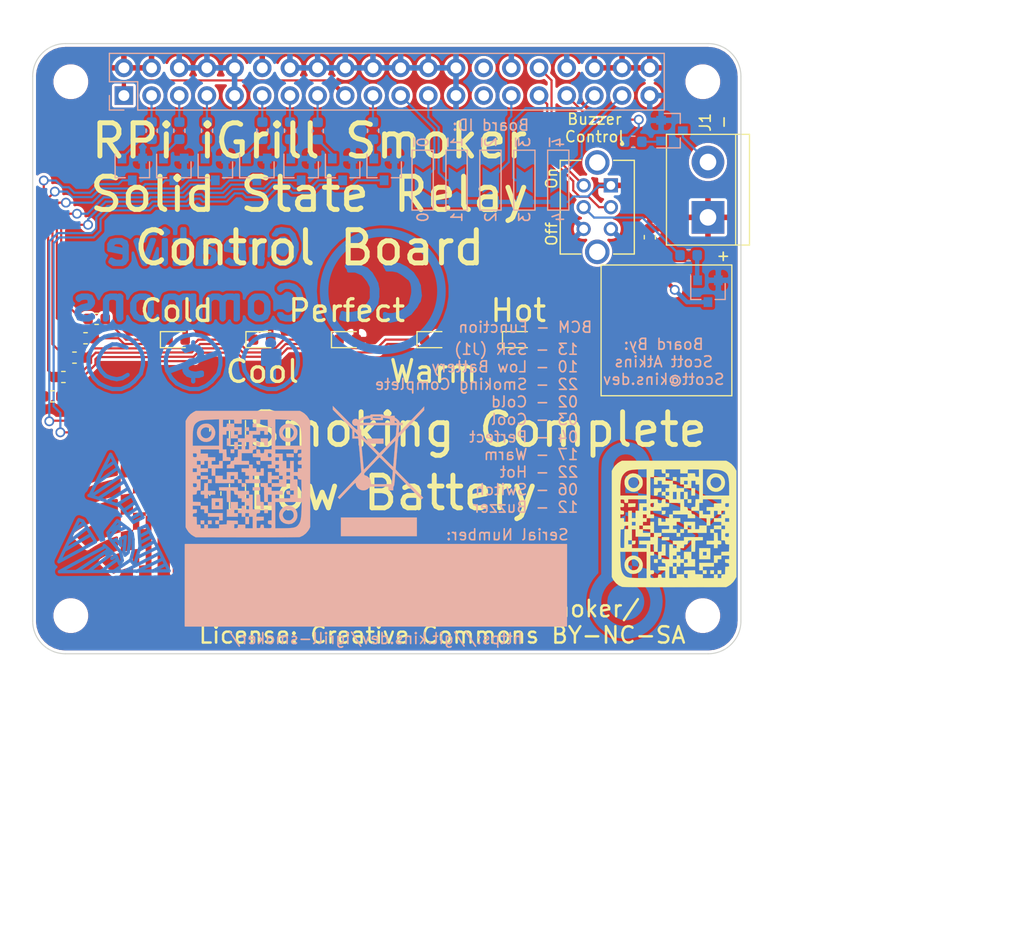
<source format=kicad_pcb>
(kicad_pcb (version 20171130) (host pcbnew 5.1.3-ffb9f22~84~ubuntu18.04.1)
  (title_block (title "iGrill Smoker SSR Control") (date 2019-08-02) (rev *E) (company "Redbud Farms") (comment 1 https://creativecommons.org/licenses/by-nc-sa/4.0/) (comment 2 "License: Creative Commons BY-NC-SA") (comment 3 https://git.kins.dev/igrill-smoker/) (comment 4 "Author: Scott Atkins (Scott@kins.dev)"))
  (layers (0 F.Cu signal) (31 B.Cu signal) (34 B.Paste user) (35 F.Paste user hide) (36 B.SilkS user) (37 F.SilkS user) (38 B.Mask user) (39 F.Mask user hide) (44 Edge.Cuts user))
  (net 0 "")
  (net 1 +3V3)
  (net 2 +5V)
  (net 3 GND)
  (net 4 /ID_SD)
  (net 5 /ID_SC)
  (net 6 /GPIO5)
  (net 7 /GPIO6)
  (net 8 /GPIO26)
  (net 9 "/GPIO2(SDA1)")
  (net 10 "/GPIO3(SCL1)")
  (net 11 "/GPIO4(GCLK)")
  (net 12 "/GPIO17(GEN0)")
  (net 13 "/GPIO27(GEN2)")
  (net 14 "/GPIO22(GEN3)")
  (net 15 "/GPIO10(SPI0_MOSI)")
  (net 16 "/GPIO9(SPI0_MISO)")
  (net 17 "/GPIO11(SPI0_SCK)")
  (net 18 "/GPIO12(PWM0)")
  (net 19 "/GPIO13(PWM1)")
  (net 20 "/GPIO19(SPI1_MISO)")
  (net 21 "Net-(BZ1-Pad2)")
  (net 22 "Net-(Q2-Pad3)")
  (net 23 "Net-(Q3-Pad3)")
  (net 24 "Net-(D1-Pad1)")
  (net 25 "Net-(D2-Pad1)")
  (net 26 "Net-(D3-Pad1)")
  (net 27 "Net-(D4-Pad1)")
  (net 28 "Net-(D5-Pad1)")
  (net 29 "Net-(D6-Pad1)")
  (net 30 "Net-(D7-Pad1)")
  (net 31 "Net-(Q4-Pad3)")
  (net 32 "Net-(Q5-Pad3)")
  (net 33 "Net-(Q7-Pad3)")
  (net 34 "Net-(Q8-Pad3)")
  (net 35 "Net-(J1-Pad2)")
  (net 36 "Net-(Q1-Pad3)")
  (net 37 "Net-(Q1-Pad1)")
  (net 38 "Net-(Q2-Pad1)")
  (net 39 "Net-(Q3-Pad1)")
  (net 40 "Net-(Q4-Pad1)")
  (net 41 "Net-(Q5-Pad1)")
  (net 42 "Net-(Q6-Pad1)")
  (net 43 "Net-(Q7-Pad1)")
  (net 44 "Net-(Q8-Pad1)")
  (net 45 "Net-(Q9-Pad1)")
  (net 46 "Net-(R16-Pad1)")
  (module Symbol:Symbol_ESD-Logo_CopperTop (layer B.Cu) (at 24.486 62.878 180)
    (fp_text reference REF** hide)
    (fp_text value Symbol_ESD-Logo_CopperTop)
    (fp_line (start 2.77876 1.2573) (end 3.10896 1.38938) (layer B.Cu) (width 0.3048))
    (fp_line (start 2.49936 0.82804) (end 2.77876 1.2573) (layer B.Cu) (width 0.3048))
    (fp_line (start 2.16916 0.28956) (end 2.49936 0.82804) (layer B.Cu) (width 0.3048))
    (fp_line (start 1.65862 -0.54102) (end 2.16916 0.28956) (layer B.Cu) (width 0.3048))
    (fp_line (start 0.1905 -1.5113) (end 0.8001 -0.98044) (layer B.Cu) (width 0.3048))
    (fp_line (start -0.32004 -2.02184) (end 0.1905 -1.5113) (layer B.Cu) (width 0.3048))
    (fp_line (start -0.62992 -2.68224) (end -0.32004 -2.02184) (layer B.Cu) (width 0.3048))
    (fp_line (start -0.86106 -2.37236) (end -0.62992 -2.68224) (layer B.Cu) (width 0.3048))
    (fp_line (start -0.70104 -1.59258) (end -0.86106 -2.37236) (layer B.Cu) (width 0.3048))
    (fp_line (start 0.30988 -0.32258) (end -0.70104 -1.59258) (layer B.Cu) (width 0.3048))
    (fp_line (start 0.45974 0.18796) (end 0.30988 -0.32258) (layer B.Cu) (width 0.3048))
    (fp_line (start -0.40132 1.27762) (end 0.45974 0.18796) (layer B.Cu) (width 0.3048))
    (fp_line (start -0.62992 1.12776) (end -0.40132 1.27762) (layer B.Cu) (width 0.3048))
    (fp_line (start -1.47066 0.49784) (end -0.62992 1.12776) (layer B.Cu) (width 0.3048))
    (fp_line (start -1.71958 0.16764) (end -1.47066 0.49784) (layer B.Cu) (width 0.3048))
    (fp_line (start -1.77038 0.11938) (end -1.71958 0.16764) (layer B.Cu) (width 0.3048))
    (fp_line (start -1.84912 -0.42164) (end -1.77038 0.11938) (layer B.Cu) (width 0.3048))
    (fp_line (start -1.84912 -1.48082) (end -1.84912 -0.42164) (layer B.Cu) (width 0.3048))
    (fp_line (start -1.62052 -2.35204) (end -1.84912 -1.48082) (layer B.Cu) (width 0.3048))
    (fp_line (start -1.99136 -2.77114) (end -1.62052 -2.35204) (layer B.Cu) (width 0.3048))
    (fp_line (start -2.4892 -1.10236) (end -1.99136 -2.77114) (layer B.Cu) (width 0.3048))
    (fp_line (start -2.37998 0.57912) (end -2.4892 -1.10236) (layer B.Cu) (width 0.3048))
    (fp_line (start -0.65024 2.64922) (end -1.8796 1.13792) (layer B.Cu) (width 0.3048))
    (fp_line (start 1.24968 3.31724) (end -0.65024 2.64922) (layer B.Cu) (width 0.3048))
    (fp_line (start 2.19964 3.59918) (end 1.24968 3.31724) (layer B.Cu) (width 0.3048))
    (fp_line (start 0.30988 -1.4605) (end 0.56896 -1.81102) (layer B.Cu) (width 0.3048))
    (fp_line (start 0.07874 -2.1717) (end 0.10922 -2.1717) (layer B.Cu) (width 0.3048))
    (fp_line (start -0.22098 -1.99136) (end 0.07874 -2.1717) (layer B.Cu) (width 0.3048))
    (fp_line (start 1.61036 -0.65278) (end 1.67894 -0.6223) (layer B.Cu) (width 0.3048))
    (fp_line (start 4.96062 -2.47142) (end 1.61036 -0.65278) (layer B.Cu) (width 0.3048))
    (fp_line (start 3.15976 1.3081) (end 4.96062 -2.47142) (layer B.Cu) (width 0.3048))
    (fp_line (start -1.89992 1.15824) (end -1.86944 1.15824) (layer B.Cu) (width 0.3048))
    (fp_line (start -2.76098 1.5875) (end -1.89992 1.15824) (layer B.Cu) (width 0.3048))
    (fp_line (start 0.21082 7.3787) (end -2.76098 1.5875) (layer B.Cu) (width 0.3048))
    (fp_line (start 2.09042 3.64744) (end 0.21082 7.3787) (layer B.Cu) (width 0.3048))
    (fp_line (start 4.90982 -3.3909) (end 0.86868 -1.1811) (layer B.Cu) (width 0.3048))
    (fp_line (start -5.15112 -3.31216) (end 4.90982 -3.3909) (layer B.Cu) (width 0.3048))
    (fp_line (start -3.09118 0.84836) (end -5.15112 -3.31216) (layer B.Cu) (width 0.3048))
    (fp_line (start -2.46126 0.56896) (end -3.09118 0.84836) (layer B.Cu) (width 0.3048))
    (fp_line (start -0.29972 -0.44196) (end -0.07112 -0.5715) (layer B.Cu) (width 0.3048))
    (fp_line (start -0.72898 -0.98044) (end -0.29972 -0.44196) (layer B.Cu) (width 0.3048))
    (fp_line (start -0.70104 -0.37084) (end -0.72898 -0.98044) (layer B.Cu) (width 0.3048))
    (fp_line (start -1.14046 -0.16256) (end -0.70104 -0.37084) (layer B.Cu) (width 0.3048))
    (fp_line (start -1.01092 -1.5621) (end -1.14046 -0.16256) (layer B.Cu) (width 0.3048))
    (fp_line (start -1.10998 -1.87198) (end -1.01092 -1.5621) (layer B.Cu) (width 0.3048))
    (fp_line (start -1.38938 -1.64084) (end -1.10998 -1.87198) (layer B.Cu) (width 0.3048))
    (fp_line (start -1.51892 -0.80264) (end -1.38938 -1.64084) (layer B.Cu) (width 0.3048))
    (fp_line (start -1.51892 0.1397) (end -1.51892 -0.80264) (layer B.Cu) (width 0.3048))
    (fp_line (start 0.06096 0.0889) (end 0.23876 -0.14224) (layer B.Cu) (width 0.3048))
    (fp_line (start -0.4191 0.61722) (end 0.06096 0.0889) (layer B.Cu) (width 0.3048))
    (fp_line (start -0.77978 0.49784) (end -0.4191 0.61722) (layer B.Cu) (width 0.3048))
    (fp_line (start -1.10998 0.6477) (end -0.77978 0.49784) (layer B.Cu) (width 0.3048))
    (fp_line (start -0.0889 6.6675) (end 0.94996 5.92836) (layer B.Cu) (width 0.3048))
    (fp_line (start -0.35052 6.0579) (end 1.57988 4.65836) (layer B.Cu) (width 0.3048))
    (fp_line (start -0.7493 5.3975) (end 1.85928 3.64744) (layer B.Cu) (width 0.3048))
    (fp_line (start -1.01092 4.86918) (end 1.19888 3.41884) (layer B.Cu) (width 0.3048))
    (fp_line (start -1.3589 4.2291) (end 0.45974 3.08864) (layer B.Cu) (width 0.3048))
    (fp_line (start -0.44958 2.80924) (end -0.4191 2.80924) (layer B.Cu) (width 0.3048))
    (fp_line (start -1.71958 3.59918) (end -0.44958 2.80924) (layer B.Cu) (width 0.3048))
    (fp_line (start -2.04978 2.9591) (end -1.03124 2.26822) (layer B.Cu) (width 0.3048))
    (fp_line (start -1.31064 1.81864) (end -1.31064 1.83896) (layer B.Cu) (width 0.3048))
    (fp_line (start -2.23012 2.44856) (end -1.31064 1.81864) (layer B.Cu) (width 0.3048))
    (fp_line (start -2.50952 1.9685) (end -1.6891 1.48844) (layer B.Cu) (width 0.3048))
    (fp_line (start 2.70002 1.0287) (end 3.54076 0.39878) (layer B.Cu) (width 0.3048))
    (fp_line (start 2.4511 0.56896) (end 4.09956 -0.72136) (layer B.Cu) (width 0.3048))
    (fp_line (start 2.1209 -0.04064) (end 4.37896 -1.38176) (layer B.Cu) (width 0.3048))
    (fp_line (start -3.37058 0.33782) (end -2.6289 -0.06096) (layer B.Cu) (width 0.3048))
    (fp_line (start -3.55092 -0.16256) (end -2.47904 -0.75184) (layer B.Cu) (width 0.3048))
    (fp_line (start -3.74904 -0.65278) (end -2.46126 -1.38176) (layer B.Cu) (width 0.3048))
    (fp_line (start -2.41046 -1.99136) (end -2.37998 -1.99136) (layer B.Cu) (width 0.3048))
    (fp_line (start -4.03098 -1.20142) (end -2.41046 -1.99136) (layer B.Cu) (width 0.3048))
    (fp_line (start -4.34086 -1.66116) (end -1.14046 -3.31216) (layer B.Cu) (width 0.3048))
    (fp_line (start -4.5593 -2.2225) (end -2.17932 -3.36042) (layer B.Cu) (width 0.3048))
    (fp_line (start -4.77012 -2.75082) (end -3.64998 -3.34264) (layer B.Cu) (width 0.3048))
    (fp_line (start -1.53924 -2.37236) (end -0.02032 -3.3909) (layer B.Cu) (width 0.3048))
    (fp_line (start 1.02108 -3.31216) (end 1.04902 -3.31216) (layer B.Cu) (width 0.3048))
    (fp_line (start -0.35052 -2.30124) (end 1.02108 -3.31216) (layer B.Cu) (width 0.3048))
    (fp_line (start 0.23876 -1.8415) (end 2.16916 -3.29184) (layer B.Cu) (width 0.3048))
    (fp_line (start 3.25882 -3.31216) (end 3.27914 -3.31216) (layer B.Cu) (width 0.3048))
    (fp_line (start 0.5207 -1.4605) (end 3.25882 -3.31216) (layer B.Cu) (width 0.3048))
    (fp_line (start -0.65024 0.92964) (end 0.06096 0.4191) (layer B.Cu) (width 0.3048))
  )
  (module iGrillRPiSSRCtl-rev-sE:github-qr-11.7mm (layer F.Cu) (at 76.048 61.862)
    (fp_text reference G*** hide)
    (fp_text value LOGO hide)
  )
  (module iGrillRPiSSRCtl-rev-sE:github-qr-11.7mm (layer B.Cu) (at 36.805 57.29 180)
    (fp_text reference G*** hide)
    (fp_text value LOGO hide)
  )
  (module Resistor_SMD:R_0603_1608Metric (layer B.Cu) (at 77.318 37.224)
    (fp_text reference R16 hide)
    (fp_text value 180Ω hide)
    (pad 2 smd roundrect (at 0.7875 0) (size 0.875 0.95) (layers B.Cu B.Paste B.Mask) (net 45 "Net-(Q9-Pad1)"))
    (pad 1 smd roundrect (at -0.7875 0) (size 0.875 0.95) (layers B.Cu B.Paste B.Mask) (net 46 "Net-(R16-Pad1)"))
  )
  (module Resistor_SMD:R_0603_1608Metric (layer B.Cu) (at 28.042 25.794 90)
    (fp_text reference R15 hide)
    (fp_text value 180Ω hide)
    (pad 2 smd roundrect (at 0.7875 0 90) (size 0.875 0.95) (layers B.Cu B.Paste B.Mask) (net 9 "/GPIO2(SDA1)"))
    (pad 1 smd roundrect (at -0.7875 0 90) (size 0.875 0.95) (layers B.Cu B.Paste B.Mask) (net 44 "Net-(Q8-Pad1)"))
  )
  (module Resistor_SMD:R_0603_1608Metric (layer B.Cu) (at 30.582 25.794 90)
    (fp_text reference R13 hide)
    (fp_text value 180Ω hide)
    (pad 2 smd roundrect (at 0.7875 0 90) (size 0.875 0.95) (layers B.Cu B.Paste B.Mask) (net 10 "/GPIO3(SCL1)"))
    (pad 1 smd roundrect (at -0.7875 0 90) (size 0.875 0.95) (layers B.Cu B.Paste B.Mask) (net 43 "Net-(Q7-Pad1)"))
  )
  (module Resistor_SMD:R_0603_1608Metric (layer B.Cu) (at 72.238 26.81)
    (fp_text reference R11 hide)
    (fp_text value 180Ω hide)
    (pad 1 smd roundrect (at -0.7875 0) (size 0.875 0.95) (layers B.Cu B.Paste B.Mask) (net 19 "/GPIO13(PWM1)"))
    (pad 2 smd roundrect (at 0.7875 0) (size 0.875 0.95) (layers B.Cu B.Paste B.Mask) (net 42 "Net-(Q6-Pad1)"))
  )
  (module Resistor_SMD:R_0603_1608Metric (layer B.Cu) (at 33.122 25.794 90)
    (fp_text reference R10 hide)
    (fp_text value 180Ω hide)
    (pad 2 smd roundrect (at 0.7875 0 90) (size 0.875 0.95) (layers B.Cu B.Paste B.Mask) (net 11 "/GPIO4(GCLK)"))
    (pad 1 smd roundrect (at -0.7875 0 90) (size 0.875 0.95) (layers B.Cu B.Paste B.Mask) (net 41 "Net-(Q5-Pad1)"))
  )
  (module Resistor_SMD:R_0603_1608Metric (layer B.Cu) (at 38.202 25.794 90)
    (fp_text reference R8 hide)
    (fp_text value 180Ω hide)
    (pad 2 smd roundrect (at 0.7875 0 90) (size 0.875 0.95) (layers B.Cu B.Paste B.Mask) (net 12 "/GPIO17(GEN0)"))
    (pad 1 smd roundrect (at -0.7875 0 90) (size 0.875 0.95) (layers B.Cu B.Paste B.Mask) (net 40 "Net-(Q4-Pad1)"))
  )
  (module Resistor_SMD:R_0603_1608Metric (layer B.Cu) (at 40.742 25.794 90)
    (fp_text reference R6 hide)
    (fp_text value 180Ω hide)
    (pad 2 smd roundrect (at 0.7875 0 90) (size 0.875 0.95) (layers B.Cu B.Paste B.Mask) (net 13 "/GPIO27(GEN2)"))
    (pad 1 smd roundrect (at -0.7875 0 90) (size 0.875 0.95) (layers B.Cu B.Paste B.Mask) (net 39 "Net-(Q3-Pad1)"))
  )
  (module Resistor_SMD:R_0603_1608Metric (layer B.Cu) (at 43.282 25.8195 90)
    (fp_text reference R4 hide)
    (fp_text value 180Ω hide)
    (pad 2 smd roundrect (at 0.7875 0 90) (size 0.875 0.95) (layers B.Cu B.Paste B.Mask) (net 14 "/GPIO22(GEN3)"))
    (pad 1 smd roundrect (at -0.7875 0 90) (size 0.875 0.95) (layers B.Cu B.Paste B.Mask) (net 38 "Net-(Q2-Pad1)"))
  )
  (module Resistor_SMD:R_0603_1608Metric (layer B.Cu) (at 48.362 25.794 90)
    (fp_text reference R2 hide)
    (fp_text value 180Ω hide)
    (pad 2 smd roundrect (at 0.7875 0 90) (size 0.875 0.95) (layers B.Cu B.Paste B.Mask) (net 15 "/GPIO10(SPI0_MOSI)"))
    (pad 1 smd roundrect (at -0.7875 0 90) (size 0.875 0.95) (layers B.Cu B.Paste B.Mask) (net 37 "Net-(Q1-Pad1)"))
  )
  (module Package_TO_SOT_SMD:SOT-23 (layer B.Cu) (at 79.096 40.526 270)
    (fp_text reference Q9 hide)
    (fp_text value MMBT3904LT1G hide)
    (pad 3 smd rect (at 1 0 270) (size 0.9 0.8) (layers B.Cu B.Paste B.Mask) (net 21 "Net-(BZ1-Pad2)"))
    (pad 2 smd rect (at -1 -0.95 270) (size 0.9 0.8) (layers B.Cu B.Paste B.Mask) (net 3 GND))
    (pad 1 smd rect (at -1 0.95 270) (size 0.9 0.8) (layers B.Cu B.Paste B.Mask) (net 45 "Net-(Q9-Pad1)"))
  )
  (module Package_TO_SOT_SMD:SOT-23 (layer B.Cu) (at 26.264 29.35 270)
    (fp_text reference Q8 hide)
    (fp_text value MMBT3904LT1G hide)
    (pad 3 smd rect (at 1 0 270) (size 0.9 0.8) (layers B.Cu B.Paste B.Mask) (net 34 "Net-(Q8-Pad3)"))
    (pad 2 smd rect (at -1 -0.95 270) (size 0.9 0.8) (layers B.Cu B.Paste B.Mask) (net 3 GND))
    (pad 1 smd rect (at -1 0.95 270) (size 0.9 0.8) (layers B.Cu B.Paste B.Mask) (net 44 "Net-(Q8-Pad1)"))
  )
  (module Package_TO_SOT_SMD:SOT-23 (layer B.Cu) (at 30.074 29.35 270)
    (fp_text reference Q7 hide)
    (fp_text value MMBT3904LT1G hide)
    (pad 3 smd rect (at 1 0 270) (size 0.9 0.8) (layers B.Cu B.Paste B.Mask) (net 33 "Net-(Q7-Pad3)"))
    (pad 2 smd rect (at -1 -0.95 270) (size 0.9 0.8) (layers B.Cu B.Paste B.Mask) (net 3 GND))
    (pad 1 smd rect (at -1 0.95 270) (size 0.9 0.8) (layers B.Cu B.Paste B.Mask) (net 43 "Net-(Q7-Pad1)"))
  )
  (module Package_TO_SOT_SMD:SOT-23 (layer B.Cu) (at 75.794 25.794)
    (fp_text reference Q6 hide)
    (fp_text value MMBT3904LT1G hide)
    (pad 1 smd rect (at -1 0.95) (size 0.9 0.8) (layers B.Cu B.Paste B.Mask) (net 42 "Net-(Q6-Pad1)"))
    (pad 2 smd rect (at -1 -0.95) (size 0.9 0.8) (layers B.Cu B.Paste B.Mask) (net 3 GND))
    (pad 3 smd rect (at 1 0) (size 0.9 0.8) (layers B.Cu B.Paste B.Mask) (net 35 "Net-(J1-Pad2)"))
  )
  (module Package_TO_SOT_SMD:SOT-23 (layer B.Cu) (at 33.884 29.35 270)
    (fp_text reference Q5 hide)
    (fp_text value MMBT3904LT1G hide)
    (pad 3 smd rect (at 1 0 270) (size 0.9 0.8) (layers B.Cu B.Paste B.Mask) (net 32 "Net-(Q5-Pad3)"))
    (pad 2 smd rect (at -1 -0.95 270) (size 0.9 0.8) (layers B.Cu B.Paste B.Mask) (net 3 GND))
    (pad 1 smd rect (at -1 0.95 270) (size 0.9 0.8) (layers B.Cu B.Paste B.Mask) (net 41 "Net-(Q5-Pad1)"))
  )
  (module Package_TO_SOT_SMD:SOT-23 (layer B.Cu) (at 37.694 29.35 270)
    (fp_text reference Q4 hide)
    (fp_text value MMBT3904LT1G hide)
    (pad 3 smd rect (at 1 0 270) (size 0.9 0.8) (layers B.Cu B.Paste B.Mask) (net 31 "Net-(Q4-Pad3)"))
    (pad 2 smd rect (at -1 -0.95 270) (size 0.9 0.8) (layers B.Cu B.Paste B.Mask) (net 3 GND))
    (pad 1 smd rect (at -1 0.95 270) (size 0.9 0.8) (layers B.Cu B.Paste B.Mask) (net 40 "Net-(Q4-Pad1)"))
  )
  (module Package_TO_SOT_SMD:SOT-23 (layer B.Cu) (at 41.758 29.35 270)
    (fp_text reference Q3 hide)
    (fp_text value MMBT3904LT1G hide)
    (pad 3 smd rect (at 1 0 270) (size 0.9 0.8) (layers B.Cu B.Paste B.Mask) (net 23 "Net-(Q3-Pad3)"))
    (pad 2 smd rect (at -1 -0.95 270) (size 0.9 0.8) (layers B.Cu B.Paste B.Mask) (net 3 GND))
    (pad 1 smd rect (at -1 0.95 270) (size 0.9 0.8) (layers B.Cu B.Paste B.Mask) (net 39 "Net-(Q3-Pad1)"))
  )
  (module Package_TO_SOT_SMD:SOT-23 (layer B.Cu) (at 45.568 29.35 270)
    (fp_text reference Q2 hide)
    (fp_text value MMBT3904LT1G hide)
    (pad 3 smd rect (at 1 0 270) (size 0.9 0.8) (layers B.Cu B.Paste B.Mask) (net 22 "Net-(Q2-Pad3)"))
    (pad 2 smd rect (at -1 -0.95 270) (size 0.9 0.8) (layers B.Cu B.Paste B.Mask) (net 3 GND))
    (pad 1 smd rect (at -1 0.95 270) (size 0.9 0.8) (layers B.Cu B.Paste B.Mask) (net 38 "Net-(Q2-Pad1)"))
  )
  (module Package_TO_SOT_SMD:SOT-23 (layer B.Cu) (at 49.378 29.35 270)
    (fp_text reference Q1 hide)
    (fp_text value MMBT3904LT1G hide)
    (pad 3 smd rect (at 1 0 270) (size 0.9 0.8) (layers B.Cu B.Paste B.Mask) (net 36 "Net-(Q1-Pad3)"))
    (pad 2 smd rect (at -1 -0.95 270) (size 0.9 0.8) (layers B.Cu B.Paste B.Mask) (net 3 GND))
    (pad 1 smd rect (at -1 0.95 270) (size 0.9 0.8) (layers B.Cu B.Paste B.Mask) (net 37 "Net-(Q1-Pad1)"))
  )
  (module Jumper:SolderJumper-3_P2.0mm_Open_TrianglePad1.0x1.5mm_NumberLabels (layer B.Cu) (at 65.38 30.334 270)
    (fp_text reference JP5 hide)
    (fp_text value Jumper_3_Open)
    (fp_text user 4 (at 3.4 0 90) (layer B.SilkS) (effects (justify mirror)))
    (fp_text user ~4 (at -3.477 0 90) (layer B.SilkS) (effects (justify mirror)))
    (pad 1 smd custom (at -2 0 270) (size 0.3 0.3) (layers B.Cu B.Mask) (net 3 GND) (options (clearance outline) (anchor rect)) (primitives (gr_poly (pts (xy -0.5 0.75) (xy 0.5 0.75) (xy 1 0) (xy 0.5 -0.75) (xy -0.5 -0.75)) (width 0))))
    (pad 2 smd custom (at 0 0 270) (size 0.3 0.3) (layers B.Cu) (net 8 /GPIO26) (options (clearance outline) (anchor rect)) (primitives (gr_poly (pts (xy -1.2 0.75) (xy 1.2 0.75) (xy 0.7 0) (xy 1.2 -0.75) (xy -1.2 -0.75) (xy -0.7 0)) (width 0))))
    (pad 3 smd custom (at 2 0 90) (size 0.3 0.3) (layers B.Cu B.Mask) (net 2 +5V) (options (clearance outline) (anchor rect)) (primitives (gr_poly (pts (xy -0.5 0.75) (xy 0.5 0.75) (xy 1 0) (xy 0.5 -0.75) (xy -0.5 -0.75)) (width 0))))
  )
  (module Jumper:SolderJumper-3_P2.0mm_Open_TrianglePad1.0x1.5mm_NumberLabels (layer B.Cu) (at 62.2685 30.334 270)
    (fp_text reference JP4 hide)
    (fp_text value Jumper_3_Open)
    (fp_text user ~3 (at -3.477 0 90) (layer B.SilkS) (effects (justify mirror)))
    (fp_text user 3 (at 3.4 0 90) (layer B.SilkS) (effects (justify mirror)))
    (pad 3 smd custom (at 2 0 90) (size 0.3 0.3) (layers B.Cu B.Mask) (net 2 +5V) (options (clearance outline) (anchor rect)) (primitives (gr_poly (pts (xy -0.5 0.75) (xy 0.5 0.75) (xy 1 0) (xy 0.5 -0.75) (xy -0.5 -0.75)) (width 0))))
    (pad 2 smd custom (at 0 0 270) (size 0.3 0.3) (layers B.Cu) (net 20 "/GPIO19(SPI1_MISO)") (options (clearance outline) (anchor rect)) (primitives (gr_poly (pts (xy -1.2 0.75) (xy 1.2 0.75) (xy 0.7 0) (xy 1.2 -0.75) (xy -1.2 -0.75) (xy -0.7 0)) (width 0))))
    (pad 1 smd custom (at -2 0 270) (size 0.3 0.3) (layers B.Cu B.Mask) (net 3 GND) (options (clearance outline) (anchor rect)) (primitives (gr_poly (pts (xy -0.5 0.75) (xy 0.5 0.75) (xy 1 0) (xy 0.5 -0.75) (xy -0.5 -0.75)) (width 0))))
  )
  (module Jumper:SolderJumper-3_P2.0mm_Open_TrianglePad1.0x1.5mm_NumberLabels (layer B.Cu) (at 59.157 30.334 270)
    (fp_text reference JP3 hide)
    (fp_text value Jumper_3_Open)
    (fp_text user 2 (at 3.4 0 90) (layer B.SilkS) (effects (justify mirror)))
    (fp_text user ~2 (at -3.477 0 90) (layer B.SilkS) (effects (justify mirror)))
    (pad 1 smd custom (at -2 0 270) (size 0.3 0.3) (layers B.Cu B.Mask) (net 3 GND) (options (clearance outline) (anchor rect)) (primitives (gr_poly (pts (xy -0.5 0.75) (xy 0.5 0.75) (xy 1 0) (xy 0.5 -0.75) (xy -0.5 -0.75)) (width 0))))
    (pad 2 smd custom (at 0 0 270) (size 0.3 0.3) (layers B.Cu) (net 6 /GPIO5) (options (clearance outline) (anchor rect)) (primitives (gr_poly (pts (xy -1.2 0.75) (xy 1.2 0.75) (xy 0.7 0) (xy 1.2 -0.75) (xy -1.2 -0.75) (xy -0.7 0)) (width 0))))
    (pad 3 smd custom (at 2 0 90) (size 0.3 0.3) (layers B.Cu B.Mask) (net 2 +5V) (options (clearance outline) (anchor rect)) (primitives (gr_poly (pts (xy -0.5 0.75) (xy 0.5 0.75) (xy 1 0) (xy 0.5 -0.75) (xy -0.5 -0.75)) (width 0))))
  )
  (module Jumper:SolderJumper-3_P2.0mm_Open_TrianglePad1.0x1.5mm_NumberLabels (layer B.Cu) (at 56.0455 30.334 270)
    (fp_text reference JP2 hide)
    (fp_text value Jumper_3_Open)
    (fp_text user 1 (at 3.4 0 90) (layer B.SilkS) (effects (justify mirror)))
    (fp_text user ~1 (at -3.477 0 90) (layer B.SilkS) (effects (justify mirror)))
    (pad 1 smd custom (at -2 0 270) (size 0.3 0.3) (layers B.Cu B.Mask) (net 3 GND) (options (clearance outline) (anchor rect)) (primitives (gr_poly (pts (xy -0.5 0.75) (xy 0.5 0.75) (xy 1 0) (xy 0.5 -0.75) (xy -0.5 -0.75)) (width 0))))
    (pad 2 smd custom (at 0 0 270) (size 0.3 0.3) (layers B.Cu) (net 17 "/GPIO11(SPI0_SCK)") (options (clearance outline) (anchor rect)) (primitives (gr_poly (pts (xy -1.2 0.75) (xy 1.2 0.75) (xy 0.7 0) (xy 1.2 -0.75) (xy -1.2 -0.75) (xy -0.7 0)) (width 0))))
    (pad 3 smd custom (at 2 0 90) (size 0.3 0.3) (layers B.Cu B.Mask) (net 2 +5V) (options (clearance outline) (anchor rect)) (primitives (gr_poly (pts (xy -0.5 0.75) (xy 0.5 0.75) (xy 1 0) (xy 0.5 -0.75) (xy -0.5 -0.75)) (width 0))))
  )
  (module Jumper:SolderJumper-3_P2.0mm_Open_TrianglePad1.0x1.5mm_NumberLabels (layer B.Cu) (at 52.934 30.334 270)
    (fp_text reference JP1 hide)
    (fp_text value Jumper_3_Open)
    (fp_text user 0 (at 3.4 0 90) (layer B.SilkS) (effects (justify mirror)))
    (fp_text user ~0 (at -3.477 0 90) (layer B.SilkS) (effects (justify mirror)))
    (pad 1 smd custom (at -2 0 270) (size 0.3 0.3) (layers B.Cu B.Mask) (net 3 GND) (options (clearance outline) (anchor rect)) (primitives (gr_poly (pts (xy -0.5 0.75) (xy 0.5 0.75) (xy 1 0) (xy 0.5 -0.75) (xy -0.5 -0.75)) (width 0))))
    (pad 2 smd custom (at 0 0 270) (size 0.3 0.3) (layers B.Cu) (net 16 "/GPIO9(SPI0_MISO)") (options (clearance outline) (anchor rect)) (primitives (gr_poly (pts (xy -1.2 0.75) (xy 1.2 0.75) (xy 0.7 0) (xy 1.2 -0.75) (xy -1.2 -0.75) (xy -0.7 0)) (width 0))))
    (pad 3 smd custom (at 2 0 90) (size 0.3 0.3) (layers B.Cu B.Mask) (net 2 +5V) (options (clearance outline) (anchor rect)) (primitives (gr_poly (pts (xy -0.5 0.75) (xy 0.5 0.75) (xy 1 0) (xy 0.5 -0.75) (xy -0.5 -0.75)) (width 0))))
  )
  (module Connector_PinSocket_2.54mm:PinSocket_2x20_P2.54mm_Vertical (layer B.Cu) (at 25.49 22.57 270)
    (fp_text reference P1 hide)
    (fp_text value Conn_02x20_Odd_Even)
    (pad 1 thru_hole rect (at 0 0 270) (size 1.7 1.7) (drill 1) (layers *.Cu *.Mask) (net 1 +3V3))
    (pad 2 thru_hole oval (at -2.54 0 270) (size 1.7 1.7) (drill 1) (layers *.Cu *.Mask) (net 2 +5V))
    (pad 3 thru_hole oval (at 0 -2.54 270) (size 1.7 1.7) (drill 1) (layers *.Cu *.Mask) (net 9 "/GPIO2(SDA1)"))
    (pad 4 thru_hole oval (at -2.54 -2.54 270) (size 1.7 1.7) (drill 1) (layers *.Cu *.Mask) (net 2 +5V))
    (pad 5 thru_hole oval (at 0 -5.08 270) (size 1.7 1.7) (drill 1) (layers *.Cu *.Mask) (net 10 "/GPIO3(SCL1)"))
    (pad 6 thru_hole oval (at -2.54 -5.08 270) (size 1.7 1.7) (drill 1) (layers *.Cu *.Mask) (net 3 GND))
    (pad 7 thru_hole oval (at 0 -7.62 270) (size 1.7 1.7) (drill 1) (layers *.Cu *.Mask) (net 11 "/GPIO4(GCLK)"))
    (pad 8 thru_hole oval (at -2.54 -7.62 270) (size 1.7 1.7) (drill 1) (layers *.Cu *.Mask) (net 3 GND))
    (pad 9 thru_hole oval (at 0 -10.16 270) (size 1.7 1.7) (drill 1) (layers *.Cu *.Mask) (net 3 GND))
    (pad 10 thru_hole oval (at -2.54 -10.16 270) (size 1.7 1.7) (drill 1) (layers *.Cu *.Mask) (net 3 GND))
    (pad 11 thru_hole oval (at 0 -12.7 270) (size 1.7 1.7) (drill 1) (layers *.Cu *.Mask) (net 12 "/GPIO17(GEN0)"))
    (pad 12 thru_hole oval (at -2.54 -12.7 270) (size 1.7 1.7) (drill 1) (layers *.Cu *.Mask) (net 2 +5V))
    (pad 13 thru_hole oval (at 0 -15.24 270) (size 1.7 1.7) (drill 1) (layers *.Cu *.Mask) (net 13 "/GPIO27(GEN2)"))
    (pad 14 thru_hole oval (at -2.54 -15.24 270) (size 1.7 1.7) (drill 1) (layers *.Cu *.Mask) (net 3 GND))
    (pad 15 thru_hole oval (at 0 -17.78 270) (size 1.7 1.7) (drill 1) (layers *.Cu *.Mask) (net 14 "/GPIO22(GEN3)"))
    (pad 16 thru_hole oval (at -2.54 -17.78 270) (size 1.7 1.7) (drill 1) (layers *.Cu *.Mask) (net 3 GND))
    (pad 17 thru_hole oval (at 0 -20.32 270) (size 1.7 1.7) (drill 1) (layers *.Cu *.Mask) (net 1 +3V3))
    (pad 18 thru_hole oval (at -2.54 -20.32 270) (size 1.7 1.7) (drill 1) (layers *.Cu *.Mask) (net 3 GND))
    (pad 19 thru_hole oval (at 0 -22.86 270) (size 1.7 1.7) (drill 1) (layers *.Cu *.Mask) (net 15 "/GPIO10(SPI0_MOSI)"))
    (pad 20 thru_hole oval (at -2.54 -22.86 270) (size 1.7 1.7) (drill 1) (layers *.Cu *.Mask) (net 3 GND))
    (pad 21 thru_hole oval (at 0 -25.4 270) (size 1.7 1.7) (drill 1) (layers *.Cu *.Mask) (net 16 "/GPIO9(SPI0_MISO)"))
    (pad 22 thru_hole oval (at -2.54 -25.4 270) (size 1.7 1.7) (drill 1) (layers *.Cu *.Mask) (net 3 GND))
    (pad 23 thru_hole oval (at 0 -27.94 270) (size 1.7 1.7) (drill 1) (layers *.Cu *.Mask) (net 17 "/GPIO11(SPI0_SCK)"))
    (pad 24 thru_hole oval (at -2.54 -27.94 270) (size 1.7 1.7) (drill 1) (layers *.Cu *.Mask) (net 3 GND))
    (pad 25 thru_hole oval (at 0 -30.48 270) (size 1.7 1.7) (drill 1) (layers *.Cu *.Mask) (net 3 GND))
    (pad 26 thru_hole oval (at -2.54 -30.48 270) (size 1.7 1.7) (drill 1) (layers *.Cu *.Mask) (net 3 GND))
    (pad 27 thru_hole oval (at 0 -33.02 270) (size 1.7 1.7) (drill 1) (layers *.Cu *.Mask) (net 4 /ID_SD))
    (pad 28 thru_hole oval (at -2.54 -33.02 270) (size 1.7 1.7) (drill 1) (layers *.Cu *.Mask) (net 5 /ID_SC))
    (pad 29 thru_hole oval (at 0 -35.56 270) (size 1.7 1.7) (drill 1) (layers *.Cu *.Mask) (net 6 /GPIO5))
    (pad 30 thru_hole oval (at -2.54 -35.56 270) (size 1.7 1.7) (drill 1) (layers *.Cu *.Mask) (net 3 GND))
    (pad 31 thru_hole oval (at 0 -38.1 270) (size 1.7 1.7) (drill 1) (layers *.Cu *.Mask) (net 7 /GPIO6))
    (pad 32 thru_hole oval (at -2.54 -38.1 270) (size 1.7 1.7) (drill 1) (layers *.Cu *.Mask) (net 18 "/GPIO12(PWM0)"))
    (pad 33 thru_hole oval (at 0 -40.64 270) (size 1.7 1.7) (drill 1) (layers *.Cu *.Mask) (net 19 "/GPIO13(PWM1)"))
    (pad 34 thru_hole oval (at -2.54 -40.64 270) (size 1.7 1.7) (drill 1) (layers *.Cu *.Mask) (net 3 GND))
    (pad 35 thru_hole oval (at 0 -43.18 270) (size 1.7 1.7) (drill 1) (layers *.Cu *.Mask) (net 20 "/GPIO19(SPI1_MISO)"))
    (pad 36 thru_hole oval (at -2.54 -43.18 270) (size 1.7 1.7) (drill 1) (layers *.Cu *.Mask) (net 2 +5V))
    (pad 37 thru_hole oval (at 0 -45.72 270) (size 1.7 1.7) (drill 1) (layers *.Cu *.Mask) (net 8 /GPIO26))
    (pad 38 thru_hole oval (at -2.54 -45.72 270) (size 1.7 1.7) (drill 1) (layers *.Cu *.Mask) (net 2 +5V))
    (pad 39 thru_hole oval (at 0 -48.26 270) (size 1.7 1.7) (drill 1) (layers *.Cu *.Mask) (net 3 GND))
    (pad 40 thru_hole oval (at -2.54 -48.26 270) (size 1.7 1.7) (drill 1) (layers *.Cu *.Mask) (net 2 +5V))
  )
  (module iGrillRPiSSRCtl-rev-sE:SW_OS202011MS2QS1 (layer F.Cu) (at 68.936 32.815 270)
    (fp_text reference SW1 hide)
    (fp_text value "Off    On" (at -0.036 4.191 90) (layer F.SilkS))
    (pad 1 thru_hole rect (at -2 -1.25 270) (size 1.308 1.308) (drill 0.8) (layers *.Cu *.Mask) (net 2 +5V))
    (pad 2 thru_hole circle (at 0 -1.25 270) (size 1.308 1.308) (drill 0.8) (layers *.Cu *.Mask) (net 7 /GPIO6))
    (pad 3 thru_hole circle (at 2 -1.25 270) (size 1.308 1.308) (drill 0.8) (layers *.Cu *.Mask) (net 3 GND))
    (pad S1 thru_hole circle (at -4.1 0 270) (size 2.25 2.25) (drill 1.5) (layers *.Cu *.Mask))
    (pad S2 thru_hole circle (at 4.1 0 270) (size 2.25 2.25) (drill 1.5) (layers *.Cu *.Mask))
    (pad 4 thru_hole circle (at -2 1.25 270) (size 1.308 1.308) (drill 0.8) (layers *.Cu *.Mask) (net 18 "/GPIO12(PWM0)"))
    (pad 5 thru_hole circle (at 0 1.25 270) (size 1.308 1.308) (drill 0.8) (layers *.Cu *.Mask) (net 46 "Net-(R16-Pad1)"))
    (pad 6 thru_hole circle (at 2 1.25 270) (size 1.308 1.308) (drill 0.8) (layers *.Cu *.Mask) (net 3 GND))
  )
  (module Resistor_SMD:R_0603_1608Metric (layer F.Cu) (at 33.884 53.2005 90)
    (fp_text reference R3 hide)
    (fp_text value 180Ω hide)
    (pad 2 smd roundrect (at 0.7875 0 90) (size 0.875 0.95) (layers F.Cu F.Paste F.Mask) (net 22 "Net-(Q2-Pad3)"))
    (pad 1 smd roundrect (at -0.7875 0 90) (size 0.875 0.95) (layers F.Cu F.Paste F.Mask) (net 25 "Net-(D2-Pad1)"))
  )
  (module Resistor_SMD:R_0603_1608Metric (layer F.Cu) (at 18.9235 50.178 180)
    (fp_text reference R14 hide)
    (fp_text value 180Ω hide)
    (pad 2 smd roundrect (at 0.7875 0 180) (size 0.875 0.95) (layers F.Cu F.Paste F.Mask) (net 34 "Net-(Q8-Pad3)"))
    (pad 1 smd roundrect (at -0.7875 0 180) (size 0.875 0.95) (layers F.Cu F.Paste F.Mask) (net 30 "Net-(D7-Pad1)"))
  )
  (module Resistor_SMD:R_0603_1608Metric (layer F.Cu) (at 19.9395 48.4 180)
    (fp_text reference R12 hide)
    (fp_text value 180Ω hide)
    (pad 2 smd roundrect (at 0.7875 0 180) (size 0.875 0.95) (layers F.Cu F.Paste F.Mask) (net 33 "Net-(Q7-Pad3)"))
    (pad 1 smd roundrect (at -0.7875 0 180) (size 0.875 0.95) (layers F.Cu F.Paste F.Mask) (net 29 "Net-(D6-Pad1)"))
  )
  (module Resistor_SMD:R_0603_1608Metric (layer F.Cu) (at 20.9555 46.622 180)
    (fp_text reference R9 hide)
    (fp_text value 180Ω hide)
    (pad 2 smd roundrect (at 0.7875 0 180) (size 0.875 0.95) (layers F.Cu F.Paste F.Mask) (net 32 "Net-(Q5-Pad3)"))
    (pad 1 smd roundrect (at -0.7875 0 180) (size 0.875 0.95) (layers F.Cu F.Paste F.Mask) (net 28 "Net-(D5-Pad1)"))
  )
  (module Resistor_SMD:R_0603_1608Metric (layer F.Cu) (at 21.9715 44.844 180)
    (fp_text reference R7 hide)
    (fp_text value 180Ω hide)
    (pad 2 smd roundrect (at 0.7875 0 180) (size 0.875 0.95) (layers F.Cu F.Paste F.Mask) (net 31 "Net-(Q4-Pad3)"))
    (pad 1 smd roundrect (at -0.7875 0 180) (size 0.875 0.95) (layers F.Cu F.Paste F.Mask) (net 27 "Net-(D4-Pad1)"))
  )
  (module Resistor_SMD:R_0603_1608Metric (layer F.Cu) (at 22.9875 43.066 180)
    (fp_text reference R5 hide)
    (fp_text value 180Ω hide)
    (pad 2 smd roundrect (at 0.7875 0 180) (size 0.875 0.95) (layers F.Cu F.Paste F.Mask) (net 23 "Net-(Q3-Pad3)"))
    (pad 1 smd roundrect (at -0.7875 0 180) (size 0.875 0.95) (layers F.Cu F.Paste F.Mask) (net 26 "Net-(D3-Pad1)"))
  )
  (module Resistor_SMD:R_0603_1608Metric (layer F.Cu) (at 73.762 35.57 270)
    (fp_text reference R17 hide)
    (fp_text value 1kΩ hide)
    (pad 2 smd roundrect (at 0.7875 0 270) (size 0.875 0.95) (layers F.Cu F.Paste F.Mask) (net 21 "Net-(BZ1-Pad2)"))
    (pad 1 smd roundrect (at -0.7875 0 270) (size 0.875 0.95) (layers F.Cu F.Paste F.Mask) (net 2 +5V))
  )
  (module Resistor_SMD:R_0603_1608Metric (layer F.Cu) (at 33.884 59.0935 90)
    (fp_text reference R1 hide)
    (fp_text value 180Ω hide)
    (pad 2 smd roundrect (at 0.7875 0 90) (size 0.875 0.95) (layers F.Cu F.Paste F.Mask) (net 36 "Net-(Q1-Pad3)"))
    (pad 1 smd roundrect (at -0.7875 0 90) (size 0.875 0.95) (layers F.Cu F.Paste F.Mask) (net 24 "Net-(D1-Pad1)"))
  )
  (module iGrillRPiSSRCtl-rev-sE:Buzzer_KELIKING_KLJ-1230-smd (layer F.Cu) (at 75.286 44.121 90)
    (fp_text reference BZ1 hide)
    (fp_text value Buzzer)
    (pad 2 smd rect (at 5.5 0 90) (size 1 4) (layers F.Cu F.Paste F.Mask) (net 21 "Net-(BZ1-Pad2)"))
    (pad 1 smd rect (at -5.5 0 90) (size 1 4) (layers F.Cu F.Paste F.Mask) (net 2 +5V))
  )
  (module LED_SMD:LED_0603_1608Metric (layer F.Cu) (at 35.916 53.2005 90)
    (fp_text reference D2 hide)
    (fp_text value "Smoking Complete" (at -0.0255 0.762 180) (layer F.SilkS) (effects (font (size 3 3) (thickness 0.45)) (justify left)))
    (pad 2 smd roundrect (at 0.7875 0 90) (size 0.875 0.95) (layers F.Cu F.Paste F.Mask) (net 2 +5V))
    (pad 1 smd roundrect (at -0.7875 0 90) (size 0.875 0.95) (layers F.Cu F.Paste F.Mask) (net 25 "Net-(D2-Pad1)"))
  )
  (module LED_SMD:LED_0603_1608Metric (layer F.Cu) (at 61.7225 44.971)
    (fp_text reference D7 hide)
    (fp_text value Hot (at -0.0255 -2.667) (layer F.SilkS) (effects (font (size 2 2) (thickness 0.3))))
    (pad 2 smd roundrect (at 0.7875 0) (size 0.875 0.95) (layers F.Cu F.Paste F.Mask) (net 2 +5V))
    (pad 1 smd roundrect (at -0.7875 0) (size 0.875 0.95) (layers F.Cu F.Paste F.Mask) (net 30 "Net-(D7-Pad1)"))
  )
  (module LED_SMD:LED_0603_1608Metric (layer F.Cu) (at 53.873875 44.971)
    (fp_text reference D6 hide)
    (fp_text value Warm (at 0.02005 2.921) (layer F.SilkS) (effects (font (size 2 2) (thickness 0.3))))
    (pad 2 smd roundrect (at 0.7875 0) (size 0.875 0.95) (layers F.Cu F.Paste F.Mask) (net 2 +5V))
    (pad 1 smd roundrect (at -0.7875 0) (size 0.875 0.95) (layers F.Cu F.Paste F.Mask) (net 29 "Net-(D6-Pad1)"))
  )
  (module LED_SMD:LED_0603_1608Metric (layer F.Cu) (at 46.02525 44.971)
    (fp_text reference D5 hide)
    (fp_text value Perfect (at -0.07625 -2.667) (layer F.SilkS) (effects (font (size 2 2) (thickness 0.3))))
    (pad 1 smd roundrect (at -0.7875 0) (size 0.875 0.95) (layers F.Cu F.Paste F.Mask) (net 28 "Net-(D5-Pad1)"))
    (pad 2 smd roundrect (at 0.7875 0) (size 0.875 0.95) (layers F.Cu F.Paste F.Mask) (net 2 +5V))
  )
  (module LED_SMD:LED_0603_1608Metric (layer F.Cu) (at 38.176625 44.971)
    (fp_text reference D4 hide)
    (fp_text value Cool (at 0.025375 2.921) (layer F.SilkS) (effects (font (size 2 2) (thickness 0.3))))
    (pad 2 smd roundrect (at 0.7875 0) (size 0.875 0.95) (layers F.Cu F.Paste F.Mask) (net 2 +5V))
    (pad 1 smd roundrect (at -0.7875 0) (size 0.875 0.95) (layers F.Cu F.Paste F.Mask) (net 27 "Net-(D4-Pad1)"))
  )
  (module LED_SMD:LED_0603_1608Metric (layer F.Cu) (at 30.328 44.971)
    (fp_text reference D3 hide)
    (fp_text value Cold (at 0 -2.667) (layer F.SilkS) (effects (font (size 2 2) (thickness 0.3))))
    (pad 2 smd roundrect (at 0.7875 0) (size 0.875 0.95) (layers F.Cu F.Paste F.Mask) (net 2 +5V))
    (pad 1 smd roundrect (at -0.7875 0) (size 0.875 0.95) (layers F.Cu F.Paste F.Mask) (net 26 "Net-(D3-Pad1)"))
  )
  (module LED_SMD:LED_0603_1608Metric (layer F.Cu) (at 35.916 59.0425 90)
    (fp_text reference D1 hide)
    (fp_text value "Low Battery" (at 0 0.762 180) (layer F.SilkS) (effects (font (size 3 3) (thickness 0.45)) (justify left)))
    (pad 2 smd roundrect (at 0.7875 0 90) (size 0.875 0.95) (layers F.Cu F.Paste F.Mask) (net 2 +5V))
    (pad 1 smd roundrect (at -0.7875 0 90) (size 0.875 0.95) (layers F.Cu F.Paste F.Mask) (net 24 "Net-(D1-Pad1)"))
  )
  (module Symbol:WEEE-Logo_8.4x12mm_SilkScreen (layer B.Cu) (at 48.87 57.036 180)
    (fp_text reference REF** hide)
    (fp_text value WEEE-Logo_8.4x12mm_SilkScreen hide)
  )
  (module Symbol:Symbol_CC-ShareAlike_CopperTop_Small (layer B.Cu) (at 24.74 47.003 180)
    (fp_text reference REF** hide)
    (fp_text value Symbol_CC-ShareAlike_CopperTop_Small)
    (fp_line (start 0.59944 2.4003) (end 0 2.49936) (layer B.Cu) (width 0.381))
    (fp_line (start 1.00076 2.30124) (end 0.59944 2.4003) (layer B.Cu) (width 0.381))
    (fp_line (start 1.50114 1.99898) (end 1.00076 2.30124) (layer B.Cu) (width 0.381))
    (fp_line (start 1.99898 1.50114) (end 1.50114 1.99898) (layer B.Cu) (width 0.381))
    (fp_line (start 2.30124 1.00076) (end 1.99898 1.50114) (layer B.Cu) (width 0.381))
    (fp_line (start 2.49936 0.39878) (end 2.30124 1.00076) (layer B.Cu) (width 0.381))
    (fp_line (start 2.49936 -0.20066) (end 2.49936 0.39878) (layer B.Cu) (width 0.381))
    (fp_line (start 2.4003 -0.8001) (end 2.49936 -0.20066) (layer B.Cu) (width 0.381))
    (fp_line (start 1.99898 -1.50114) (end 2.4003 -0.8001) (layer B.Cu) (width 0.381))
    (fp_line (start 1.50114 -1.99898) (end 1.99898 -1.50114) (layer B.Cu) (width 0.381))
    (fp_line (start 0.89916 -2.30124) (end 1.50114 -1.99898) (layer B.Cu) (width 0.381))
    (fp_line (start 0.29972 -2.49936) (end 0.89916 -2.30124) (layer B.Cu) (width 0.381))
    (fp_line (start -0.50038 -2.49936) (end 0.29972 -2.49936) (layer B.Cu) (width 0.381))
    (fp_line (start -1.19888 -2.19964) (end -0.50038 -2.49936) (layer B.Cu) (width 0.381))
    (fp_line (start -1.69926 -1.80086) (end -1.19888 -2.19964) (layer B.Cu) (width 0.381))
    (fp_line (start -2.30124 -1.09982) (end -1.69926 -1.80086) (layer B.Cu) (width 0.381))
    (fp_line (start -2.49936 -0.29972) (end -2.30124 -1.09982) (layer B.Cu) (width 0.381))
    (fp_line (start -2.49936 0.29972) (end -2.49936 -0.29972) (layer B.Cu) (width 0.381))
    (fp_line (start -2.4003 0.8001) (end -2.49936 0.29972) (layer B.Cu) (width 0.381))
    (fp_line (start -2.19964 1.19888) (end -2.4003 0.8001) (layer B.Cu) (width 0.381))
    (fp_line (start -1.69926 1.80086) (end -2.19964 1.19888) (layer B.Cu) (width 0.381))
    (fp_line (start -1.19888 2.19964) (end -1.69926 1.80086) (layer B.Cu) (width 0.381))
    (fp_line (start -0.70104 2.4003) (end -1.19888 2.19964) (layer B.Cu) (width 0.381))
    (fp_line (start -0.09906 2.49936) (end -0.70104 2.4003) (layer B.Cu) (width 0.381))
    (fp_line (start 0 2.49936) (end -0.09906 2.49936) (layer B.Cu) (width 0.381))
    (fp_line (start -0.50038 1.50114) (end -1.00076 1.30048) (layer B.Cu) (width 0.381))
    (fp_line (start -0.09906 1.6002) (end -0.50038 1.50114) (layer B.Cu) (width 0.381))
    (fp_line (start 0.29972 1.6002) (end -0.09906 1.6002) (layer B.Cu) (width 0.381))
    (fp_line (start 0.89916 1.30048) (end 0.29972 1.6002) (layer B.Cu) (width 0.381))
    (fp_line (start 1.19888 1.00076) (end 0.89916 1.30048) (layer B.Cu) (width 0.381))
    (fp_line (start 1.50114 0.50038) (end 1.19888 1.00076) (layer B.Cu) (width 0.381))
    (fp_line (start 1.6002 0) (end 1.50114 0.50038) (layer B.Cu) (width 0.381))
    (fp_line (start 1.6002 -0.39878) (end 1.6002 0) (layer B.Cu) (width 0.381))
    (fp_line (start 1.30048 -0.89916) (end 1.6002 -0.39878) (layer B.Cu) (width 0.381))
    (fp_line (start 0.89916 -1.30048) (end 1.30048 -0.89916) (layer B.Cu) (width 0.381))
    (fp_line (start 0.39878 -1.50114) (end 0.89916 -1.30048) (layer B.Cu) (width 0.381))
    (fp_line (start -0.09906 -1.6002) (end 0.39878 -1.50114) (layer B.Cu) (width 0.381))
    (fp_line (start -0.59944 -1.50114) (end -0.09906 -1.6002) (layer B.Cu) (width 0.381))
    (fp_line (start -1.09982 -1.19888) (end -0.59944 -1.50114) (layer B.Cu) (width 0.381))
  )
  (module Symbol:Symbol_CC-Attribution_CopperTop_Small (layer B.Cu) (at 38.964 47.003 180)
    (fp_text reference REF** hide)
    (fp_text value Symbol_CC-Attribution_CopperTop_Small)
    (fp_line (start 0.59944 2.4003) (end 0 2.49936) (layer B.Cu) (width 0.381))
    (fp_line (start 1.00076 2.30124) (end 0.59944 2.4003) (layer B.Cu) (width 0.381))
    (fp_line (start 1.50114 1.99898) (end 1.00076 2.30124) (layer B.Cu) (width 0.381))
    (fp_line (start 1.99898 1.50114) (end 1.50114 1.99898) (layer B.Cu) (width 0.381))
    (fp_line (start 2.30124 1.00076) (end 1.99898 1.50114) (layer B.Cu) (width 0.381))
    (fp_line (start 2.49936 0.39878) (end 2.30124 1.00076) (layer B.Cu) (width 0.381))
    (fp_line (start 2.49936 -0.20066) (end 2.49936 0.39878) (layer B.Cu) (width 0.381))
    (fp_line (start 2.4003 -0.8001) (end 2.49936 -0.20066) (layer B.Cu) (width 0.381))
    (fp_line (start 1.99898 -1.50114) (end 2.4003 -0.8001) (layer B.Cu) (width 0.381))
    (fp_line (start 1.50114 -1.99898) (end 1.99898 -1.50114) (layer B.Cu) (width 0.381))
    (fp_line (start 0.89916 -2.30124) (end 1.50114 -1.99898) (layer B.Cu) (width 0.381))
    (fp_line (start 0.29972 -2.49936) (end 0.89916 -2.30124) (layer B.Cu) (width 0.381))
    (fp_line (start -0.50038 -2.49936) (end 0.29972 -2.49936) (layer B.Cu) (width 0.381))
    (fp_line (start -1.19888 -2.19964) (end -0.50038 -2.49936) (layer B.Cu) (width 0.381))
    (fp_line (start -1.69926 -1.80086) (end -1.19888 -2.19964) (layer B.Cu) (width 0.381))
    (fp_line (start -2.30124 -1.09982) (end -1.69926 -1.80086) (layer B.Cu) (width 0.381))
    (fp_line (start -2.49936 -0.29972) (end -2.30124 -1.09982) (layer B.Cu) (width 0.381))
    (fp_line (start -2.49936 0.29972) (end -2.49936 -0.29972) (layer B.Cu) (width 0.381))
    (fp_line (start -2.4003 0.8001) (end -2.49936 0.29972) (layer B.Cu) (width 0.381))
    (fp_line (start -2.19964 1.19888) (end -2.4003 0.8001) (layer B.Cu) (width 0.381))
    (fp_line (start -1.69926 1.80086) (end -2.19964 1.19888) (layer B.Cu) (width 0.381))
    (fp_line (start -1.19888 2.19964) (end -1.69926 1.80086) (layer B.Cu) (width 0.381))
    (fp_line (start -0.70104 2.4003) (end -1.19888 2.19964) (layer B.Cu) (width 0.381))
    (fp_line (start -0.09906 2.49936) (end -0.70104 2.4003) (layer B.Cu) (width 0.381))
    (fp_line (start 0 2.49936) (end -0.09906 2.49936) (layer B.Cu) (width 0.381))
    (fp_circle (center 0 1.69926) (end 0.09906 1.39954) (layer B.Cu) (width 0.381))
    (fp_line (start -0.8001 -0.20066) (end -0.8001 1.00076) (layer B.Cu) (width 0.381))
    (fp_line (start 0.70104 -0.20066) (end -0.8001 -0.20066) (layer B.Cu) (width 0.381))
    (fp_line (start 0.70104 1.00076) (end 0.70104 -0.20066) (layer B.Cu) (width 0.381))
    (fp_line (start -0.8001 1.00076) (end 0.70104 1.00076) (layer B.Cu) (width 0.381))
    (fp_line (start -0.29972 -1.80086) (end 0.20066 -1.80086) (layer B.Cu) (width 0.381))
    (fp_line (start -0.29972 -0.29972) (end -0.29972 -1.80086) (layer B.Cu) (width 0.381))
    (fp_line (start 0.29972 -1.80086) (end 0.29972 -0.20066) (layer B.Cu) (width 0.381))
    (fp_line (start 0.09906 -1.80086) (end 0.29972 -1.80086) (layer B.Cu) (width 0.381))
    (fp_line (start 0 -0.29972) (end 0 -1.6002) (layer B.Cu) (width 0.381))
    (fp_line (start -0.8001 0.09906) (end 0.50038 0.09906) (layer B.Cu) (width 0.381))
    (fp_line (start 0.50038 0.39878) (end -0.70104 0.39878) (layer B.Cu) (width 0.381))
    (fp_line (start -0.70104 0.70104) (end 0.59944 0.70104) (layer B.Cu) (width 0.381))
    (fp_line (start 0 1.89992) (end 0 1.50114) (layer B.Cu) (width 0.381))
  )
  (module Symbol:Symbol_CC-Noncommercial_CopperTop_Small (layer B.Cu) (at 31.852 47.003 180)
    (fp_text reference REF** hide)
    (fp_text value Symbol_CC-Noncommercial_CopperTop_Small)
    (fp_line (start 0.59944 2.4003) (end 0 2.49936) (layer B.Cu) (width 0.381))
    (fp_line (start 1.00076 2.30124) (end 0.59944 2.4003) (layer B.Cu) (width 0.381))
    (fp_line (start 1.50114 1.99898) (end 1.00076 2.30124) (layer B.Cu) (width 0.381))
    (fp_line (start 1.99898 1.50114) (end 1.50114 1.99898) (layer B.Cu) (width 0.381))
    (fp_line (start 2.30124 1.00076) (end 1.99898 1.50114) (layer B.Cu) (width 0.381))
    (fp_line (start 2.49936 0.39878) (end 2.30124 1.00076) (layer B.Cu) (width 0.381))
    (fp_line (start 2.49936 -0.20066) (end 2.49936 0.39878) (layer B.Cu) (width 0.381))
    (fp_line (start 2.4003 -0.8001) (end 2.49936 -0.20066) (layer B.Cu) (width 0.381))
    (fp_line (start 1.99898 -1.50114) (end 2.4003 -0.8001) (layer B.Cu) (width 0.381))
    (fp_line (start 1.50114 -1.99898) (end 1.99898 -1.50114) (layer B.Cu) (width 0.381))
    (fp_line (start 0.89916 -2.30124) (end 1.50114 -1.99898) (layer B.Cu) (width 0.381))
    (fp_line (start 0.29972 -2.49936) (end 0.89916 -2.30124) (layer B.Cu) (width 0.381))
    (fp_line (start -0.50038 -2.49936) (end 0.29972 -2.49936) (layer B.Cu) (width 0.381))
    (fp_line (start -1.19888 -2.19964) (end -0.50038 -2.49936) (layer B.Cu) (width 0.381))
    (fp_line (start -1.69926 -1.80086) (end -1.19888 -2.19964) (layer B.Cu) (width 0.381))
    (fp_line (start -2.30124 -1.09982) (end -1.69926 -1.80086) (layer B.Cu) (width 0.381))
    (fp_line (start -2.49936 -0.29972) (end -2.30124 -1.09982) (layer B.Cu) (width 0.381))
    (fp_line (start -2.49936 0.29972) (end -2.49936 -0.29972) (layer B.Cu) (width 0.381))
    (fp_line (start -2.4003 0.8001) (end -2.49936 0.29972) (layer B.Cu) (width 0.381))
    (fp_line (start -2.19964 1.19888) (end -2.4003 0.8001) (layer B.Cu) (width 0.381))
    (fp_line (start -1.69926 1.80086) (end -2.19964 1.19888) (layer B.Cu) (width 0.381))
    (fp_line (start -1.19888 2.19964) (end -1.69926 1.80086) (layer B.Cu) (width 0.381))
    (fp_line (start -0.70104 2.4003) (end -1.19888 2.19964) (layer B.Cu) (width 0.381))
    (fp_line (start -0.09906 2.49936) (end -0.70104 2.4003) (layer B.Cu) (width 0.381))
    (fp_line (start 0 2.49936) (end -0.09906 2.49936) (layer B.Cu) (width 0.381))
    (fp_line (start 0.70104 1.00076) (end 0.89916 1.19888) (layer B.Cu) (width 0.381))
    (fp_line (start 0.39878 1.09982) (end 0.70104 1.00076) (layer B.Cu) (width 0.381))
    (fp_line (start 0.09906 1.19888) (end 0.39878 1.09982) (layer B.Cu) (width 0.381))
    (fp_line (start -0.29972 1.09982) (end 0.09906 1.19888) (layer B.Cu) (width 0.381))
    (fp_line (start -0.50038 0.89916) (end -0.29972 1.09982) (layer B.Cu) (width 0.381))
    (fp_line (start -0.59944 0.70104) (end -0.50038 0.89916) (layer B.Cu) (width 0.381))
    (fp_line (start -0.50038 0.39878) (end -0.59944 0.70104) (layer B.Cu) (width 0.381))
    (fp_line (start -0.29972 0.20066) (end -0.50038 0.39878) (layer B.Cu) (width 0.381))
    (fp_line (start 0.29972 0.09906) (end -0.29972 0.20066) (layer B.Cu) (width 0.381))
    (fp_line (start 0.70104 -0.20066) (end 0.29972 0.09906) (layer B.Cu) (width 0.381))
    (fp_line (start 0.8001 -0.50038) (end 0.70104 -0.20066) (layer B.Cu) (width 0.381))
    (fp_line (start 0.8001 -0.8001) (end 0.8001 -0.50038) (layer B.Cu) (width 0.381))
    (fp_line (start 0.70104 -1.00076) (end 0.8001 -0.8001) (layer B.Cu) (width 0.381))
    (fp_line (start 0.50038 -1.19888) (end 0.70104 -1.00076) (layer B.Cu) (width 0.381))
    (fp_line (start 0.20066 -1.30048) (end 0.50038 -1.19888) (layer B.Cu) (width 0.381))
    (fp_line (start -0.50038 -1.30048) (end 0.20066 -1.30048) (layer B.Cu) (width 0.381))
    (fp_line (start -0.8001 -1.19888) (end -0.50038 -1.30048) (layer B.Cu) (width 0.381))
    (fp_line (start -0.8001 -1.00076) (end -0.8001 -1.19888) (layer B.Cu) (width 0.381))
    (fp_line (start -0.70104 -1.00076) (end -0.8001 -1.00076) (layer B.Cu) (width 0.381))
    (fp_line (start -0.20066 -1.09982) (end -0.70104 -1.00076) (layer B.Cu) (width 0.381))
    (fp_line (start 0.29972 -1.00076) (end -0.20066 -1.09982) (layer B.Cu) (width 0.381))
    (fp_line (start 0.59944 -0.8001) (end 0.29972 -1.00076) (layer B.Cu) (width 0.381))
    (fp_line (start 0.59944 -0.39878) (end 0.59944 -0.8001) (layer B.Cu) (width 0.381))
    (fp_line (start 0.29972 -0.20066) (end 0.59944 -0.39878) (layer B.Cu) (width 0.381))
    (fp_line (start -0.50038 0.09906) (end 0.29972 -0.20066) (layer B.Cu) (width 0.381))
    (fp_line (start -0.70104 0.29972) (end -0.50038 0.09906) (layer B.Cu) (width 0.381))
    (fp_line (start -0.8001 0.59944) (end -0.70104 0.29972) (layer B.Cu) (width 0.381))
    (fp_line (start -0.8001 0.89916) (end -0.8001 0.59944) (layer B.Cu) (width 0.381))
    (fp_line (start -0.70104 1.09982) (end -0.8001 0.89916) (layer B.Cu) (width 0.381))
    (fp_line (start -0.50038 1.30048) (end -0.70104 1.09982) (layer B.Cu) (width 0.381))
    (fp_line (start -0.29972 1.39954) (end -0.50038 1.30048) (layer B.Cu) (width 0.381))
    (fp_line (start 0.39878 1.39954) (end -0.29972 1.39954) (layer B.Cu) (width 0.381))
    (fp_line (start 0.8001 1.30048) (end 0.39878 1.39954) (layer B.Cu) (width 0.381))
    (fp_line (start 0.89916 1.19888) (end 0.8001 1.30048) (layer B.Cu) (width 0.381))
    (fp_line (start -2.30124 0.89916) (end 2.4003 -0.8001) (layer B.Cu) (width 0.381))
    (fp_line (start -2.4003 0.8001) (end 2.19964 -0.89916) (layer B.Cu) (width 0.381))
    (fp_line (start 0 1.50114) (end 0 1.80086) (layer B.Cu) (width 0.381))
    (fp_line (start 0 -1.80086) (end 0 -1.69926) (layer B.Cu) (width 0.381))
    (fp_line (start 0 -1.30048) (end 0 -1.80086) (layer B.Cu) (width 0.381))
  )
  (module Symbol:Symbol_CreativeCommons_CopperTop_Type1_Big (layer B.Cu) (at 49.251 40.526 180)
    (fp_text reference REF**)
    (fp_text value Symbol_CreativeCommons_CopperTop_Type1_Big)
    (fp_line (start 28.00096 -0.59944) (end 27.89936 -0.50038) (layer B.Cu) (width 0.381))
    (fp_line (start 27.89936 -0.50038) (end 27.59964 -0.39878) (layer B.Cu) (width 0.381))
    (fp_line (start 27.59964 -0.39878) (end 27.09926 -0.39878) (layer B.Cu) (width 0.381))
    (fp_line (start 27.09926 -0.39878) (end 26.79954 -0.50038) (layer B.Cu) (width 0.381))
    (fp_line (start 26.79954 -0.50038) (end 26.59888 -0.89916) (layer B.Cu) (width 0.381))
    (fp_line (start 26.59888 -0.89916) (end 26.59888 -1.09982) (layer B.Cu) (width 0.381))
    (fp_line (start 26.59888 -1.09982) (end 26.70048 -1.30048) (layer B.Cu) (width 0.381))
    (fp_line (start 26.70048 -1.30048) (end 26.90114 -1.50114) (layer B.Cu) (width 0.381))
    (fp_line (start 26.90114 -1.50114) (end 27.20086 -1.6002) (layer B.Cu) (width 0.381))
    (fp_line (start 27.20086 -1.6002) (end 27.50058 -1.6002) (layer B.Cu) (width 0.381))
    (fp_line (start 27.50058 -1.6002) (end 27.6987 -1.69926) (layer B.Cu) (width 0.381))
    (fp_line (start 27.6987 -1.69926) (end 27.89936 -1.89992) (layer B.Cu) (width 0.381))
    (fp_line (start 27.89936 -1.89992) (end 27.8003 -2.19964) (layer B.Cu) (width 0.381))
    (fp_line (start 27.8003 -2.19964) (end 27.59964 -2.30124) (layer B.Cu) (width 0.381))
    (fp_line (start 27.59964 -2.30124) (end 27.09926 -2.4003) (layer B.Cu) (width 0.381))
    (fp_line (start 27.09926 -2.4003) (end 26.90114 -2.30124) (layer B.Cu) (width 0.381))
    (fp_line (start 26.90114 -2.30124) (end 26.70048 -2.19964) (layer B.Cu) (width 0.381))
    (fp_line (start 26.70048 -2.19964) (end 26.59888 -2.30124) (layer B.Cu) (width 0.381))
    (fp_line (start 26.59888 -2.30124) (end 26.59888 -2.4003) (layer B.Cu) (width 0.381))
    (fp_line (start 26.59888 -2.4003) (end 27.0002 -2.60096) (layer B.Cu) (width 0.381))
    (fp_line (start 27.0002 -2.60096) (end 27.50058 -2.60096) (layer B.Cu) (width 0.381))
    (fp_line (start 27.50058 -2.60096) (end 27.89936 -2.49936) (layer B.Cu) (width 0.381))
    (fp_line (start 27.89936 -2.49936) (end 28.10002 -2.10058) (layer B.Cu) (width 0.381))
    (fp_line (start 28.10002 -2.10058) (end 28.10002 -1.89992) (layer B.Cu) (width 0.381))
    (fp_line (start 28.10002 -1.89992) (end 28.00096 -1.6002) (layer B.Cu) (width 0.381))
    (fp_line (start 28.00096 -1.6002) (end 27.59964 -1.39954) (layer B.Cu) (width 0.381))
    (fp_line (start 27.59964 -1.39954) (end 27.20086 -1.30048) (layer B.Cu) (width 0.381))
    (fp_line (start 27.20086 -1.30048) (end 27.0002 -1.30048) (layer B.Cu) (width 0.381))
    (fp_line (start 27.0002 -1.30048) (end 26.90114 -1.09982) (layer B.Cu) (width 0.381))
    (fp_line (start 26.90114 -1.09982) (end 26.90114 -0.8001) (layer B.Cu) (width 0.381))
    (fp_line (start 26.90114 -0.8001) (end 27.09926 -0.59944) (layer B.Cu) (width 0.381))
    (fp_line (start 27.09926 -0.59944) (end 27.50058 -0.59944) (layer B.Cu) (width 0.381))
    (fp_line (start 27.50058 -0.59944) (end 27.8003 -0.70104) (layer B.Cu) (width 0.381))
    (fp_line (start 27.8003 -0.70104) (end 27.89936 -0.8001) (layer B.Cu) (width 0.381))
    (fp_line (start 27.89936 -0.8001) (end 28.00096 -0.70104) (layer B.Cu) (width 0.381))
    (fp_line (start 24.30018 -0.50038) (end 24.50084 -0.39878) (layer B.Cu) (width 0.381))
    (fp_line (start 24.50084 -0.39878) (end 25.00122 -0.39878) (layer B.Cu) (width 0.381))
    (fp_line (start 25.00122 -0.39878) (end 25.30094 -0.50038) (layer B.Cu) (width 0.381))
    (fp_line (start 25.30094 -0.50038) (end 25.49906 -0.8001) (layer B.Cu) (width 0.381))
    (fp_line (start 25.49906 -0.8001) (end 25.49906 -2.49936) (layer B.Cu) (width 0.381))
    (fp_line (start 25.49906 -2.49936) (end 25.49906 -2.60096) (layer B.Cu) (width 0.381))
    (fp_line (start 25.49906 -2.60096) (end 25.4 -2.60096) (layer B.Cu) (width 0.381))
    (fp_line (start 25.4 -2.60096) (end 25.30094 -2.49936) (layer B.Cu) (width 0.381))
    (fp_line (start 25.30094 -2.49936) (end 25.30094 -0.89916) (layer B.Cu) (width 0.381))
    (fp_line (start 25.30094 -0.89916) (end 25.19934 -0.70104) (layer B.Cu) (width 0.381))
    (fp_line (start 25.19934 -0.70104) (end 25.00122 -0.59944) (layer B.Cu) (width 0.381))
    (fp_line (start 25.00122 -0.59944) (end 24.5999 -0.59944) (layer B.Cu) (width 0.381))
    (fp_line (start 24.5999 -0.59944) (end 24.30018 -0.8001) (layer B.Cu) (width 0.381))
    (fp_line (start 24.09952 -0.39878) (end 24.00046 -0.50038) (layer B.Cu) (width 0.381))
    (fp_line (start 24.00046 -0.50038) (end 24.00046 -2.49936) (layer B.Cu) (width 0.381))
    (fp_line (start 24.00046 -2.49936) (end 24.09952 -2.60096) (layer B.Cu) (width 0.381))
    (fp_line (start 24.09952 -2.60096) (end 24.20112 -2.60096) (layer B.Cu) (width 0.381))
    (fp_line (start 24.20112 -2.60096) (end 24.30018 -2.30124) (layer B.Cu) (width 0.381))
    (fp_line (start 24.30018 -2.30124) (end 24.30018 -0.70104) (layer B.Cu) (width 0.381))
    (fp_line (start 24.30018 -0.70104) (end 24.30018 -0.50038) (layer B.Cu) (width 0.381))
    (fp_line (start 24.30018 -0.50038) (end 24.20112 -0.39878) (layer B.Cu) (width 0.381))
    (fp_line (start 21.3995 -1.00076) (end 21.3995 -1.99898) (layer B.Cu) (width 0.381))
    (fp_line (start 21.3995 -1.99898) (end 21.60016 -2.19964) (layer B.Cu) (width 0.381))
    (fp_line (start 21.60016 -2.19964) (end 21.89988 -2.4003) (layer B.Cu) (width 0.381))
    (fp_line (start 21.89988 -2.4003) (end 22.3012 -2.4003) (layer B.Cu) (width 0.381))
    (fp_line (start 22.3012 -2.4003) (end 22.60092 -2.19964) (layer B.Cu) (width 0.381))
    (fp_line (start 22.60092 -2.19964) (end 22.69998 -1.99898) (layer B.Cu) (width 0.381))
    (fp_line (start 22.69998 -1.99898) (end 22.79904 -1.89992) (layer B.Cu) (width 0.381))
    (fp_line (start 22.79904 -1.89992) (end 22.79904 -1.00076) (layer B.Cu) (width 0.381))
    (fp_line (start 22.79904 -1.00076) (end 22.49932 -0.70104) (layer B.Cu) (width 0.381))
    (fp_line (start 22.49932 -0.70104) (end 22.3012 -0.59944) (layer B.Cu) (width 0.381))
    (fp_line (start 22.3012 -0.59944) (end 21.89988 -0.59944) (layer B.Cu) (width 0.381))
    (fp_line (start 21.89988 -0.59944) (end 21.5011 -0.8001) (layer B.Cu) (width 0.381))
    (fp_line (start 21.19884 -1.00076) (end 21.19884 -1.99898) (layer B.Cu) (width 0.381))
    (fp_line (start 21.19884 -1.99898) (end 21.3995 -2.30124) (layer B.Cu) (width 0.381))
    (fp_line (start 21.3995 -2.30124) (end 21.80082 -2.60096) (layer B.Cu) (width 0.381))
    (fp_line (start 21.80082 -2.60096) (end 22.3012 -2.60096) (layer B.Cu) (width 0.381))
    (fp_line (start 22.3012 -2.60096) (end 22.69998 -2.4003) (layer B.Cu) (width 0.381))
    (fp_line (start 22.69998 -2.4003) (end 22.9997 -1.89992) (layer B.Cu) (width 0.381))
    (fp_line (start 22.9997 -1.89992) (end 22.9997 -1.09982) (layer B.Cu) (width 0.381))
    (fp_line (start 22.9997 -1.09982) (end 22.79904 -0.70104) (layer B.Cu) (width 0.381))
    (fp_line (start 22.79904 -0.70104) (end 22.60092 -0.50038) (layer B.Cu) (width 0.381))
    (fp_line (start 22.60092 -0.50038) (end 22.3012 -0.39878) (layer B.Cu) (width 0.381))
    (fp_line (start 22.3012 -0.39878) (end 21.80082 -0.39878) (layer B.Cu) (width 0.381))
    (fp_line (start 21.80082 -0.39878) (end 21.5011 -0.50038) (layer B.Cu) (width 0.381))
    (fp_line (start 21.5011 -0.50038) (end 21.30044 -0.8001) (layer B.Cu) (width 0.381))
    (fp_line (start 21.30044 -0.8001) (end 21.19884 -1.00076) (layer B.Cu) (width 0.381))
    (fp_line (start 17.59966 -0.50038) (end 17.80032 -0.39878) (layer B.Cu) (width 0.381))
    (fp_line (start 17.80032 -0.39878) (end 18.3007 -0.39878) (layer B.Cu) (width 0.381))
    (fp_line (start 18.3007 -0.39878) (end 18.69948 -0.59944) (layer B.Cu) (width 0.381))
    (fp_line (start 18.69948 -0.59944) (end 19.1008 -0.39878) (layer B.Cu) (width 0.381))
    (fp_line (start 19.1008 -0.39878) (end 19.60118 -0.39878) (layer B.Cu) (width 0.381))
    (fp_line (start 19.60118 -0.39878) (end 19.9009 -0.50038) (layer B.Cu) (width 0.381))
    (fp_line (start 19.9009 -0.50038) (end 20.09902 -1.00076) (layer B.Cu) (width 0.381))
    (fp_line (start 20.09902 -1.00076) (end 20.09902 -2.49936) (layer B.Cu) (width 0.381))
    (fp_line (start 20.09902 -2.49936) (end 19.99996 -2.60096) (layer B.Cu) (width 0.381))
    (fp_line (start 19.99996 -2.60096) (end 19.9009 -2.49936) (layer B.Cu) (width 0.381))
    (fp_line (start 19.9009 -2.49936) (end 19.9009 -1.09982) (layer B.Cu) (width 0.381))
    (fp_line (start 19.9009 -1.09982) (end 19.7993 -0.70104) (layer B.Cu) (width 0.381))
    (fp_line (start 19.7993 -0.70104) (end 19.60118 -0.59944) (layer B.Cu) (width 0.381))
    (fp_line (start 19.60118 -0.59944) (end 19.19986 -0.59944) (layer B.Cu) (width 0.381))
    (fp_line (start 19.19986 -0.59944) (end 18.80108 -0.70104) (layer B.Cu) (width 0.381))
    (fp_line (start 18.80108 -0.70104) (end 18.90014 -0.8001) (layer B.Cu) (width 0.381))
    (fp_line (start 18.90014 -0.8001) (end 18.80108 -1.00076) (layer B.Cu) (width 0.381))
    (fp_line (start 18.80108 -1.00076) (end 18.80108 -2.49936) (layer B.Cu) (width 0.381))
    (fp_line (start 18.80108 -2.49936) (end 18.69948 -2.60096) (layer B.Cu) (width 0.381))
    (fp_line (start 18.69948 -2.60096) (end 18.60042 -2.49936) (layer B.Cu) (width 0.381))
    (fp_line (start 18.60042 -2.49936) (end 18.60042 -0.89916) (layer B.Cu) (width 0.381))
    (fp_line (start 18.60042 -0.89916) (end 18.49882 -0.70104) (layer B.Cu) (width 0.381))
    (fp_line (start 18.49882 -0.70104) (end 18.3007 -0.59944) (layer B.Cu) (width 0.381))
    (fp_line (start 18.3007 -0.59944) (end 17.89938 -0.59944) (layer B.Cu) (width 0.381))
    (fp_line (start 17.89938 -0.59944) (end 17.59966 -0.8001) (layer B.Cu) (width 0.381))
    (fp_line (start 17.29994 -0.39878) (end 17.29994 -1.19888) (layer B.Cu) (width 0.381))
    (fp_line (start 17.29994 -1.19888) (end 17.29994 -2.49936) (layer B.Cu) (width 0.381))
    (fp_line (start 17.29994 -2.49936) (end 17.399 -2.60096) (layer B.Cu) (width 0.381))
    (fp_line (start 17.399 -2.60096) (end 17.5006 -2.49936) (layer B.Cu) (width 0.381))
    (fp_line (start 17.5006 -2.49936) (end 17.5006 -0.39878) (layer B.Cu) (width 0.381))
    (fp_line (start 17.5006 -0.39878) (end 17.29994 -0.39878) (layer B.Cu) (width 0.381))
    (fp_line (start 13.5001 -0.50038) (end 13.79982 -0.39878) (layer B.Cu) (width 0.381))
    (fp_line (start 13.79982 -0.39878) (end 14.3002 -0.39878) (layer B.Cu) (width 0.381))
    (fp_line (start 14.3002 -0.39878) (end 14.69898 -0.59944) (layer B.Cu) (width 0.381))
    (fp_line (start 14.69898 -0.59944) (end 15.1003 -0.39878) (layer B.Cu) (width 0.381))
    (fp_line (start 15.1003 -0.39878) (end 15.60068 -0.39878) (layer B.Cu) (width 0.381))
    (fp_line (start 15.60068 -0.39878) (end 15.7988 -0.50038) (layer B.Cu) (width 0.381))
    (fp_line (start 15.7988 -0.50038) (end 15.9004 -0.50038) (layer B.Cu) (width 0.381))
    (fp_line (start 15.9004 -0.50038) (end 16.10106 -0.8001) (layer B.Cu) (width 0.381))
    (fp_line (start 16.10106 -0.8001) (end 16.10106 -2.49936) (layer B.Cu) (width 0.381))
    (fp_line (start 16.10106 -2.49936) (end 15.99946 -2.60096) (layer B.Cu) (width 0.381))
    (fp_line (start 15.99946 -2.60096) (end 15.9004 -2.60096) (layer B.Cu) (width 0.381))
    (fp_line (start 15.9004 -2.60096) (end 15.9004 -0.89916) (layer B.Cu) (width 0.381))
    (fp_line (start 15.9004 -0.89916) (end 15.69974 -0.70104) (layer B.Cu) (width 0.381))
    (fp_line (start 15.69974 -0.70104) (end 15.60068 -0.59944) (layer B.Cu) (width 0.381))
    (fp_line (start 15.60068 -0.59944) (end 15.19936 -0.59944) (layer B.Cu) (width 0.381))
    (fp_line (start 15.19936 -0.59944) (end 15.00124 -0.70104) (layer B.Cu) (width 0.381))
    (fp_line (start 15.00124 -0.70104) (end 14.80058 -0.89916) (layer B.Cu) (width 0.381))
    (fp_line (start 14.80058 -0.89916) (end 14.80058 -2.49936) (layer B.Cu) (width 0.381))
    (fp_line (start 14.80058 -2.49936) (end 14.69898 -2.60096) (layer B.Cu) (width 0.381))
    (fp_line (start 14.69898 -2.60096) (end 14.59992 -2.49936) (layer B.Cu) (width 0.381))
    (fp_line (start 14.59992 -2.49936) (end 14.59992 -0.8001) (layer B.Cu) (width 0.381))
    (fp_line (start 14.59992 -0.8001) (end 14.50086 -0.8001) (layer B.Cu) (width 0.381))
    (fp_line (start 14.50086 -0.8001) (end 14.39926 -0.59944) (layer B.Cu) (width 0.381))
    (fp_line (start 14.39926 -0.59944) (end 14.20114 -0.59944) (layer B.Cu) (width 0.381))
    (fp_line (start 14.20114 -0.59944) (end 13.89888 -0.59944) (layer B.Cu) (width 0.381))
    (fp_line (start 13.89888 -0.59944) (end 13.59916 -0.70104) (layer B.Cu) (width 0.381))
    (fp_line (start 13.29944 -0.39878) (end 13.29944 -2.49936) (layer B.Cu) (width 0.381))
    (fp_line (start 13.29944 -2.49936) (end 13.40104 -2.60096) (layer B.Cu) (width 0.381))
    (fp_line (start 13.40104 -2.60096) (end 13.5001 -2.60096) (layer B.Cu) (width 0.381))
    (fp_line (start 13.5001 -2.60096) (end 13.5001 -2.49936) (layer B.Cu) (width 0.381))
    (fp_line (start 13.5001 -2.49936) (end 13.5001 -0.39878) (layer B.Cu) (width 0.381))
    (fp_line (start 13.5001 -0.39878) (end 13.40104 -0.39878) (layer B.Cu) (width 0.381))
    (fp_line (start 11.19886 -0.50038) (end 11.50112 -0.59944) (layer B.Cu) (width 0.381))
    (fp_line (start 11.50112 -0.59944) (end 11.80084 -0.70104) (layer B.Cu) (width 0.381))
    (fp_line (start 11.80084 -0.70104) (end 11.99896 -1.00076) (layer B.Cu) (width 0.381))
    (fp_line (start 11.99896 -1.00076) (end 11.99896 -1.89992) (layer B.Cu) (width 0.381))
    (fp_line (start 11.99896 -1.89992) (end 11.80084 -2.19964) (layer B.Cu) (width 0.381))
    (fp_line (start 11.80084 -2.19964) (end 11.39952 -2.4003) (layer B.Cu) (width 0.381))
    (fp_line (start 11.39952 -2.4003) (end 11.00074 -2.30124) (layer B.Cu) (width 0.381))
    (fp_line (start 11.00074 -2.30124) (end 10.70102 -2.10058) (layer B.Cu) (width 0.381))
    (fp_line (start 10.70102 -2.10058) (end 10.80008 -2.10058) (layer B.Cu) (width 0.381))
    (fp_line (start 10.80008 -2.10058) (end 10.70102 -1.89992) (layer B.Cu) (width 0.381))
    (fp_line (start 10.70102 -1.89992) (end 10.70102 -1.09982) (layer B.Cu) (width 0.381))
    (fp_line (start 10.70102 -1.09982) (end 10.89914 -0.8001) (layer B.Cu) (width 0.381))
    (fp_line (start 10.89914 -0.8001) (end 11.30046 -0.59944) (layer B.Cu) (width 0.381))
    (fp_line (start 11.69924 -0.39878) (end 11.8999 -0.50038) (layer B.Cu) (width 0.381))
    (fp_line (start 11.8999 -0.50038) (end 12.10056 -0.70104) (layer B.Cu) (width 0.381))
    (fp_line (start 12.10056 -0.70104) (end 12.19962 -0.89916) (layer B.Cu) (width 0.381))
    (fp_line (start 12.19962 -0.89916) (end 12.19962 -2.10058) (layer B.Cu) (width 0.381))
    (fp_line (start 12.19962 -2.10058) (end 12.10056 -2.30124) (layer B.Cu) (width 0.381))
    (fp_line (start 12.10056 -2.30124) (end 11.80084 -2.49936) (layer B.Cu) (width 0.381))
    (fp_line (start 11.80084 -2.49936) (end 11.60018 -2.60096) (layer B.Cu) (width 0.381))
    (fp_line (start 11.60018 -2.60096) (end 11.0998 -2.60096) (layer B.Cu) (width 0.381))
    (fp_line (start 11.0998 -2.60096) (end 10.70102 -2.4003) (layer B.Cu) (width 0.381))
    (fp_line (start 10.70102 -2.4003) (end 10.50036 -1.99898) (layer B.Cu) (width 0.381))
    (fp_line (start 10.50036 -1.99898) (end 10.50036 -1.00076) (layer B.Cu) (width 0.381))
    (fp_line (start 10.50036 -1.00076) (end 10.70102 -0.59944) (layer B.Cu) (width 0.381))
    (fp_line (start 10.70102 -0.59944) (end 11.00074 -0.39878) (layer B.Cu) (width 0.381))
    (fp_line (start 11.0998 -0.39878) (end 11.60018 -0.39878) (layer B.Cu) (width 0.381))
    (fp_line (start 9.4996 0.20066) (end 9.4996 0.29972) (layer B.Cu) (width 0.381))
    (fp_line (start 9.4996 0.29972) (end 9.29894 0.50038) (layer B.Cu) (width 0.381))
    (fp_line (start 9.29894 0.50038) (end 8.90016 0.59944) (layer B.Cu) (width 0.381))
    (fp_line (start 8.90016 0.59944) (end 8.60044 0.59944) (layer B.Cu) (width 0.381))
    (fp_line (start 8.60044 0.59944) (end 8.19912 0.50038) (layer B.Cu) (width 0.381))
    (fp_line (start 8.19912 0.50038) (end 8.001 0.39878) (layer B.Cu) (width 0.381))
    (fp_line (start 8.001 0.39878) (end 7.69874 0.09906) (layer B.Cu) (width 0.381))
    (fp_line (start 7.69874 0.09906) (end 7.50062 -0.50038) (layer B.Cu) (width 0.381))
    (fp_line (start 7.50062 -0.50038) (end 7.39902 -1.19888) (layer B.Cu) (width 0.381))
    (fp_line (start 7.39902 -1.19888) (end 7.59968 -1.80086) (layer B.Cu) (width 0.381))
    (fp_line (start 7.59968 -1.80086) (end 7.8994 -2.30124) (layer B.Cu) (width 0.381))
    (fp_line (start 7.8994 -2.30124) (end 8.49884 -2.60096) (layer B.Cu) (width 0.381))
    (fp_line (start 8.49884 -2.60096) (end 8.90016 -2.60096) (layer B.Cu) (width 0.381))
    (fp_line (start 8.90016 -2.60096) (end 9.29894 -2.49936) (layer B.Cu) (width 0.381))
    (fp_line (start 9.29894 -2.49936) (end 9.4996 -2.19964) (layer B.Cu) (width 0.381))
    (fp_line (start 9.4996 -2.19964) (end 9.4996 -2.10058) (layer B.Cu) (width 0.381))
    (fp_line (start 9.4996 -2.10058) (end 9.29894 -2.10058) (layer B.Cu) (width 0.381))
    (fp_line (start 9.29894 -2.10058) (end 9.10082 -2.30124) (layer B.Cu) (width 0.381))
    (fp_line (start 9.10082 -2.30124) (end 8.6995 -2.4003) (layer B.Cu) (width 0.381))
    (fp_line (start 8.6995 -2.4003) (end 8.30072 -2.30124) (layer B.Cu) (width 0.381))
    (fp_line (start 8.30072 -2.30124) (end 8.001 -1.99898) (layer B.Cu) (width 0.381))
    (fp_line (start 8.001 -1.99898) (end 7.80034 -1.69926) (layer B.Cu) (width 0.381))
    (fp_line (start 7.80034 -1.69926) (end 7.69874 -1.19888) (layer B.Cu) (width 0.381))
    (fp_line (start 7.69874 -1.19888) (end 7.69874 -0.50038) (layer B.Cu) (width 0.381))
    (fp_line (start 7.69874 -0.50038) (end 7.8994 0) (layer B.Cu) (width 0.381))
    (fp_line (start 7.8994 0) (end 8.30072 0.29972) (layer B.Cu) (width 0.381))
    (fp_line (start 8.30072 0.29972) (end 8.60044 0.39878) (layer B.Cu) (width 0.381))
    (fp_line (start 8.60044 0.39878) (end 8.99922 0.39878) (layer B.Cu) (width 0.381))
    (fp_line (start 8.99922 0.39878) (end 9.29894 0.20066) (layer B.Cu) (width 0.381))
    (fp_line (start 9.29894 0.20066) (end 9.40054 0.09906) (layer B.Cu) (width 0.381))
    (fp_line (start 9.40054 0.09906) (end 9.4996 0.20066) (layer B.Cu) (width 0.381))
    (fp_line (start 24.89962 2.90068) (end 24.50084 2.70002) (layer B.Cu) (width 0.381))
    (fp_line (start 24.50084 2.70002) (end 23.89886 2.70002) (layer B.Cu) (width 0.381))
    (fp_line (start 23.89886 2.70002) (end 23.70074 2.99974) (layer B.Cu) (width 0.381))
    (fp_line (start 23.70074 2.99974) (end 23.70074 3.50012) (layer B.Cu) (width 0.381))
    (fp_line (start 24.89962 2.90068) (end 25.00122 2.70002) (layer B.Cu) (width 0.381))
    (fp_line (start 25.00122 2.70002) (end 24.69896 2.49936) (layer B.Cu) (width 0.381))
    (fp_line (start 24.69896 2.49936) (end 24.20112 2.49936) (layer B.Cu) (width 0.381))
    (fp_line (start 24.20112 2.49936) (end 23.89886 2.49936) (layer B.Cu) (width 0.381))
    (fp_line (start 23.89886 2.49936) (end 23.70074 2.60096) (layer B.Cu) (width 0.381))
    (fp_line (start 23.70074 2.60096) (end 23.50008 2.90068) (layer B.Cu) (width 0.381))
    (fp_line (start 23.50008 2.90068) (end 23.50008 4.20116) (layer B.Cu) (width 0.381))
    (fp_line (start 23.50008 4.20116) (end 23.59914 4.50088) (layer B.Cu) (width 0.381))
    (fp_line (start 23.59914 4.50088) (end 24.00046 4.699) (layer B.Cu) (width 0.381))
    (fp_line (start 24.00046 4.699) (end 24.50084 4.699) (layer B.Cu) (width 0.381))
    (fp_line (start 24.50084 4.699) (end 24.89962 4.59994) (layer B.Cu) (width 0.381))
    (fp_line (start 24.89962 4.59994) (end 25.10028 4.30022) (layer B.Cu) (width 0.381))
    (fp_line (start 25.10028 4.30022) (end 25.10028 3.79984) (layer B.Cu) (width 0.381))
    (fp_line (start 25.10028 3.79984) (end 23.59914 3.50012) (layer B.Cu) (width 0.381))
    (fp_line (start 23.59914 3.50012) (end 23.70074 3.8989) (layer B.Cu) (width 0.381))
    (fp_line (start 23.70074 3.8989) (end 23.70074 4.20116) (layer B.Cu) (width 0.381))
    (fp_line (start 23.70074 4.20116) (end 23.89886 4.39928) (layer B.Cu) (width 0.381))
    (fp_line (start 23.89886 4.39928) (end 24.09952 4.50088) (layer B.Cu) (width 0.381))
    (fp_line (start 24.09952 4.50088) (end 24.5999 4.50088) (layer B.Cu) (width 0.381))
    (fp_line (start 24.5999 4.50088) (end 24.80056 4.30022) (layer B.Cu) (width 0.381))
    (fp_line (start 24.80056 4.30022) (end 24.89962 4.0005) (layer B.Cu) (width 0.381))
    (fp_line (start 24.89962 4.0005) (end 23.89886 3.79984) (layer B.Cu) (width 0.381))
    (fp_line (start 21.00072 4.699) (end 21.80082 2.49936) (layer B.Cu) (width 0.381))
    (fp_line (start 21.80082 2.49936) (end 21.89988 2.49936) (layer B.Cu) (width 0.381))
    (fp_line (start 21.89988 2.49936) (end 21.99894 2.60096) (layer B.Cu) (width 0.381))
    (fp_line (start 21.99894 2.60096) (end 22.69998 4.59994) (layer B.Cu) (width 0.381))
    (fp_line (start 22.69998 4.59994) (end 22.60092 4.699) (layer B.Cu) (width 0.381))
    (fp_line (start 22.60092 4.699) (end 22.49932 4.699) (layer B.Cu) (width 0.381))
    (fp_line (start 22.49932 4.699) (end 21.89988 2.99974) (layer B.Cu) (width 0.381))
    (fp_line (start 21.89988 2.99974) (end 21.80082 3.29946) (layer B.Cu) (width 0.381))
    (fp_line (start 21.80082 3.29946) (end 21.69922 3.40106) (layer B.Cu) (width 0.381))
    (fp_line (start 21.69922 3.40106) (end 21.19884 4.699) (layer B.Cu) (width 0.381))
    (fp_line (start 21.19884 4.699) (end 21.09978 4.699) (layer B.Cu) (width 0.381))
    (fp_line (start 19.9009 4.699) (end 19.9009 4.59994) (layer B.Cu) (width 0.381))
    (fp_line (start 19.9009 4.59994) (end 19.9009 2.60096) (layer B.Cu) (width 0.381))
    (fp_line (start 19.9009 2.60096) (end 19.99996 2.49936) (layer B.Cu) (width 0.381))
    (fp_line (start 19.99996 2.49936) (end 20.09902 2.60096) (layer B.Cu) (width 0.381))
    (fp_line (start 20.09902 2.60096) (end 20.09902 4.59994) (layer B.Cu) (width 0.381))
    (fp_line (start 20.09902 4.59994) (end 20.09902 4.699) (layer B.Cu) (width 0.381))
    (fp_line (start 19.70024 5.4991) (end 19.99996 5.69976) (layer B.Cu) (width 0.381))
    (fp_line (start 19.99996 5.69976) (end 20.29968 5.4991) (layer B.Cu) (width 0.381))
    (fp_line (start 20.29968 5.4991) (end 20.09902 5.19938) (layer B.Cu) (width 0.381))
    (fp_line (start 20.09902 5.19938) (end 19.99996 5.19938) (layer B.Cu) (width 0.381))
    (fp_line (start 19.99996 5.19938) (end 19.70024 5.40004) (layer B.Cu) (width 0.381))
    (fp_line (start 19.70024 5.40004) (end 19.9009 5.40004) (layer B.Cu) (width 0.381))
    (fp_line (start 18.1991 4.699) (end 17.80032 4.699) (layer B.Cu) (width 0.381))
    (fp_line (start 17.80032 4.699) (end 17.80032 4.50088) (layer B.Cu) (width 0.381))
    (fp_line (start 17.80032 4.50088) (end 18.9992 4.50088) (layer B.Cu) (width 0.381))
    (fp_line (start 18.9992 4.50088) (end 19.1008 4.59994) (layer B.Cu) (width 0.381))
    (fp_line (start 19.1008 4.59994) (end 19.1008 4.699) (layer B.Cu) (width 0.381))
    (fp_line (start 19.1008 4.699) (end 18.49882 4.699) (layer B.Cu) (width 0.381))
    (fp_line (start 18.1991 5.69976) (end 18.1991 4.89966) (layer B.Cu) (width 0.381))
    (fp_line (start 18.1991 4.89966) (end 18.1991 2.99974) (layer B.Cu) (width 0.381))
    (fp_line (start 18.1991 2.99974) (end 18.3007 2.70002) (layer B.Cu) (width 0.381))
    (fp_line (start 18.3007 2.70002) (end 18.69948 2.49936) (layer B.Cu) (width 0.381))
    (fp_line (start 18.69948 2.49936) (end 19.1008 2.49936) (layer B.Cu) (width 0.381))
    (fp_line (start 19.1008 2.49936) (end 19.1008 2.70002) (layer B.Cu) (width 0.381))
    (fp_line (start 19.1008 2.70002) (end 18.69948 2.70002) (layer B.Cu) (width 0.381))
    (fp_line (start 18.69948 2.70002) (end 18.49882 2.90068) (layer B.Cu) (width 0.381))
    (fp_line (start 18.49882 2.90068) (end 18.39976 3.0988) (layer B.Cu) (width 0.381))
    (fp_line (start 18.39976 3.0988) (end 18.39976 5.69976) (layer B.Cu) (width 0.381))
    (fp_line (start 16.7005 3.59918) (end 16.7005 2.79908) (layer B.Cu) (width 0.381))
    (fp_line (start 16.7005 2.79908) (end 15.9004 2.70002) (layer B.Cu) (width 0.381))
    (fp_line (start 15.9004 2.70002) (end 15.69974 2.79908) (layer B.Cu) (width 0.381))
    (fp_line (start 15.69974 2.79908) (end 15.60068 3.0988) (layer B.Cu) (width 0.381))
    (fp_line (start 15.60068 3.0988) (end 15.49908 3.29946) (layer B.Cu) (width 0.381))
    (fp_line (start 15.49908 3.29946) (end 15.69974 3.50012) (layer B.Cu) (width 0.381))
    (fp_line (start 15.69974 3.50012) (end 15.9004 3.59918) (layer B.Cu) (width 0.381))
    (fp_line (start 15.9004 3.59918) (end 16.49984 3.59918) (layer B.Cu) (width 0.381))
    (fp_line (start 15.40002 4.50088) (end 15.7988 4.699) (layer B.Cu) (width 0.381))
    (fp_line (start 15.7988 4.699) (end 16.40078 4.699) (layer B.Cu) (width 0.381))
    (fp_line (start 16.40078 4.699) (end 16.7005 4.59994) (layer B.Cu) (width 0.381))
    (fp_line (start 16.7005 4.59994) (end 16.90116 4.39928) (layer B.Cu) (width 0.381))
    (fp_line (start 16.90116 4.39928) (end 17.00022 3.70078) (layer B.Cu) (width 0.381))
    (fp_line (start 17.00022 3.70078) (end 17.00022 2.49936) (layer B.Cu) (width 0.381))
    (fp_line (start 17.00022 2.49936) (end 15.7988 2.49936) (layer B.Cu) (width 0.381))
    (fp_line (start 15.7988 2.49936) (end 15.49908 2.70002) (layer B.Cu) (width 0.381))
    (fp_line (start 15.49908 2.70002) (end 15.30096 2.99974) (layer B.Cu) (width 0.381))
    (fp_line (start 15.30096 2.99974) (end 15.40002 3.40106) (layer B.Cu) (width 0.381))
    (fp_line (start 15.40002 3.40106) (end 15.49908 3.70078) (layer B.Cu) (width 0.381))
    (fp_line (start 15.49908 3.70078) (end 15.9004 3.8989) (layer B.Cu) (width 0.381))
    (fp_line (start 15.9004 3.8989) (end 16.7005 3.8989) (layer B.Cu) (width 0.381))
    (fp_line (start 16.7005 3.8989) (end 16.7005 4.20116) (layer B.Cu) (width 0.381))
    (fp_line (start 16.7005 4.20116) (end 16.49984 4.50088) (layer B.Cu) (width 0.381))
    (fp_line (start 16.49984 4.50088) (end 15.9004 4.50088) (layer B.Cu) (width 0.381))
    (fp_line (start 15.9004 4.50088) (end 15.60068 4.30022) (layer B.Cu) (width 0.381))
    (fp_line (start 15.60068 4.30022) (end 15.40002 4.50088) (layer B.Cu) (width 0.381))
    (fp_line (start 14.09954 2.90068) (end 13.89888 2.70002) (layer B.Cu) (width 0.381))
    (fp_line (start 13.89888 2.70002) (end 13.40104 2.70002) (layer B.Cu) (width 0.381))
    (fp_line (start 13.40104 2.70002) (end 12.99972 2.90068) (layer B.Cu) (width 0.381))
    (fp_line (start 12.99972 2.90068) (end 12.99972 3.40106) (layer B.Cu) (width 0.381))
    (fp_line (start 12.99972 3.40106) (end 12.99972 4.09956) (layer B.Cu) (width 0.381))
    (fp_line (start 12.99972 4.09956) (end 13.09878 4.39928) (layer B.Cu) (width 0.381))
    (fp_line (start 13.09878 4.39928) (end 13.29944 4.50088) (layer B.Cu) (width 0.381))
    (fp_line (start 13.29944 4.50088) (end 13.59916 4.50088) (layer B.Cu) (width 0.381))
    (fp_line (start 13.59916 4.50088) (end 13.89888 4.50088) (layer B.Cu) (width 0.381))
    (fp_line (start 13.89888 4.50088) (end 14.09954 4.30022) (layer B.Cu) (width 0.381))
    (fp_line (start 14.09954 4.30022) (end 14.20114 4.09956) (layer B.Cu) (width 0.381))
    (fp_line (start 14.20114 4.09956) (end 14.09954 3.8989) (layer B.Cu) (width 0.381))
    (fp_line (start 14.09954 3.8989) (end 13.20038 3.79984) (layer B.Cu) (width 0.381))
    (fp_line (start 13.20038 3.79984) (end 13.20038 3.59918) (layer B.Cu) (width 0.381))
    (fp_line (start 13.20038 3.59918) (end 14.39926 3.79984) (layer B.Cu) (width 0.381))
    (fp_line (start 14.39926 3.79984) (end 14.39926 4.20116) (layer B.Cu) (width 0.381))
    (fp_line (start 14.39926 4.20116) (end 14.20114 4.50088) (layer B.Cu) (width 0.381))
    (fp_line (start 14.20114 4.50088) (end 13.89888 4.699) (layer B.Cu) (width 0.381))
    (fp_line (start 13.89888 4.699) (end 13.29944 4.699) (layer B.Cu) (width 0.381))
    (fp_line (start 13.29944 4.699) (end 12.99972 4.59994) (layer B.Cu) (width 0.381))
    (fp_line (start 12.99972 4.59994) (end 12.79906 4.30022) (layer B.Cu) (width 0.381))
    (fp_line (start 12.79906 4.30022) (end 12.7 2.99974) (layer B.Cu) (width 0.381))
    (fp_line (start 12.7 2.99974) (end 12.99972 2.70002) (layer B.Cu) (width 0.381))
    (fp_line (start 12.99972 2.70002) (end 12.90066 2.70002) (layer B.Cu) (width 0.381))
    (fp_line (start 12.90066 2.70002) (end 13.20038 2.49936) (layer B.Cu) (width 0.381))
    (fp_line (start 13.20038 2.49936) (end 13.89888 2.49936) (layer B.Cu) (width 0.381))
    (fp_line (start 13.89888 2.49936) (end 14.3002 2.70002) (layer B.Cu) (width 0.381))
    (fp_line (start 14.3002 2.70002) (end 14.20114 2.79908) (layer B.Cu) (width 0.381))
    (fp_line (start 11.0998 4.699) (end 11.00074 4.50088) (layer B.Cu) (width 0.381))
    (fp_line (start 11.00074 4.50088) (end 11.00074 3.8989) (layer B.Cu) (width 0.381))
    (fp_line (start 11.00074 3.8989) (end 11.0998 2.49936) (layer B.Cu) (width 0.381))
    (fp_line (start 11.0998 2.49936) (end 11.00074 2.99974) (layer B.Cu) (width 0.381))
    (fp_line (start 11.00074 2.99974) (end 11.30046 2.49936) (layer B.Cu) (width 0.381))
    (fp_line (start 11.30046 2.49936) (end 11.30046 4.699) (layer B.Cu) (width 0.381))
    (fp_line (start 11.30046 4.699) (end 11.30046 4.50088) (layer B.Cu) (width 0.381))
    (fp_line (start 11.30046 4.50088) (end 11.69924 4.699) (layer B.Cu) (width 0.381))
    (fp_line (start 11.69924 4.699) (end 12.10056 4.699) (layer B.Cu) (width 0.381))
    (fp_line (start 12.10056 4.699) (end 12.10056 4.50088) (layer B.Cu) (width 0.381))
    (fp_line (start 12.10056 4.50088) (end 11.69924 4.50088) (layer B.Cu) (width 0.381))
    (fp_line (start 11.69924 4.50088) (end 11.50112 4.30022) (layer B.Cu) (width 0.381))
    (fp_line (start 11.50112 4.30022) (end 11.30046 4.09956) (layer B.Cu) (width 0.381))
    (fp_line (start 9.90092 5.30098) (end 9.70026 5.6007) (layer B.Cu) (width 0.381))
    (fp_line (start 9.70026 5.6007) (end 9.29894 5.69976) (layer B.Cu) (width 0.381))
    (fp_line (start 9.29894 5.69976) (end 8.60044 5.6007) (layer B.Cu) (width 0.381))
    (fp_line (start 8.60044 5.6007) (end 8.19912 5.19938) (layer B.Cu) (width 0.381))
    (fp_line (start 8.19912 5.19938) (end 7.8994 4.39928) (layer B.Cu) (width 0.381))
    (fp_line (start 7.8994 4.39928) (end 7.8994 3.79984) (layer B.Cu) (width 0.381))
    (fp_line (start 7.8994 3.79984) (end 8.19912 2.90068) (layer B.Cu) (width 0.381))
    (fp_line (start 8.19912 2.90068) (end 8.90016 2.49936) (layer B.Cu) (width 0.381))
    (fp_line (start 8.90016 2.49936) (end 9.40054 2.49936) (layer B.Cu) (width 0.381))
    (fp_line (start 9.40054 2.49936) (end 9.90092 2.70002) (layer B.Cu) (width 0.381))
    (fp_line (start 9.90092 2.70002) (end 9.99998 2.90068) (layer B.Cu) (width 0.381))
    (fp_line (start 9.99998 2.90068) (end 9.79932 2.99974) (layer B.Cu) (width 0.381))
    (fp_line (start 9.79932 2.99974) (end 9.29894 2.70002) (layer B.Cu) (width 0.381))
    (fp_line (start 9.29894 2.70002) (end 8.6995 2.79908) (layer B.Cu) (width 0.381))
    (fp_line (start 8.6995 2.79908) (end 8.30072 3.29946) (layer B.Cu) (width 0.381))
    (fp_line (start 8.30072 3.29946) (end 8.10006 4.0005) (layer B.Cu) (width 0.381))
    (fp_line (start 8.10006 4.0005) (end 8.19912 4.8006) (layer B.Cu) (width 0.381))
    (fp_line (start 8.19912 4.8006) (end 8.49884 5.30098) (layer B.Cu) (width 0.381))
    (fp_line (start 8.49884 5.30098) (end 8.99922 5.4991) (layer B.Cu) (width 0.381))
    (fp_line (start 8.99922 5.4991) (end 9.6012 5.40004) (layer B.Cu) (width 0.381))
    (fp_line (start 9.6012 5.40004) (end 9.79932 5.19938) (layer B.Cu) (width 0.381))
    (fp_line (start 9.79932 5.19938) (end 9.99998 5.19938) (layer B.Cu) (width 0.381))
    (fp_line (start -0.70104 -2.70002) (end -0.29972 -2.60096) (layer B.Cu) (width 0.381))
    (fp_line (start -0.29972 -2.60096) (end -0.20066 -2.10058) (layer B.Cu) (width 0.381))
    (fp_line (start -2.49936 1.69926) (end -2.70002 1.6002) (layer B.Cu) (width 0.381))
    (fp_line (start -2.70002 1.6002) (end -3.0988 1.00076) (layer B.Cu) (width 0.381))
    (fp_line (start -3.0988 1.00076) (end -3.29946 0.50038) (layer B.Cu) (width 0.381))
    (fp_line (start -3.29946 0.50038) (end -3.40106 -0.39878) (layer B.Cu) (width 0.381))
    (fp_line (start -3.40106 -0.39878) (end -3.29946 -0.89916) (layer B.Cu) (width 0.381))
    (fp_line (start -0.19812 -2.4003) (end -0.29718 -2.59842) (layer B.Cu) (width 0.381))
    (fp_line (start 3.70078 -2.10058) (end 3.79984 -2.4003) (layer B.Cu) (width 0.381))
    (fp_line (start 2.99974 2.4003) (end 3.29946 2.30124) (layer B.Cu) (width 0.381))
    (fp_line (start 3.29946 2.30124) (end 3.0988 1.99898) (layer B.Cu) (width 0.381))
    (fp_line (start 0 5.40004) (end -0.50038 5.40004) (layer B.Cu) (width 0.381))
    (fp_line (start -0.50038 5.40004) (end -1.30048 5.10032) (layer B.Cu) (width 0.381))
    (fp_line (start -1.30048 5.10032) (end -1.99898 4.89966) (layer B.Cu) (width 0.381))
    (fp_line (start -1.99898 4.89966) (end -2.70002 4.699) (layer B.Cu) (width 0.381))
    (fp_line (start -2.70002 4.699) (end -3.29946 4.20116) (layer B.Cu) (width 0.381))
    (fp_line (start -3.29946 4.20116) (end -4.0005 3.59918) (layer B.Cu) (width 0.381))
    (fp_line (start -4.0005 3.59918) (end -4.50088 2.99974) (layer B.Cu) (width 0.381))
    (fp_line (start -4.50088 2.99974) (end -5.00126 2.10058) (layer B.Cu) (width 0.381))
    (fp_line (start -5.00126 2.10058) (end -5.30098 1.09982) (layer B.Cu) (width 0.381))
    (fp_line (start -5.30098 1.09982) (end -5.40004 -0.09906) (layer B.Cu) (width 0.381))
    (fp_line (start -5.40004 -0.09906) (end -5.19938 -1.30048) (layer B.Cu) (width 0.381))
    (fp_line (start -5.19938 -1.30048) (end -4.8006 -2.4003) (layer B.Cu) (width 0.381))
    (fp_line (start -4.8006 -2.4003) (end -3.79984 -3.8989) (layer B.Cu) (width 0.381))
    (fp_line (start -3.79984 -3.8989) (end -2.60096 -4.8006) (layer B.Cu) (width 0.381))
    (fp_line (start -2.60096 -4.8006) (end -1.30048 -5.30098) (layer B.Cu) (width 0.381))
    (fp_line (start -1.30048 -5.30098) (end 0.09906 -5.30098) (layer B.Cu) (width 0.381))
    (fp_line (start 0.09906 -5.30098) (end 1.6002 -5.19938) (layer B.Cu) (width 0.381))
    (fp_line (start 1.6002 -5.19938) (end 2.60096 -4.699) (layer B.Cu) (width 0.381))
    (fp_line (start 2.60096 -4.699) (end 4.20116 -3.40106) (layer B.Cu) (width 0.381))
    (fp_line (start 4.20116 -3.40106) (end 5.00126 -1.80086) (layer B.Cu) (width 0.381))
    (fp_line (start 5.00126 -1.80086) (end 5.40004 -0.29972) (layer B.Cu) (width 0.381))
    (fp_line (start 5.40004 -0.29972) (end 5.19938 1.39954) (layer B.Cu) (width 0.381))
    (fp_line (start 5.19938 1.39954) (end 4.699 2.49936) (layer B.Cu) (width 0.381))
    (fp_line (start 4.699 2.49936) (end 3.40106 4.09956) (layer B.Cu) (width 0.381))
    (fp_line (start 3.40106 4.09956) (end 2.4003 4.8006) (layer B.Cu) (width 0.381))
    (fp_line (start 2.4003 4.8006) (end 1.39954 5.19938) (layer B.Cu) (width 0.381))
    (fp_line (start 1.39954 5.19938) (end 0 5.30098) (layer B.Cu) (width 0.381))
    (fp_line (start 0.60198 0.70104) (end 0.50292 0.20066) (layer B.Cu) (width 0.381))
    (fp_line (start 0.50292 0.20066) (end 0.50292 -0.49784) (layer B.Cu) (width 0.381))
    (fp_line (start 0.50292 -0.49784) (end 0.60198 -1.09982) (layer B.Cu) (width 0.381))
    (fp_line (start 0.60198 -1.09982) (end 1.00076 -1.69926) (layer B.Cu) (width 0.381))
    (fp_line (start 1.00076 -1.69926) (end 1.50114 -2.19964) (layer B.Cu) (width 0.381))
    (fp_line (start 1.50114 -2.19964) (end 2.10058 -2.49936) (layer B.Cu) (width 0.381))
    (fp_line (start 2.10058 -2.49936) (end 2.60096 -2.59842) (layer B.Cu) (width 0.381))
    (fp_line (start 2.60096 -2.59842) (end 3.00228 -2.59842) (layer B.Cu) (width 0.381))
    (fp_line (start 3.00228 -2.59842) (end 3.40106 -2.59842) (layer B.Cu) (width 0.381))
    (fp_line (start 3.40106 -2.59842) (end 3.80238 -2.49936) (layer B.Cu) (width 0.381))
    (fp_line (start 3.80238 -2.49936) (end 3.70078 -2.2987) (layer B.Cu) (width 0.381))
    (fp_line (start 3.70078 -2.2987) (end 2.80162 -2.4003) (layer B.Cu) (width 0.381))
    (fp_line (start 2.80162 -2.4003) (end 1.80086 -2.09804) (layer B.Cu) (width 0.381))
    (fp_line (start 1.80086 -2.09804) (end 1.20142 -1.6002) (layer B.Cu) (width 0.381))
    (fp_line (start 1.20142 -1.6002) (end 0.80264 -0.6985) (layer B.Cu) (width 0.381))
    (fp_line (start 0.80264 -0.6985) (end 0.70104 0.29972) (layer B.Cu) (width 0.381))
    (fp_line (start 0.70104 0.29972) (end 1.00076 1.00076) (layer B.Cu) (width 0.381))
    (fp_line (start 1.00076 1.00076) (end 1.60274 1.7018) (layer B.Cu) (width 0.381))
    (fp_line (start 1.60274 1.7018) (end 2.30124 2.10058) (layer B.Cu) (width 0.381))
    (fp_line (start 2.30124 2.10058) (end 3.00228 2.10058) (layer B.Cu) (width 0.381))
    (fp_line (start 3.00228 2.10058) (end 3.10134 1.89992) (layer B.Cu) (width 0.381))
    (fp_line (start 3.10134 1.89992) (end 2.5019 1.89992) (layer B.Cu) (width 0.381))
    (fp_line (start 2.5019 1.89992) (end 1.80086 1.6002) (layer B.Cu) (width 0.381))
    (fp_line (start 1.80086 1.6002) (end 1.30048 1.00076) (layer B.Cu) (width 0.381))
    (fp_line (start 1.30048 1.00076) (end 1.00076 0.40132) (layer B.Cu) (width 0.381))
    (fp_line (start 1.00076 0.40132) (end 1.00076 -0.09906) (layer B.Cu) (width 0.381))
    (fp_line (start 1.00076 -0.09906) (end 1.00076 -0.6985) (layer B.Cu) (width 0.381))
    (fp_line (start 1.00076 -0.6985) (end 1.30048 -1.19888) (layer B.Cu) (width 0.381))
    (fp_line (start 1.30048 -1.19888) (end 1.7018 -1.69926) (layer B.Cu) (width 0.381))
    (fp_line (start 1.7018 -1.69926) (end 2.30124 -1.99898) (layer B.Cu) (width 0.381))
    (fp_line (start 2.30124 -1.99898) (end 2.90068 -2.09804) (layer B.Cu) (width 0.381))
    (fp_line (start 2.90068 -2.09804) (end 3.40106 -2.09804) (layer B.Cu) (width 0.381))
    (fp_line (start 3.40106 -2.09804) (end 3.70078 -1.99898) (layer B.Cu) (width 0.381))
    (fp_line (start 3.00228 2.4003) (end 2.40284 2.4003) (layer B.Cu) (width 0.381))
    (fp_line (start 2.40284 2.4003) (end 2.00152 2.20218) (layer B.Cu) (width 0.381))
    (fp_line (start 2.00152 2.20218) (end 1.50114 2.00152) (layer B.Cu) (width 0.381))
    (fp_line (start 1.50114 2.00152) (end 1.10236 1.6002) (layer B.Cu) (width 0.381))
    (fp_line (start 1.10236 1.6002) (end 0.80264 1.09982) (layer B.Cu) (width 0.381))
    (fp_line (start 0.80264 1.09982) (end 0.60198 0.70104) (layer B.Cu) (width 0.381))
    (fp_line (start -0.39878 1.99898) (end -0.89916 1.99898) (layer B.Cu) (width 0.381))
    (fp_line (start -0.89916 1.99898) (end -1.39954 1.89738) (layer B.Cu) (width 0.381))
    (fp_line (start -1.39954 1.89738) (end -1.89992 1.59766) (layer B.Cu) (width 0.381))
    (fp_line (start -1.89992 1.59766) (end -2.4003 1.19888) (layer B.Cu) (width 0.381))
    (fp_line (start -2.4003 1.30048) (end -2.70002 0.8001) (layer B.Cu) (width 0.381))
    (fp_line (start -2.70002 0.8001) (end -2.79908 0.29972) (layer B.Cu) (width 0.381))
    (fp_line (start -2.79908 0.29972) (end -2.79908 -0.20066) (layer B.Cu) (width 0.381))
    (fp_line (start -2.79908 -0.20066) (end -2.59842 -1.00076) (layer B.Cu) (width 0.381))
    (fp_line (start -2.69748 -1.00076) (end -2.39776 -1.39954) (layer B.Cu) (width 0.381))
    (fp_line (start -2.29616 -1.4986) (end -1.79578 -1.89992) (layer B.Cu) (width 0.381))
    (fp_line (start -1.79578 -1.89992) (end -1.29794 -2.09804) (layer B.Cu) (width 0.381))
    (fp_line (start -1.29794 -2.09804) (end -0.89662 -2.19964) (layer B.Cu) (width 0.381))
    (fp_line (start -0.89662 -2.19964) (end -0.49784 -2.19964) (layer B.Cu) (width 0.381))
    (fp_line (start -0.49784 -2.19964) (end -0.19812 -2.09804) (layer B.Cu) (width 0.381))
    (fp_line (start -0.19812 -2.09804) (end -0.29718 -2.4003) (layer B.Cu) (width 0.381))
    (fp_line (start -0.29718 -2.4003) (end -0.89662 -2.49936) (layer B.Cu) (width 0.381))
    (fp_line (start -0.89662 -2.49936) (end -1.59766 -2.2987) (layer B.Cu) (width 0.381))
    (fp_line (start -1.59766 -2.2987) (end -2.29616 -1.79832) (layer B.Cu) (width 0.381))
    (fp_line (start -2.29616 -1.79832) (end -2.79654 -1.29794) (layer B.Cu) (width 0.381))
    (fp_line (start -2.79908 -1.39954) (end -2.99974 -0.70104) (layer B.Cu) (width 0.381))
    (fp_line (start -2.99974 -0.70104) (end -3.0988 0) (layer B.Cu) (width 0.381))
    (fp_line (start -3.0988 0) (end -2.99974 0.59944) (layer B.Cu) (width 0.381))
    (fp_line (start -2.99974 0.8001) (end -2.70002 1.30048) (layer B.Cu) (width 0.381))
    (fp_line (start -2.70002 1.09982) (end -2.19964 1.6002) (layer B.Cu) (width 0.381))
    (fp_line (start -2.19964 1.69926) (end -1.69926 1.99898) (layer B.Cu) (width 0.381))
    (fp_line (start -1.69926 1.99898) (end -1.19888 2.19964) (layer B.Cu) (width 0.381))
    (fp_line (start -1.19888 2.19964) (end -0.6985 2.19964) (layer B.Cu) (width 0.381))
    (fp_line (start -0.6985 2.19964) (end -0.29972 2.19964) (layer B.Cu) (width 0.381))
    (fp_line (start -0.29972 2.19964) (end -0.20066 2.39776) (layer B.Cu) (width 0.381))
    (fp_line (start -0.20066 2.39776) (end -0.59944 2.49936) (layer B.Cu) (width 0.381))
    (fp_line (start -0.59944 2.49936) (end -1.00076 2.49936) (layer B.Cu) (width 0.381))
    (fp_line (start -1.00076 2.49936) (end -1.4986 2.39776) (layer B.Cu) (width 0.381))
    (fp_line (start -1.4986 2.39776) (end -2.10058 2.09804) (layer B.Cu) (width 0.381))
    (fp_line (start -2.10058 2.09804) (end -2.59842 1.69926) (layer B.Cu) (width 0.381))
    (fp_line (start -2.59842 1.6002) (end -3.0988 0.89916) (layer B.Cu) (width 0.381))
    (fp_line (start -3.0988 0.89916) (end -3.29946 0.29972) (layer B.Cu) (width 0.381))
    (fp_line (start -3.29946 0.29972) (end -3.29946 -0.40132) (layer B.Cu) (width 0.381))
    (fp_line (start -3.29946 -0.40132) (end -3.2004 -1.00076) (layer B.Cu) (width 0.381))
    (fp_line (start -3.29946 -0.8001) (end -2.99974 -1.39954) (layer B.Cu) (width 0.381))
    (fp_line (start -2.89814 -1.4986) (end -2.49682 -1.99898) (layer B.Cu) (width 0.381))
    (fp_line (start -2.49682 -1.99898) (end -1.89738 -2.4003) (layer B.Cu) (width 0.381))
    (fp_line (start -1.89738 -2.4003) (end -1.19634 -2.59842) (layer B.Cu) (width 0.381))
    (fp_line (start -1.19634 -2.59842) (end -0.69596 -2.70002) (layer B.Cu) (width 0.381))
    (fp_line (start -2.9972 -1.19888) (end -2.59842 -1.19888) (layer B.Cu) (width 0.381))
    (fp_circle (center 0 0) (end 5.08 -1.016) (layer B.Cu) (width 0.381))
    (fp_circle (center 0 0) (end 5.588 0) (layer B.Cu) (width 0.381))
  )
  (module iGrillRPiSSRCtl-rev-sE:WiFiThem_18x12 (layer B.Cu) (at 74.27 63.386 180)
    (fp_text reference G*** hide)
    (fp_text value LOGO hide)
    (fp_poly (pts (xy 2.751667 4.339167) (xy 2.354792 4.33886) (xy 2.171747 4.336681) (xy 1.993797 4.331046) (xy 1.845277 4.322898) (xy 1.772708 4.316308) (xy 1.5875 4.294062) (xy 1.5875 2.506067) (xy 1.508125 2.489682) (xy 1.426011 2.47573) (xy 1.309315 2.459232) (xy 1.252361 2.452053) (xy 1.132816 2.435556) (xy 0.97389 2.41085) (xy 0.805566 2.382641) (xy 0.767292 2.375906) (xy 0.458611 2.321004) (xy 0.458611 1.530919) (xy 0.458056 1.303337) (xy 0.4565 1.101414) (xy 0.454108 0.93513) (xy 0.451046 0.814465) (xy 0.447477 0.749399) (xy 0.44556 0.740834) (xy 0.408478 0.731409) (xy 0.318395 0.705922) (xy 0.189898 0.668555) (xy 0.074656 0.634524) (xy -0.448003 0.458156) (xy -0.987424 0.237246) (xy -1.52145 -0.017677) (xy -2.027925 -0.296083) (xy -2.458162 -0.569151) (xy -2.544367 -0.626823) (xy -2.603145 -0.663439) (xy -2.617339 -0.670277) (xy -2.644531 -0.646436) (xy -2.714131 -0.579689) (xy -2.818838 -0.477203) (xy -2.951349 -0.346143) (xy -3.104365 -0.193676) (xy -3.175427 -0.122536) (xy -3.339476 0.044578) (xy -3.478661 0.191603) (xy -3.587028 0.311858) (xy -3.658619 0.398662) (xy -3.68748 0.445333) (xy -3.686528 0.450852) (xy -3.500912 0.580374) (xy -3.274878 0.729738) (xy -3.02701 0.887379) (xy -2.775891 1.041727) (xy -2.540105 1.181218) (xy -2.338236 1.294282) (xy -2.293055 1.318206) (xy -1.906197 1.51316) (xy -1.540768 1.682055) (xy -1.1803 1.831058) (xy -0.808326 1.966334) (xy -0.408377 2.094049) (xy 0.036016 2.220369) (xy 0.308681 2.292347) (xy 0.458611 2.331053) (xy 0.458611 4.155535) (xy 0.679097 4.193511) (xy 0.816931 4.215344) (xy 0.993912 4.240741) (xy 1.179082 4.265323) (xy 1.243542 4.273343) (xy 1.5875 4.315199) (xy 1.5875 5.845758) (xy 1.857406 5.868574) (xy 2.029223 5.879715) (xy 2.230823 5.887841) (xy 2.42145 5.891353) (xy 2.439489 5.891389) (xy 2.751667 5.891389) (xy 2.751667 4.339167)) (layer B.Cu) (width 0.01))
    (fp_poly (pts (xy 3.097088 8.995796) (xy 3.464331 8.897091) (xy 3.809463 8.739117) (xy 4.123828 8.527223) (xy 4.398771 8.266754) (xy 4.625637 7.963059) (xy 4.720878 7.791557) (xy 4.754699 7.724563) (xy 4.785359 7.664325) (xy 4.813014 7.607256) (xy 4.837819 7.549773) (xy 4.859929 7.488289) (xy 4.879498 7.41922) (xy 4.896681 7.338981) (xy 4.911634 7.243986) (xy 4.924512 7.130649) (xy 4.935468 6.995387) (xy 4.944659 6.834614) (xy 4.952239 6.644745) (xy 4.958363 6.422193) (xy 4.963186 6.163376) (xy 4.966863 5.864706) (xy 4.969549 5.5226) (xy 4.971399 5.133471) (xy 4.972567 4.693735) (xy 4.973209 4.199807) (xy 4.97348 3.648101) (xy 4.973534 3.035033) (xy 4.973527 2.357016) (xy 4.973554 1.944568) (xy 4.974167 -3.113504) (xy 5.19943 -3.352295) (xy 5.496435 -3.716367) (xy 5.733693 -4.110958) (xy 5.911384 -4.529345) (xy 6.029686 -4.964801) (xy 6.088777 -5.410601) (xy 6.088836 -5.860021) (xy 6.030039 -6.306334) (xy 5.912567 -6.742816) (xy 5.736597 -7.162741) (xy 5.502307 -7.559384) (xy 5.209875 -7.926021) (xy 5.074529 -8.064835) (xy 4.697365 -8.382973) (xy 4.286169 -8.6396) (xy 3.838803 -8.835916) (xy 3.532943 -8.930351) (xy 3.314077 -8.973398) (xy 3.05162 -9.002676) (xy 2.770027 -9.017298) (xy 2.493753 -9.016377) (xy 2.247256 -8.999025) (xy 2.128717 -8.981303) (xy 1.646986 -8.855865) (xy 1.200949 -8.669786) (xy 0.788288 -8.421867) (xy 0.406685 -8.110908) (xy 0.358249 -8.064835) (xy 0.042561 -7.712631) (xy -0.21518 -7.327628) (xy -0.414792 -6.916567) (xy -0.556093 -6.486192) (xy -0.638902 -6.043243) (xy -0.663037 -5.594464) (xy -0.628317 -5.146597) (xy -0.534558 -4.706383) (xy -0.38158 -4.280565) (xy -0.169202 -3.875885) (xy 0.10276 -3.499086) (xy 0.23127 -3.354497) (xy 0.337657 -3.23908) (xy 0.404309 -3.155488) (xy 0.441272 -3.085547) (xy 0.458593 -3.011084) (xy 0.465354 -2.931074) (xy 0.47625 -2.74424) (xy 0.652639 -2.675494) (xy 0.763314 -2.636765) (xy 0.918114 -2.588291) (xy 1.092734 -2.537501) (xy 1.199445 -2.508332) (xy 1.569861 -2.409916) (xy 1.588837 -0.851576) (xy 1.791016 -0.829545) (xy 1.91537 -0.816132) (xy 2.019591 -0.805127) (xy 2.06375 -0.800632) (xy 2.085426 -0.795929) (xy 2.102266 -0.78113) (xy 2.114995 -0.748078) (xy 2.124341 -0.688614) (xy 2.131031 -0.594583) (xy 2.135792 -0.457825) (xy 2.13935 -0.270185) (xy 2.142432 -0.023505) (xy 2.143731 0.097014) (xy 2.153156 0.987778) (xy 1.980571 0.987778) (xy 1.851378 0.983129) (xy 1.732103 0.971452) (xy 1.69833 0.965847) (xy 1.588674 0.943916) (xy 1.579267 0.043497) (xy 1.569861 -0.856922) (xy 1.252361 -0.921878) (xy 1.074881 -0.960078) (xy 0.890438 -1.002819) (xy 0.733344 -1.042091) (xy 0.705556 -1.049553) (xy 0.47625 -1.112272) (xy 0.466779 -1.932525) (xy 0.457308 -2.752777) (xy 0.122533 -2.919077) (xy -0.212243 -3.085376) (xy -0.75876 -2.539712) (xy -0.918249 -2.379473) (xy -1.059398 -2.235748) (xy -1.175012 -2.116021) (xy -1.257899 -2.027773) (xy -1.300866 -1.978489) (xy -1.305278 -1.971183) (xy -1.274622 -1.934535) (xy -1.189493 -1.875054) (xy -1.06015 -1.797977) (xy -0.896852 -1.70854) (xy -0.709857 -1.611979) (xy -0.509424 -1.513532) (xy -0.305813 -1.418435) (xy -0.109281 -1.331924) (xy 0.069912 -1.259236) (xy 0.141587 -1.232636) (xy 0.457476 -1.119639) (xy 0.47625 0.758283) (xy 0.758472 0.818652) (xy 0.941469 0.855293) (xy 1.144382 0.892153) (xy 1.314097 0.919819) (xy 1.5875 0.960617) (xy 1.5875 1.023056) (xy 2.14619 1.023056) (xy 2.751667 1.023056) (xy 2.751667 2.26701) (xy 2.620202 2.245676) (xy 2.444496 2.183857) (xy 2.291502 2.057569) (xy 2.242319 1.997388) (xy 2.21083 1.946412) (xy 2.188934 1.883012) (xy 2.174377 1.792876) (xy 2.164901 1.66169) (xy 2.158253 1.475141) (xy 2.157887 1.461582) (xy 2.14619 1.023056) (xy 1.5875 1.023056) (xy 1.5875 2.499107) (xy 1.807986 2.518186) (xy 1.943452 2.528473) (xy 2.119906 2.539901) (xy 2.307844 2.550616) (xy 2.39007 2.554796) (xy 2.751667 2.572327) (xy 2.751667 2.417855) (xy 2.756022 2.320331) (xy 2.778108 2.270671) (xy 2.831457 2.246312) (xy 2.858345 2.239954) (xy 2.994581 2.180732) (xy 3.123181 2.075696) (xy 3.218274 1.947192) (xy 3.232714 1.9166) (xy 3.24159 1.884395) (xy 3.249358 1.830207) (xy 3.256086 1.749803) (xy 3.261841 1.638954) (xy 3.26669 1.493428) (xy 3.2707 1.308995) (xy 3.273938 1.081423) (xy 3.276472 0.806483) (xy 3.278369 0.479942) (xy 3.279697 0.09757) (xy 3.280522 -0.344864) (xy 3.280912 -0.851591) (xy 3.280964 -1.118936) (xy 3.281094 -4.039305) (xy 3.50691 -4.156066) (xy 3.773733 -4.332473) (xy 4.005079 -4.562964) (xy 4.192195 -4.836323) (xy 4.326331 -5.141337) (xy 4.3571 -5.245569) (xy 4.406424 -5.567703) (xy 4.390118 -5.885779) (xy 4.313 -6.191882) (xy 4.179889 -6.478097) (xy 3.995603 -6.73651) (xy 3.764963 -6.959205) (xy 3.492787 -7.138268) (xy 3.183894 -7.265784) (xy 3.115264 -7.285155) (xy 2.795269 -7.334815) (xy 2.4836 -7.320073) (xy 2.186374 -7.247046) (xy 1.909712 -7.121854) (xy 1.65973 -6.950614) (xy 1.442547 -6.739444) (xy 1.264282 -6.494464) (xy 1.131053 -6.221791) (xy 1.048978 -5.927544) (xy 1.024175 -5.617841) (xy 1.062764 -5.2988) (xy 1.075678 -5.245569) (xy 1.190682 -4.932671) (xy 1.361515 -4.647778) (xy 1.579425 -4.402103) (xy 1.835661 -4.206861) (xy 1.925868 -4.156066) (xy 2.151684 -4.039305) (xy 2.151814 -3.186986) (xy 2.151945 -2.334667) (xy 2.451806 -2.309688) (xy 2.751667 -2.28471) (xy 2.751667 -0.773257) (xy 2.460625 -0.783503) (xy 2.169583 -0.79375) (xy 2.160082 -1.55888) (xy 2.157601 -1.81416) (xy 2.154811 -2.007826) (xy 2.147925 -2.148732) (xy 2.133157 -2.245734) (xy 2.106719 -2.307687) (xy 2.064823 -2.343447) (xy 2.003684 -2.361869) (xy 1.919514 -2.371807) (xy 1.808525 -2.382117) (xy 1.807986 -2.382175) (xy 1.5875 -2.405816) (xy 1.58659 -3.046172) (xy 1.585681 -3.686527) (xy 1.407529 -3.807404) (xy 1.138115 -4.031002) (xy 0.904984 -4.306335) (xy 0.714383 -4.621294) (xy 0.572557 -4.963772) (xy 0.485754 -5.321659) (xy 0.459836 -5.644444) (xy 0.493445 -6.028239) (xy 0.590365 -6.392265) (xy 0.744735 -6.730662) (xy 0.950696 -7.037571) (xy 1.202387 -7.307131) (xy 1.493948 -7.533482) (xy 1.819519 -7.710763) (xy 2.173239 -7.833114) (xy 2.549248 -7.894675) (xy 2.716389 -7.900997) (xy 3.100183 -7.867388) (xy 3.46421 -7.770468) (xy 3.802607 -7.616098) (xy 4.109516 -7.410137) (xy 4.379076 -7.158446) (xy 4.605427 -6.866885) (xy 4.782708 -6.541314) (xy 4.905059 -6.187594) (xy 4.96662 -5.811585) (xy 4.972942 -5.644444) (xy 4.940515 -5.282756) (xy 4.847399 -4.925688) (xy 4.699835 -4.585345) (xy 4.504067 -4.273833) (xy 4.266338 -4.003259) (xy 4.025582 -3.807404) (xy 3.847764 -3.686527) (xy 3.837701 1.693334) (xy 3.827639 7.073195) (xy 3.740286 7.249584) (xy 3.595267 7.471073) (xy 3.401444 7.662387) (xy 3.192639 7.796611) (xy 3.008086 7.857983) (xy 2.789476 7.886007) (xy 2.56358 7.880501) (xy 2.357171 7.841287) (xy 2.256695 7.802911) (xy 2.033613 7.668651) (xy 1.860453 7.500727) (xy 1.726472 7.296326) (xy 1.605849 7.073195) (xy 1.59318 6.464448) (xy 1.588245 6.244008) (xy 1.583063 6.084067) (xy 1.576208 5.97458) (xy 1.566256 5.905501) (xy 1.55178 5.866784) (xy 1.531354 5.848383) (xy 1.50463 5.840467) (xy 1.439356 5.830699) (xy 1.321968 5.816158) (xy 1.170566 5.798999) (xy 1.04169 5.785309) (xy 0.87344 5.767111) (xy 0.722327 5.749245) (xy 0.607668 5.734079) (xy 0.557284 5.725916) (xy 0.459938 5.706446) (xy 0.440972 4.14733) (xy 0.282222 4.117755) (xy -0.279242 3.993698) (xy -0.873398 3.826662) (xy -1.48249 3.623) (xy -2.088765 3.389062) (xy -2.674467 3.131198) (xy -3.173743 2.881565) (xy -3.420507 2.744477) (xy -3.694964 2.582611) (xy -3.980285 2.406639) (xy -4.25964 2.227231) (xy -4.516198 2.055058) (xy -4.733131 1.90079) (xy -4.799446 1.8508) (xy -4.997624 1.698306) (xy -5.532701 2.23422) (xy -5.690359 2.393261) (xy -5.82962 2.535918) (xy -5.943225 2.654575) (xy -6.023913 2.741614) (xy -6.064425 2.789418) (xy -6.067778 2.795629) (xy -6.039968 2.829241) (xy -5.962523 2.895597) (xy -5.844419 2.988166) (xy -5.694633 3.100414) (xy -5.52214 3.22581) (xy -5.335919 3.357821) (xy -5.144945 3.489914) (xy -4.958194 3.615556) (xy -4.797778 3.719868) (xy -4.454978 3.927264) (xy -4.064029 4.14519) (xy -3.644338 4.36383) (xy -3.215314 4.573369) (xy -2.796366 4.763993) (xy -2.434167 4.915153) (xy -1.855073 5.129984) (xy -1.271927 5.316515) (xy -0.665323 5.480272) (xy -0.015856 5.626777) (xy 0.255764 5.680916) (xy 0.458611 5.720003) (xy 0.459224 6.361321) (xy 0.4629 6.674579) (xy 0.474915 6.931623) (xy 0.497738 7.146547) (xy 0.533838 7.333448) (xy 0.585683 7.506421) (xy 0.655745 7.679563) (xy 0.710407 7.795195) (xy 0.906843 8.116035) (xy 1.156273 8.397373) (xy 1.449928 8.633811) (xy 1.779037 8.819951) (xy 2.13483 8.950394) (xy 2.508534 9.019742) (xy 2.716389 9.029886) (xy 3.097088 8.995796)) (layer B.Cu) (width 0.01))
  )
  (module iGrillRPiSSRCtl-rev-sE:WiFiThem_18x12 (layer F.Cu) (at 24.74 63.386)
    (fp_text reference G*** hide)
    (fp_text value LOGO hide)
    (fp_poly (pts (xy 3.097088 -8.995796) (xy 3.464331 -8.897091) (xy 3.809463 -8.739117) (xy 4.123828 -8.527223) (xy 4.398771 -8.266754) (xy 4.625637 -7.963059) (xy 4.720878 -7.791557) (xy 4.754699 -7.724563) (xy 4.785359 -7.664325) (xy 4.813014 -7.607256) (xy 4.837819 -7.549773) (xy 4.859929 -7.488289) (xy 4.879498 -7.41922) (xy 4.896681 -7.338981) (xy 4.911634 -7.243986) (xy 4.924512 -7.130649) (xy 4.935468 -6.995387) (xy 4.944659 -6.834614) (xy 4.952239 -6.644745) (xy 4.958363 -6.422193) (xy 4.963186 -6.163376) (xy 4.966863 -5.864706) (xy 4.969549 -5.5226) (xy 4.971399 -5.133471) (xy 4.972567 -4.693735) (xy 4.973209 -4.199807) (xy 4.97348 -3.648101) (xy 4.973534 -3.035033) (xy 4.973527 -2.357016) (xy 4.973554 -1.944568) (xy 4.974167 3.113504) (xy 5.19943 3.352295) (xy 5.496435 3.716367) (xy 5.733693 4.110958) (xy 5.911384 4.529345) (xy 6.029686 4.964801) (xy 6.088777 5.410601) (xy 6.088836 5.860021) (xy 6.030039 6.306334) (xy 5.912567 6.742816) (xy 5.736597 7.162741) (xy 5.502307 7.559384) (xy 5.209875 7.926021) (xy 5.074529 8.064835) (xy 4.697365 8.382973) (xy 4.286169 8.6396) (xy 3.838803 8.835916) (xy 3.532943 8.930351) (xy 3.314077 8.973398) (xy 3.05162 9.002676) (xy 2.770027 9.017298) (xy 2.493753 9.016377) (xy 2.247256 8.999025) (xy 2.128717 8.981303) (xy 1.646986 8.855865) (xy 1.200949 8.669786) (xy 0.788288 8.421867) (xy 0.406685 8.110908) (xy 0.358249 8.064835) (xy 0.042561 7.712631) (xy -0.21518 7.327628) (xy -0.414792 6.916567) (xy -0.556093 6.486192) (xy -0.638902 6.043243) (xy -0.663037 5.594464) (xy -0.628317 5.146597) (xy -0.534558 4.706383) (xy -0.38158 4.280565) (xy -0.169202 3.875885) (xy 0.10276 3.499086) (xy 0.23127 3.354497) (xy 0.337657 3.23908) (xy 0.404309 3.155488) (xy 0.441272 3.085547) (xy 0.458593 3.011084) (xy 0.465354 2.931074) (xy 0.47625 2.74424) (xy 0.652639 2.675494) (xy 0.763314 2.636765) (xy 0.918114 2.588291) (xy 1.092734 2.537501) (xy 1.199445 2.508332) (xy 1.569861 2.409916) (xy 1.588837 0.851576) (xy 1.791016 0.829545) (xy 1.91537 0.816132) (xy 2.019591 0.805127) (xy 2.06375 0.800632) (xy 2.085426 0.795929) (xy 2.102266 0.78113) (xy 2.114995 0.748078) (xy 2.124341 0.688614) (xy 2.131031 0.594583) (xy 2.135792 0.457825) (xy 2.13935 0.270185) (xy 2.142432 0.023505) (xy 2.143731 -0.097014) (xy 2.153156 -0.987778) (xy 1.980571 -0.987778) (xy 1.851378 -0.983129) (xy 1.732103 -0.971452) (xy 1.69833 -0.965847) (xy 1.588674 -0.943916) (xy 1.579267 -0.043497) (xy 1.569861 0.856922) (xy 1.252361 0.921878) (xy 1.074881 0.960078) (xy 0.890438 1.002819) (xy 0.733344 1.042091) (xy 0.705556 1.049553) (xy 0.47625 1.112272) (xy 0.466779 1.932525) (xy 0.457308 2.752777) (xy 0.122533 2.919077) (xy -0.212243 3.085376) (xy -0.75876 2.539712) (xy -0.918249 2.379473) (xy -1.059398 2.235748) (xy -1.175012 2.116021) (xy -1.257899 2.027773) (xy -1.300866 1.978489) (xy -1.305278 1.971183) (xy -1.274622 1.934535) (xy -1.189493 1.875054) (xy -1.06015 1.797977) (xy -0.896852 1.70854) (xy -0.709857 1.611979) (xy -0.509424 1.513532) (xy -0.305813 1.418435) (xy -0.109281 1.331924) (xy 0.069912 1.259236) (xy 0.141587 1.232636) (xy 0.457476 1.119639) (xy 0.47625 -0.758283) (xy 0.758472 -0.818652) (xy 0.941469 -0.855293) (xy 1.144382 -0.892153) (xy 1.314097 -0.919819) (xy 1.5875 -0.960617) (xy 1.5875 -1.023056) (xy 2.14619 -1.023056) (xy 2.751667 -1.023056) (xy 2.751667 -2.26701) (xy 2.620202 -2.245676) (xy 2.444496 -2.183857) (xy 2.291502 -2.057569) (xy 2.242319 -1.997388) (xy 2.21083 -1.946412) (xy 2.188934 -1.883012) (xy 2.174377 -1.792876) (xy 2.164901 -1.66169) (xy 2.158253 -1.475141) (xy 2.157887 -1.461582) (xy 2.14619 -1.023056) (xy 1.5875 -1.023056) (xy 1.5875 -2.499107) (xy 1.807986 -2.518186) (xy 1.943452 -2.528473) (xy 2.119906 -2.539901) (xy 2.307844 -2.550616) (xy 2.39007 -2.554796) (xy 2.751667 -2.572327) (xy 2.751667 -2.417855) (xy 2.756022 -2.320331) (xy 2.778108 -2.270671) (xy 2.831457 -2.246312) (xy 2.858345 -2.239954) (xy 2.994581 -2.180732) (xy 3.123181 -2.075696) (xy 3.218274 -1.947192) (xy 3.232714 -1.9166) (xy 3.24159 -1.884395) (xy 3.249358 -1.830207) (xy 3.256086 -1.749803) (xy 3.261841 -1.638954) (xy 3.26669 -1.493428) (xy 3.2707 -1.308995) (xy 3.273938 -1.081423) (xy 3.276472 -0.806483) (xy 3.278369 -0.479942) (xy 3.279697 -0.09757) (xy 3.280522 0.344864) (xy 3.280912 0.851591) (xy 3.280964 1.118936) (xy 3.281094 4.039305) (xy 3.50691 4.156066) (xy 3.773733 4.332473) (xy 4.005079 4.562964) (xy 4.192195 4.836323) (xy 4.326331 5.141337) (xy 4.3571 5.245569) (xy 4.406424 5.567703) (xy 4.390118 5.885779) (xy 4.313 6.191882) (xy 4.179889 6.478097) (xy 3.995603 6.73651) (xy 3.764963 6.959205) (xy 3.492787 7.138268) (xy 3.183894 7.265784) (xy 3.115264 7.285155) (xy 2.795269 7.334815) (xy 2.4836 7.320073) (xy 2.186374 7.247046) (xy 1.909712 7.121854) (xy 1.65973 6.950614) (xy 1.442547 6.739444) (xy 1.264282 6.494464) (xy 1.131053 6.221791) (xy 1.048978 5.927544) (xy 1.024175 5.617841) (xy 1.062764 5.2988) (xy 1.075678 5.245569) (xy 1.190682 4.932671) (xy 1.361515 4.647778) (xy 1.579425 4.402103) (xy 1.835661 4.206861) (xy 1.925868 4.156066) (xy 2.151684 4.039305) (xy 2.151814 3.186986) (xy 2.151945 2.334667) (xy 2.451806 2.309688) (xy 2.751667 2.28471) (xy 2.751667 0.773257) (xy 2.460625 0.783503) (xy 2.169583 0.79375) (xy 2.160082 1.55888) (xy 2.157601 1.81416) (xy 2.154811 2.007826) (xy 2.147925 2.148732) (xy 2.133157 2.245734) (xy 2.106719 2.307687) (xy 2.064823 2.343447) (xy 2.003684 2.361869) (xy 1.919514 2.371807) (xy 1.808525 2.382117) (xy 1.807986 2.382175) (xy 1.5875 2.405816) (xy 1.58659 3.046172) (xy 1.585681 3.686527) (xy 1.407529 3.807404) (xy 1.138115 4.031002) (xy 0.904984 4.306335) (xy 0.714383 4.621294) (xy 0.572557 4.963772) (xy 0.485754 5.321659) (xy 0.459836 5.644444) (xy 0.493445 6.028239) (xy 0.590365 6.392265) (xy 0.744735 6.730662) (xy 0.950696 7.037571) (xy 1.202387 7.307131) (xy 1.493948 7.533482) (xy 1.819519 7.710763) (xy 2.173239 7.833114) (xy 2.549248 7.894675) (xy 2.716389 7.900997) (xy 3.100183 7.867388) (xy 3.46421 7.770468) (xy 3.802607 7.616098) (xy 4.109516 7.410137) (xy 4.379076 7.158446) (xy 4.605427 6.866885) (xy 4.782708 6.541314) (xy 4.905059 6.187594) (xy 4.96662 5.811585) (xy 4.972942 5.644444) (xy 4.940515 5.282756) (xy 4.847399 4.925688) (xy 4.699835 4.585345) (xy 4.504067 4.273833) (xy 4.266338 4.003259) (xy 4.025582 3.807404) (xy 3.847764 3.686527) (xy 3.837701 -1.693334) (xy 3.827639 -7.073195) (xy 3.740286 -7.249584) (xy 3.595267 -7.471073) (xy 3.401444 -7.662387) (xy 3.192639 -7.796611) (xy 3.008086 -7.857983) (xy 2.789476 -7.886007) (xy 2.56358 -7.880501) (xy 2.357171 -7.841287) (xy 2.256695 -7.802911) (xy 2.033613 -7.668651) (xy 1.860453 -7.500727) (xy 1.726472 -7.296326) (xy 1.605849 -7.073195) (xy 1.59318 -6.464448) (xy 1.588245 -6.244008) (xy 1.583063 -6.084067) (xy 1.576208 -5.97458) (xy 1.566256 -5.905501) (xy 1.55178 -5.866784) (xy 1.531354 -5.848383) (xy 1.50463 -5.840467) (xy 1.439356 -5.830699) (xy 1.321968 -5.816158) (xy 1.170566 -5.798999) (xy 1.04169 -5.785309) (xy 0.87344 -5.767111) (xy 0.722327 -5.749245) (xy 0.607668 -5.734079) (xy 0.557284 -5.725916) (xy 0.459938 -5.706446) (xy 0.440972 -4.14733) (xy 0.282222 -4.117755) (xy -0.279242 -3.993698) (xy -0.873398 -3.826662) (xy -1.48249 -3.623) (xy -2.088765 -3.389062) (xy -2.674467 -3.131198) (xy -3.173743 -2.881565) (xy -3.420507 -2.744477) (xy -3.694964 -2.582611) (xy -3.980285 -2.406639) (xy -4.25964 -2.227231) (xy -4.516198 -2.055058) (xy -4.733131 -1.90079) (xy -4.799446 -1.8508) (xy -4.997624 -1.698306) (xy -5.532701 -2.23422) (xy -5.690359 -2.393261) (xy -5.82962 -2.535918) (xy -5.943225 -2.654575) (xy -6.023913 -2.741614) (xy -6.064425 -2.789418) (xy -6.067778 -2.795629) (xy -6.039968 -2.829241) (xy -5.962523 -2.895597) (xy -5.844419 -2.988166) (xy -5.694633 -3.100414) (xy -5.52214 -3.22581) (xy -5.335919 -3.357821) (xy -5.144945 -3.489914) (xy -4.958194 -3.615556) (xy -4.797778 -3.719868) (xy -4.454978 -3.927264) (xy -4.064029 -4.14519) (xy -3.644338 -4.36383) (xy -3.215314 -4.573369) (xy -2.796366 -4.763993) (xy -2.434167 -4.915153) (xy -1.855073 -5.129984) (xy -1.271927 -5.316515) (xy -0.665323 -5.480272) (xy -0.015856 -5.626777) (xy 0.255764 -5.680916) (xy 0.458611 -5.720003) (xy 0.459224 -6.361321) (xy 0.4629 -6.674579) (xy 0.474915 -6.931623) (xy 0.497738 -7.146547) (xy 0.533838 -7.333448) (xy 0.585683 -7.506421) (xy 0.655745 -7.679563) (xy 0.710407 -7.795195) (xy 0.906843 -8.116035) (xy 1.156273 -8.397373) (xy 1.449928 -8.633811) (xy 1.779037 -8.819951) (xy 2.13483 -8.950394) (xy 2.508534 -9.019742) (xy 2.716389 -9.029886) (xy 3.097088 -8.995796)) (layer F.Cu) (width 0.01))
    (fp_poly (pts (xy 2.751667 -4.339167) (xy 2.354792 -4.33886) (xy 2.171747 -4.336681) (xy 1.993797 -4.331046) (xy 1.845277 -4.322898) (xy 1.772708 -4.316308) (xy 1.5875 -4.294062) (xy 1.5875 -2.506067) (xy 1.508125 -2.489682) (xy 1.426011 -2.47573) (xy 1.309315 -2.459232) (xy 1.252361 -2.452053) (xy 1.132816 -2.435556) (xy 0.97389 -2.41085) (xy 0.805566 -2.382641) (xy 0.767292 -2.375906) (xy 0.458611 -2.321004) (xy 0.458611 -1.530919) (xy 0.458056 -1.303337) (xy 0.4565 -1.101414) (xy 0.454108 -0.93513) (xy 0.451046 -0.814465) (xy 0.447477 -0.749399) (xy 0.44556 -0.740834) (xy 0.408478 -0.731409) (xy 0.318395 -0.705922) (xy 0.189898 -0.668555) (xy 0.074656 -0.634524) (xy -0.448003 -0.458156) (xy -0.987424 -0.237246) (xy -1.52145 0.017677) (xy -2.027925 0.296083) (xy -2.458162 0.569151) (xy -2.544367 0.626823) (xy -2.603145 0.663439) (xy -2.617339 0.670277) (xy -2.644531 0.646436) (xy -2.714131 0.579689) (xy -2.818838 0.477203) (xy -2.951349 0.346143) (xy -3.104365 0.193676) (xy -3.175427 0.122536) (xy -3.339476 -0.044578) (xy -3.478661 -0.191603) (xy -3.587028 -0.311858) (xy -3.658619 -0.398662) (xy -3.68748 -0.445333) (xy -3.686528 -0.450852) (xy -3.500912 -0.580374) (xy -3.274878 -0.729738) (xy -3.02701 -0.887379) (xy -2.775891 -1.041727) (xy -2.540105 -1.181218) (xy -2.338236 -1.294282) (xy -2.293055 -1.318206) (xy -1.906197 -1.51316) (xy -1.540768 -1.682055) (xy -1.1803 -1.831058) (xy -0.808326 -1.966334) (xy -0.408377 -2.094049) (xy 0.036016 -2.220369) (xy 0.308681 -2.292347) (xy 0.458611 -2.331053) (xy 0.458611 -4.155535) (xy 0.679097 -4.193511) (xy 0.816931 -4.215344) (xy 0.993912 -4.240741) (xy 1.179082 -4.265323) (xy 1.243542 -4.273343) (xy 1.5875 -4.315199) (xy 1.5875 -5.845758) (xy 1.857406 -5.868574) (xy 2.029223 -5.879715) (xy 2.230823 -5.887841) (xy 2.42145 -5.891353) (xy 2.439489 -5.891389) (xy 2.751667 -5.891389) (xy 2.751667 -4.339167)) (layer F.Cu) (width 0.01))
  )
  (module TerminalBlock:TerminalBlock_bornier-2_P5.08mm (layer F.Cu) (at 79.096 33.74928 90)
    (fp_text reference J1 (at 8.71728 -0.254 90) (layer F.SilkS))
    (fp_text value Screw_Terminal_01x02)
    (pad 2 thru_hole circle (at 5.08 0 90) (size 3 3) (drill 1.52) (layers *.Cu *.Mask) (net 35 "Net-(J1-Pad2)"))
    (pad 1 thru_hole rect (at 0 0 90) (size 3 3) (drill 1.52) (layers *.Cu *.Mask) (net 2 +5V))
  )
  (module MountingHole:MountingHole_2.7mm_M2.5 (layer F.Cu) (at 78.62 70.3)
    (fp_text reference MK4 hide)
    (fp_text value M2.5)
    (pad 1 np_thru_hole circle (at 0 0) (size 2.7 2.7) (drill 2.7) (layers *.Cu *.Mask))
  )
  (module MountingHole:MountingHole_2.7mm_M2.5 (layer F.Cu) (at 20.62 70.3)
    (fp_text reference MK3 hide)
    (fp_text value M2.5)
    (pad 1 np_thru_hole circle (at 0 0) (size 2.7 2.7) (drill 2.7) (layers *.Cu *.Mask))
  )
  (module MountingHole:MountingHole_2.7mm_M2.5 (layer F.Cu) (at 78.62 21.3 180)
    (fp_text reference MK2 hide)
    (fp_text value M2.5 hide)
    (pad 1 np_thru_hole circle (at 0 0 180) (size 2.7 2.7) (drill 2.7) (layers *.Cu *.Mask))
  )
  (module MountingHole:MountingHole_2.7mm_M2.5 (layer F.Cu) (at 20.62 21.3 180)
    (fp_text reference MK1 hide)
    (fp_text value M2.5)
    (pad 1 np_thru_hole circle (at 0 0 180) (size 2.7 2.7) (drill 2.7) (layers *.Cu *.Mask))
  )
  (gr_text "Board By:\nScott Atkins\nScott@kins.dev" (at 75.032 47.003) (layer B.SilkS) (effects (font (size 1 1)) (justify mirror)))
  (gr_text https://git.kins.dev/igrill-smoker/ (at 48.616 72.403) (layer B.SilkS) (effects (font (size 1 1)) (justify mirror)))
  (gr_text "Board Created By:\nScott Atkins (Scott@kins.dev)\nhttps://git.kins.dev/igrill-smoker/\nLicense: Creative Commons BY-NC-SA" (at 32.233 68.466) (layer F.SilkS) (effects (font (size 1.5 1.5) (thickness 0.225)) (justify left)))
  (gr_text "Board ID:" (at 59.157 25.286) (layer B.SilkS) (effects (font (size 1 1)) (justify mirror)))
  (gr_text "BCM - Function" (at 62.326 43.828) (layer B.SilkS) (effects (font (size 1 1)) (justify mirror)))
  (gr_text " 13 - SSR (J1)\n 10 - Low Battery\n 22 - Smoking Complete\n 02 - Cold\n 03 - Cool\n 04 - Perfect\n 17 - Warm\n 22 - Hot\n 06 - Switch\n 12 - Buzzer" (at 68.047 53.099) (layer B.SilkS) (effects (font (size 1 1)) (justify left mirror)))
  (gr_text - (at 80.5 25 90) (layer F.SilkS) (effects (font (size 1 1))))
  (gr_text + (at 80.5 37.25) (layer F.SilkS) (effects (font (size 1 1))))
  (gr_text "RPi iGrill Smoker\nSolid State Relay\nControl Board" (at 42.52 31.636) (layer F.SilkS) (effects (font (size 3.048 3.048) (thickness 0.4572))))
  (gr_text "Buzzer\nControl" (at 68.682 25.54) (layer F.SilkS) (effects (font (size 1 1))))
  (gr_text "Serial Number:" (at 54.966 62.878) (layer B.SilkS) (effects (font (size 1 1)) (justify right mirror)))
  (gr_poly (pts (xy 31.12 63.767) (xy 31.116 71.26) (xy 66.116 71.26) (xy 66.12 63.767)) (layer B.SilkS) (width 0.1))
  (gr_arc (start 79.12 20.8) (end 79.12 17.8) (angle 90) (layer Edge.Cuts) (width 0.1))
  (gr_arc (start 79.12 70.8) (end 82.12 70.8) (angle 90) (layer Edge.Cuts) (width 0.1))
  (gr_arc (start 20.12 70.8) (end 20.12 73.8) (angle 90) (layer Edge.Cuts) (width 0.1))
  (gr_arc (start 20.12 20.8) (end 17.12 20.8) (angle 90) (layer Edge.Cuts) (width 0.1))
  (gr_line (start 79.12 17.8) (end 20.12 17.8) (layer Edge.Cuts) (width 0.1))
  (gr_line (start 82.12 70.8) (end 82.12 20.8) (layer Edge.Cuts) (width 0.1))
  (gr_line (start 20.12 73.8) (end 79.12 73.8) (layer Edge.Cuts) (width 0.1))
  (gr_line (start 17.12 20.8) (end 17.12 70.8) (layer Edge.Cuts) (width 0.1))
  (segment (start 25.49 21.52) (end 25.49 22.57) (width 0.4) (layer F.Cu) (net 1))
  (segment (start 25.829999 21.180001) (end 25.49 21.52) (width 0.2) (layer F.Cu) (net 1))
  (segment (start 44.420001 21.180001) (end 25.829999 21.180001) (width 0.2) (layer F.Cu) (net 1))
  (segment (start 45.81 22.57) (end 44.420001 21.180001) (width 0.4) (layer F.Cu) (net 1))
  (segment (start 65.38 32.509) (end 65.38 32.334) (width 0.2) (layer B.Cu) (net 2))
  (segment (start 59.157 32.334) (end 58.307 32.334) (width 0.2) (layer B.Cu) (net 2))
  (segment (start 68.078912 31.83401) (end 66.72999 31.83401) (width 0.2) (layer B.Cu) (net 2))
  (segment (start 66.23 32.334) (end 65.38 32.334) (width 0.2) (layer B.Cu) (net 2))
  (segment (start 66.72999 31.83401) (end 66.23 32.334) (width 0.2) (layer B.Cu) (net 2))
  (segment (start 69.097922 30.815) (end 68.078912 31.83401) (width 0.2) (layer B.Cu) (net 2))
  (segment (start 70.186 30.815) (end 69.097922 30.815) (width 0.2) (layer B.Cu) (net 2))
  (segment (start 65.38 32.334) (end 62.2685 32.334) (width 0.4) (layer B.Cu) (net 2))
  (segment (start 62.2685 32.334) (end 59.157 32.334) (width 0.4) (layer B.Cu) (net 2))
  (segment (start 59.157 32.334) (end 56.0455 32.334) (width 0.4) (layer B.Cu) (net 2))
  (segment (start 56.0455 32.334) (end 52.934 32.334) (width 0.4) (layer B.Cu) (net 2))
  (segment (start 60.808 28.683) (end 59.157 30.334) (width 0.2) (layer B.Cu) (net 6))
  (segment (start 60.81848 28.67252) (end 60.808 28.683) (width 0.2) (layer B.Cu) (net 6))
  (segment (start 60.81848 24.709821) (end 60.81848 28.67252) (width 0.2) (layer B.Cu) (net 6))
  (segment (start 61.05 22.57) (end 61.05 24.478301) (width 0.2) (layer B.Cu) (net 6))
  (segment (start 61.05 24.478301) (end 60.81848 24.709821) (width 0.2) (layer B.Cu) (net 6))
  (segment (start 70.186 32.815) (end 69.097922 32.815) (width 0.2) (layer F.Cu) (net 7))
  (segment (start 67.320077 31.860999) (end 66.731999 31.272921) (width 0.2) (layer F.Cu) (net 7))
  (segment (start 64.339991 23.356991) (end 63.59 22.607) (width 0.2) (layer F.Cu) (net 7))
  (segment (start 66.731999 31.272921) (end 66.731999 30.426697) (width 0.2) (layer F.Cu) (net 7))
  (segment (start 63.59 22.607) (end 63.59 22.57) (width 0.2) (layer F.Cu) (net 7))
  (segment (start 64.339991 28.03469) (end 64.339991 23.356991) (width 0.2) (layer F.Cu) (net 7))
  (segment (start 69.097922 32.815) (end 68.143921 31.860999) (width 0.2) (layer F.Cu) (net 7))
  (segment (start 66.731999 30.426697) (end 64.339991 28.03469) (width 0.2) (layer F.Cu) (net 7))
  (segment (start 68.143921 31.860999) (end 67.320077 31.860999) (width 0.2) (layer F.Cu) (net 7))
  (segment (start 66.20071 29.51329) (end 65.38 30.334) (width 0.2) (layer B.Cu) (net 8))
  (segment (start 67.510999 28.203001) (end 66.20071 29.51329) (width 0.2) (layer B.Cu) (net 8))
  (segment (start 67.510999 26.269001) (end 67.510999 28.203001) (width 0.2) (layer B.Cu) (net 8))
  (segment (start 71.21 22.57) (end 67.510999 26.269001) (width 0.2) (layer B.Cu) (net 8))
  (segment (start 28.03 24.9945) (end 28.042 25.0065) (width 0.2) (layer B.Cu) (net 9))
  (segment (start 28.03 22.57) (end 28.03 24.9945) (width 0.2) (layer B.Cu) (net 9))
  (segment (start 30.57 24.9945) (end 30.582 25.0065) (width 0.2) (layer B.Cu) (net 10))
  (segment (start 30.57 22.57) (end 30.57 24.9945) (width 0.2) (layer B.Cu) (net 10))
  (segment (start 33.11 24.9945) (end 33.122 25.0065) (width 0.2) (layer B.Cu) (net 11))
  (segment (start 33.11 22.57) (end 33.11 24.9945) (width 0.2) (layer B.Cu) (net 11))
  (segment (start 38.19 24.9945) (end 38.202 25.0065) (width 0.2) (layer B.Cu) (net 12))
  (segment (start 38.19 22.57) (end 38.19 24.9945) (width 0.2) (layer B.Cu) (net 12))
  (segment (start 40.73 24.9945) (end 40.742 25.0065) (width 0.2) (layer B.Cu) (net 13))
  (segment (start 40.73 22.57) (end 40.73 24.9945) (width 0.2) (layer B.Cu) (net 13))
  (segment (start 43.475 22.775) (end 43.27 22.57) (width 0.4) (layer F.Cu) (net 14))
  (segment (start 43.27 25.02) (end 43.282 25.032) (width 0.2) (layer B.Cu) (net 14))
  (segment (start 43.27 22.57) (end 43.27 25.02) (width 0.2) (layer B.Cu) (net 14))
  (segment (start 48.35 24.9945) (end 48.362 25.0065) (width 0.2) (layer B.Cu) (net 15))
  (segment (start 48.35 22.57) (end 48.35 24.9945) (width 0.2) (layer B.Cu) (net 15))
  (segment (start 51.739999 23.419999) (end 50.89 22.57) (width 0.2) (layer B.Cu) (net 16))
  (segment (start 53.98401 25.66401) (end 51.739999 23.419999) (width 0.2) (layer B.Cu) (net 16))
  (segment (start 53.98401 29.28399) (end 53.98401 25.66401) (width 0.2) (layer B.Cu) (net 16))
  (segment (start 52.934 30.334) (end 53.98401 29.28399) (width 0.2) (layer B.Cu) (net 16))
  (segment (start 53.43 24.544302) (end 53.43 22.57) (width 0.2) (layer B.Cu) (net 17))
  (segment (start 54.38402 25.498321) (end 53.43 24.544302) (width 0.2) (layer B.Cu) (net 17))
  (segment (start 54.38402 29.65702) (end 54.38402 25.498321) (width 0.2) (layer B.Cu) (net 17))
  (segment (start 56.0455 30.334) (end 55.061 30.334) (width 0.2) (layer B.Cu) (net 17))
  (segment (start 55.061 30.334) (end 54.38402 29.65702) (width 0.2) (layer B.Cu) (net 17))
  (segment (start 64.439999 20.879999) (end 63.59 20.03) (width 0.2) (layer F.Cu) (net 18))
  (segment (start 64.740001 21.180001) (end 64.439999 20.879999) (width 0.2) (layer F.Cu) (net 18))
  (segment (start 64.740001 27.869001) (end 64.740001 21.180001) (width 0.2) (layer F.Cu) (net 18))
  (segment (start 67.686 30.815) (end 64.740001 27.869001) (width 0.2) (layer F.Cu) (net 18))
  (segment (start 66.13 22.57) (end 68.338 24.778) (width 0.2) (layer F.Cu) (net 19))
  (via (at 72.746 24.778) (size 0.9) (drill 0.6) (layers F.Cu B.Cu) (net 19))
  (segment (start 68.338 24.778) (end 72.746 24.778) (width 0.2) (layer F.Cu) (net 19))
  (segment (start 72.746 25.5145) (end 71.4505 26.81) (width 0.2) (layer B.Cu) (net 19))
  (segment (start 72.746 24.778) (end 72.746 25.5145) (width 0.2) (layer B.Cu) (net 19))
  (segment (start 61.4185 30.334) (end 62.2685 30.334) (width 0.2) (layer B.Cu) (net 20))
  (segment (start 61.21849 30.13399) (end 61.4185 30.334) (width 0.2) (layer B.Cu) (net 20))
  (segment (start 61.21849 24.87551) (end 61.21849 30.13399) (width 0.2) (layer B.Cu) (net 20))
  (segment (start 62.373999 23.720001) (end 61.21849 24.87551) (width 0.2) (layer B.Cu) (net 20))
  (segment (start 67.519999 23.720001) (end 62.373999 23.720001) (width 0.2) (layer B.Cu) (net 20))
  (segment (start 68.67 22.57) (end 67.519999 23.720001) (width 0.2) (layer B.Cu) (net 20))
  (segment (start 73.762 37.097) (end 75.286 38.621) (width 0.4) (layer F.Cu) (net 21))
  (segment (start 73.762 36.3575) (end 73.762 37.097) (width 0.4) (layer F.Cu) (net 21))
  (segment (start 79.096 41.526) (end 77.429 41.526) (width 0.4) (layer B.Cu) (net 21))
  (via (at 76.048 40.399) (size 0.9) (drill 0.6) (layers F.Cu B.Cu) (net 21))
  (segment (start 77.429 41.526) (end 77.175 41.526) (width 0.4) (layer B.Cu) (net 21))
  (segment (start 77.175 41.526) (end 76.048 40.399) (width 0.4) (layer B.Cu) (net 21))
  (segment (start 76.048 40.399) (end 75.286 39.637) (width 0.4) (layer F.Cu) (net 21))
  (segment (start 75.286 39.637) (end 75.286 38.621) (width 0.4) (layer F.Cu) (net 21))
  (segment (start 45.568 30.35) (end 45.568 30.4) (width 0.2) (layer B.Cu) (net 22))
  (via (at 18.644 52.464) (size 0.9) (drill 0.6) (layers F.Cu B.Cu) (net 22))
  (segment (start 18.695 52.413) (end 18.644 52.464) (width 0.2) (layer F.Cu) (net 22))
  (segment (start 33.884 52.413) (end 18.695 52.413) (width 0.2) (layer F.Cu) (net 22))
  (segment (start 22.548002 35.192) (end 19.406 35.192) (width 0.2) (layer B.Cu) (net 22))
  (segment (start 22.950001 34.790001) (end 22.548002 35.192) (width 0.2) (layer B.Cu) (net 22))
  (segment (start 27.707765 32.70903) (end 23.979592 32.70903) (width 0.2) (layer B.Cu) (net 22))
  (segment (start 41.117999 31.100001) (end 40.768008 30.75001) (width 0.2) (layer B.Cu) (net 22))
  (segment (start 23.979592 32.70903) (end 22.950001 33.738621) (width 0.2) (layer B.Cu) (net 22))
  (segment (start 36.53832 31.15002) (end 35.501377 31.15002) (width 0.2) (layer B.Cu) (net 22))
  (segment (start 40.768008 30.75001) (end 39.24969 30.75001) (width 0.2) (layer B.Cu) (net 22))
  (segment (start 18.644 35.954) (end 18.644 52.464) (width 0.2) (layer B.Cu) (net 22))
  (segment (start 42.547999 31.100001) (end 41.117999 31.100001) (width 0.2) (layer B.Cu) (net 22))
  (segment (start 32.614 31.636) (end 31.875098 31.636) (width 0.2) (layer B.Cu) (net 22))
  (segment (start 39.24969 30.75001) (end 38.49969 31.500011) (width 0.2) (layer B.Cu) (net 22))
  (segment (start 19.406 35.192) (end 18.644 35.954) (width 0.2) (layer B.Cu) (net 22))
  (segment (start 22.950001 33.738621) (end 22.950001 34.790001) (width 0.2) (layer B.Cu) (net 22))
  (segment (start 43.298 30.35) (end 42.547999 31.100001) (width 0.2) (layer B.Cu) (net 22))
  (segment (start 45.568 30.35) (end 43.298 30.35) (width 0.2) (layer B.Cu) (net 22))
  (segment (start 38.49969 31.500011) (end 36.888311 31.500011) (width 0.2) (layer B.Cu) (net 22))
  (segment (start 36.888311 31.500011) (end 36.53832 31.15002) (width 0.2) (layer B.Cu) (net 22))
  (segment (start 35.501377 31.15002) (end 34.751377 31.900021) (width 0.2) (layer B.Cu) (net 22))
  (segment (start 32.878021 31.900021) (end 32.614 31.636) (width 0.2) (layer B.Cu) (net 22))
  (segment (start 31.875098 31.636) (end 31.211068 32.300031) (width 0.2) (layer B.Cu) (net 22))
  (segment (start 31.211068 32.300031) (end 28.116763 32.300031) (width 0.2) (layer B.Cu) (net 22))
  (segment (start 34.751377 31.900021) (end 32.878021 31.900021) (width 0.2) (layer B.Cu) (net 22))
  (segment (start 28.116763 32.300031) (end 27.707765 32.70903) (width 0.2) (layer B.Cu) (net 22))
  (segment (start 41.758 30.35) (end 41.158 30.35) (width 0.2) (layer B.Cu) (net 23))
  (via (at 22.2 34.43) (size 0.9) (drill 0.6) (layers F.Cu B.Cu) (net 23))
  (segment (start 21.565 43.066) (end 22.2 43.066) (width 0.2) (layer F.Cu) (net 23))
  (segment (start 19.73604 34.73496) (end 19.73604 41.23704) (width 0.2) (layer F.Cu) (net 23))
  (segment (start 19.73604 41.23704) (end 21.565 43.066) (width 0.2) (layer F.Cu) (net 23))
  (segment (start 22.2 34.43) (end 20.041 34.43) (width 0.2) (layer F.Cu) (net 23))
  (segment (start 20.041 34.43) (end 19.73604 34.73496) (width 0.2) (layer F.Cu) (net 23))
  (segment (start 35.335688 30.75001) (end 34.585688 31.500011) (width 0.2) (layer B.Cu) (net 23))
  (segment (start 36.704008 30.75001) (end 35.335688 30.75001) (width 0.2) (layer B.Cu) (net 23))
  (segment (start 37.053999 31.100001) (end 36.704008 30.75001) (width 0.2) (layer B.Cu) (net 23))
  (segment (start 31.795379 31.15002) (end 31.045379 31.900021) (width 0.2) (layer B.Cu) (net 23))
  (segment (start 38.334001 31.100001) (end 37.053999 31.100001) (width 0.2) (layer B.Cu) (net 23))
  (segment (start 39.084002 30.35) (end 38.334001 31.100001) (width 0.2) (layer B.Cu) (net 23))
  (segment (start 33.07831 31.500011) (end 32.72832 31.15002) (width 0.2) (layer B.Cu) (net 23))
  (segment (start 32.72832 31.15002) (end 31.795379 31.15002) (width 0.2) (layer B.Cu) (net 23))
  (segment (start 41.758 30.35) (end 39.084002 30.35) (width 0.2) (layer B.Cu) (net 23))
  (segment (start 34.585688 31.500011) (end 33.07831 31.500011) (width 0.2) (layer B.Cu) (net 23))
  (segment (start 27.542076 32.30902) (end 23.813903 32.30902) (width 0.2) (layer B.Cu) (net 23))
  (segment (start 31.045379 31.900021) (end 27.951074 31.900021) (width 0.2) (layer B.Cu) (net 23))
  (segment (start 27.951074 31.900021) (end 27.542076 32.30902) (width 0.2) (layer B.Cu) (net 23))
  (segment (start 22.2 34.43) (end 22.2 34.303) (width 0.2) (layer B.Cu) (net 23))
  (segment (start 22.2 33.922923) (end 22.2 34.43) (width 0.2) (layer B.Cu) (net 23))
  (segment (start 23.813903 32.30902) (end 22.2 33.922923) (width 0.2) (layer B.Cu) (net 23))
  (segment (start 35.916 59.83) (end 33.935 59.83) (width 0.4) (layer F.Cu) (net 24))
  (segment (start 35.916 53.988) (end 33.884 53.988) (width 0.4) (layer F.Cu) (net 25))
  (segment (start 25.68 44.971) (end 23.775 43.066) (width 0.2) (layer F.Cu) (net 26))
  (segment (start 29.5405 44.971) (end 25.68 44.971) (width 0.2) (layer F.Cu) (net 26))
  (segment (start 24.987302 44.844) (end 22.759 44.844) (width 0.2) (layer F.Cu) (net 27))
  (segment (start 32.32414 44.971) (end 31.54913 45.74601) (width 0.2) (layer F.Cu) (net 27))
  (segment (start 37.389125 44.971) (end 32.32414 44.971) (width 0.2) (layer F.Cu) (net 27))
  (segment (start 28.94401 45.74601) (end 28.56901 45.37101) (width 0.2) (layer F.Cu) (net 27))
  (segment (start 31.54913 45.74601) (end 28.94401 45.74601) (width 0.2) (layer F.Cu) (net 27))
  (segment (start 28.56901 45.37101) (end 25.514311 45.37101) (width 0.2) (layer F.Cu) (net 27))
  (segment (start 25.514311 45.37101) (end 24.987302 44.844) (width 0.2) (layer F.Cu) (net 27))
  (segment (start 22.59398 45.77102) (end 21.743 46.622) (width 0.2) (layer F.Cu) (net 28))
  (segment (start 28.403322 45.77102) (end 22.59398 45.77102) (width 0.2) (layer F.Cu) (net 28))
  (segment (start 28.778322 46.14602) (end 28.403322 45.77102) (width 0.2) (layer F.Cu) (net 28))
  (segment (start 36.56401 45.74601) (end 36.18901 45.37101) (width 0.2) (layer F.Cu) (net 28))
  (segment (start 45.23775 44.971) (end 40.172765 44.971) (width 0.2) (layer F.Cu) (net 28))
  (segment (start 31.714819 46.14602) (end 28.778322 46.14602) (width 0.2) (layer F.Cu) (net 28))
  (segment (start 39.397755 45.74601) (end 36.56401 45.74601) (width 0.2) (layer F.Cu) (net 28))
  (segment (start 40.172765 44.971) (end 39.397755 45.74601) (width 0.2) (layer F.Cu) (net 28))
  (segment (start 36.18901 45.37101) (end 32.489828 45.37101) (width 0.2) (layer F.Cu) (net 28))
  (segment (start 32.489828 45.37101) (end 31.714819 46.14602) (width 0.2) (layer F.Cu) (net 28))
  (segment (start 49.505 44.971) (end 53.086375 44.971) (width 0.2) (layer F.Cu) (net 29))
  (segment (start 22.48051 46.59549) (end 22.90497 46.17103) (width 0.2) (layer F.Cu) (net 29))
  (segment (start 28.237634 46.17103) (end 28.612634 46.54603) (width 0.2) (layer F.Cu) (net 29))
  (segment (start 48.72999 45.74601) (end 49.505 44.971) (width 0.2) (layer F.Cu) (net 29))
  (segment (start 21.635252 47.938388) (end 22.48051 47.09313) (width 0.2) (layer F.Cu) (net 29))
  (segment (start 20.727 48.4) (end 21.188612 47.938388) (width 0.2) (layer F.Cu) (net 29))
  (segment (start 31.880508 46.54603) (end 32.655517 45.77102) (width 0.2) (layer F.Cu) (net 29))
  (segment (start 22.48051 47.09313) (end 22.48051 46.59549) (width 0.2) (layer F.Cu) (net 29))
  (segment (start 21.188612 47.938388) (end 21.635252 47.938388) (width 0.2) (layer F.Cu) (net 29))
  (segment (start 22.90497 46.17103) (end 28.237634 46.17103) (width 0.2) (layer F.Cu) (net 29))
  (segment (start 28.612634 46.54603) (end 31.880508 46.54603) (width 0.2) (layer F.Cu) (net 29))
  (segment (start 32.655517 45.77102) (end 36.023322 45.77102) (width 0.2) (layer F.Cu) (net 29))
  (segment (start 36.023322 45.77102) (end 36.398322 46.14602) (width 0.2) (layer F.Cu) (net 29))
  (segment (start 36.398322 46.14602) (end 39.563444 46.14602) (width 0.2) (layer F.Cu) (net 29))
  (segment (start 39.563444 46.14602) (end 40.338453 45.37101) (width 0.2) (layer F.Cu) (net 29))
  (segment (start 40.338453 45.37101) (end 44.42912 45.37101) (width 0.2) (layer F.Cu) (net 29))
  (segment (start 44.42912 45.37101) (end 44.80412 45.74601) (width 0.2) (layer F.Cu) (net 29))
  (segment (start 44.80412 45.74601) (end 48.72999 45.74601) (width 0.2) (layer F.Cu) (net 29))
  (segment (start 20.2485 50.178) (end 19.711 50.178) (width 0.2) (layer F.Cu) (net 30))
  (segment (start 22.88052 47.258819) (end 21.46451 48.674828) (width 0.2) (layer F.Cu) (net 30))
  (segment (start 22.88052 46.761178) (end 22.88052 47.258819) (width 0.2) (layer F.Cu) (net 30))
  (segment (start 28.071946 46.57104) (end 23.070658 46.57104) (width 0.2) (layer F.Cu) (net 30))
  (segment (start 35.84603 46.17103) (end 32.821206 46.17103) (width 0.2) (layer F.Cu) (net 30))
  (segment (start 21.46451 48.674828) (end 21.46451 48.96199) (width 0.2) (layer F.Cu) (net 30))
  (segment (start 52.348865 45.44213) (end 52.348865 45.401865) (width 0.2) (layer F.Cu) (net 30))
  (segment (start 21.46451 48.96199) (end 20.2485 50.178) (width 0.2) (layer F.Cu) (net 30))
  (segment (start 55.095005 45.74601) (end 52.652745 45.74601) (width 0.2) (layer F.Cu) (net 30))
  (segment (start 55.870015 44.971) (end 55.095005 45.74601) (width 0.2) (layer F.Cu) (net 30))
  (segment (start 52.652745 45.74601) (end 52.348865 45.44213) (width 0.2) (layer F.Cu) (net 30))
  (segment (start 35.965623 46.27902) (end 35.95402 46.27902) (width 0.2) (layer F.Cu) (net 30))
  (segment (start 28.446946 46.94604) (end 28.071946 46.57104) (width 0.2) (layer F.Cu) (net 30))
  (segment (start 44.58402 46.14602) (end 44.20902 45.77102) (width 0.2) (layer F.Cu) (net 30))
  (segment (start 36.232631 46.546028) (end 35.965623 46.27902) (width 0.2) (layer F.Cu) (net 30))
  (segment (start 32.046197 46.94604) (end 28.446946 46.94604) (width 0.2) (layer F.Cu) (net 30))
  (segment (start 52.31801 45.37101) (end 49.670688 45.37101) (width 0.2) (layer F.Cu) (net 30))
  (segment (start 49.670688 45.37101) (end 48.895679 46.14602) (width 0.2) (layer F.Cu) (net 30))
  (segment (start 23.070658 46.57104) (end 22.88052 46.761178) (width 0.2) (layer F.Cu) (net 30))
  (segment (start 60.935 44.971) (end 55.870015 44.971) (width 0.2) (layer F.Cu) (net 30))
  (segment (start 48.895679 46.14602) (end 44.58402 46.14602) (width 0.2) (layer F.Cu) (net 30))
  (segment (start 44.20902 45.77102) (end 40.504142 45.77102) (width 0.2) (layer F.Cu) (net 30))
  (segment (start 52.348865 45.401865) (end 52.31801 45.37101) (width 0.2) (layer F.Cu) (net 30))
  (segment (start 40.504142 45.77102) (end 39.729134 46.546028) (width 0.2) (layer F.Cu) (net 30))
  (segment (start 39.729134 46.546028) (end 36.232631 46.546028) (width 0.2) (layer F.Cu) (net 30))
  (segment (start 32.821206 46.17103) (end 32.046197 46.94604) (width 0.2) (layer F.Cu) (net 30))
  (segment (start 35.95402 46.27902) (end 35.84603 46.17103) (width 0.2) (layer F.Cu) (net 30))
  (via (at 21.184 33.414) (size 0.9) (drill 0.6) (layers F.Cu B.Cu) (net 31))
  (segment (start 19.33603 42.99603) (end 21.184 44.844) (width 0.2) (layer F.Cu) (net 31))
  (segment (start 19.33603 33.795) (end 19.33603 42.99603) (width 0.2) (layer F.Cu) (net 31))
  (segment (start 21.184 33.414) (end 19.71703 33.414) (width 0.2) (layer F.Cu) (net 31))
  (segment (start 19.71703 33.414) (end 19.33603 33.795) (width 0.2) (layer F.Cu) (net 31))
  (segment (start 35.17 30.35) (end 37.694 30.35) (width 0.2) (layer B.Cu) (net 31))
  (segment (start 34.419999 31.100001) (end 35.17 30.35) (width 0.2) (layer B.Cu) (net 31))
  (segment (start 32.894008 30.75001) (end 33.243999 31.100001) (width 0.2) (layer B.Cu) (net 31))
  (segment (start 21.184 33.414) (end 22.143225 33.414) (width 0.2) (layer B.Cu) (net 31))
  (segment (start 33.243999 31.100001) (end 34.419999 31.100001) (width 0.2) (layer B.Cu) (net 31))
  (segment (start 22.143225 33.414) (end 23.648215 31.90901) (width 0.2) (layer B.Cu) (net 31))
  (segment (start 23.648215 31.90901) (end 27.376387 31.90901) (width 0.2) (layer B.Cu) (net 31))
  (segment (start 27.376387 31.90901) (end 27.785385 31.500011) (width 0.2) (layer B.Cu) (net 31))
  (segment (start 31.629691 30.75001) (end 32.894008 30.75001) (width 0.2) (layer B.Cu) (net 31))
  (segment (start 27.785385 31.500011) (end 30.87969 31.500011) (width 0.2) (layer B.Cu) (net 31))
  (segment (start 30.87969 31.500011) (end 31.629691 30.75001) (width 0.2) (layer B.Cu) (net 31))
  (via (at 20.168 32.398) (size 0.9) (drill 0.6) (layers F.Cu B.Cu) (net 32))
  (segment (start 19.531604 32.398) (end 19.025 32.904604) (width 0.2) (layer F.Cu) (net 32))
  (segment (start 20.168 32.398) (end 19.531604 32.398) (width 0.2) (layer F.Cu) (net 32))
  (segment (start 19.023604 32.904604) (end 18.93602 32.992188) (width 0.2) (layer F.Cu) (net 32))
  (segment (start 19.025 32.904604) (end 19.023604 32.904604) (width 0.2) (layer F.Cu) (net 32))
  (segment (start 18.93602 45.39002) (end 20.168 46.622) (width 0.2) (layer F.Cu) (net 32))
  (segment (start 18.93602 32.992188) (end 18.93602 45.39002) (width 0.2) (layer F.Cu) (net 32))
  (segment (start 31.464002 30.35) (end 33.884 30.35) (width 0.2) (layer B.Cu) (net 32))
  (segment (start 30.714001 31.100001) (end 31.464002 30.35) (width 0.2) (layer B.Cu) (net 32))
  (segment (start 20.168 32.398) (end 22.593526 32.398) (width 0.2) (layer B.Cu) (net 32))
  (segment (start 22.593526 32.398) (end 23.482526 31.509) (width 0.2) (layer B.Cu) (net 32))
  (segment (start 23.482526 31.509) (end 27.210698 31.509) (width 0.2) (layer B.Cu) (net 32))
  (segment (start 27.210698 31.509) (end 27.619696 31.100001) (width 0.2) (layer B.Cu) (net 32))
  (segment (start 27.619696 31.100001) (end 30.714001 31.100001) (width 0.2) (layer B.Cu) (net 32))
  (via (at 19.152 31.382) (size 0.9) (drill 0.6) (layers F.Cu B.Cu) (net 33))
  (segment (start 18.53601 47.78401) (end 19.152 48.4) (width 0.2) (layer F.Cu) (net 33))
  (segment (start 19.152 31.382) (end 18.53601 31.99799) (width 0.2) (layer F.Cu) (net 33))
  (segment (start 18.53601 31.99799) (end 18.53601 47.78401) (width 0.2) (layer F.Cu) (net 33))
  (segment (start 29.280991 30.35) (end 30.074 30.35) (width 0.2) (layer B.Cu) (net 33))
  (segment (start 28.931 30.699991) (end 29.280991 30.35) (width 0.2) (layer B.Cu) (net 33))
  (segment (start 27.454007 30.699991) (end 28.931 30.699991) (width 0.2) (layer B.Cu) (net 33))
  (segment (start 20.262002 31.382) (end 20.770002 31.89) (width 0.2) (layer B.Cu) (net 33))
  (segment (start 23.325827 31.100001) (end 27.053999 31.100001) (width 0.2) (layer B.Cu) (net 33))
  (segment (start 19.152 31.382) (end 20.262002 31.382) (width 0.2) (layer B.Cu) (net 33))
  (segment (start 20.770002 31.89) (end 22.535828 31.89) (width 0.2) (layer B.Cu) (net 33))
  (segment (start 22.535828 31.89) (end 23.325827 31.100001) (width 0.2) (layer B.Cu) (net 33))
  (segment (start 27.053999 31.100001) (end 27.454007 30.699991) (width 0.2) (layer B.Cu) (net 33))
  (via (at 18.136 30.366) (size 0.9) (drill 0.6) (layers F.Cu B.Cu) (net 34))
  (segment (start 18.152 30.35) (end 18.136 30.366) (width 0.2) (layer B.Cu) (net 34))
  (segment (start 18.136 30.366) (end 18.136 50.178) (width 0.2) (layer F.Cu) (net 34))
  (segment (start 25.343991 30.35) (end 26.264 30.35) (width 0.2) (layer B.Cu) (net 34))
  (segment (start 19.246002 30.366) (end 19.861992 30.98199) (width 0.2) (layer B.Cu) (net 34))
  (segment (start 18.136 30.366) (end 19.246002 30.366) (width 0.2) (layer B.Cu) (net 34))
  (segment (start 24.994 30.699991) (end 25.343991 30.35) (width 0.2) (layer B.Cu) (net 34))
  (segment (start 20.427691 30.98199) (end 20.935691 31.48999) (width 0.2) (layer B.Cu) (net 34))
  (segment (start 20.935691 31.48999) (end 22.37014 31.48999) (width 0.2) (layer B.Cu) (net 34))
  (segment (start 23.160138 30.699991) (end 24.994 30.699991) (width 0.2) (layer B.Cu) (net 34))
  (segment (start 19.861992 30.98199) (end 20.427691 30.98199) (width 0.2) (layer B.Cu) (net 34))
  (segment (start 22.37014 31.48999) (end 23.160138 30.699991) (width 0.2) (layer B.Cu) (net 34))
  (segment (start 79.06928 28.66928) (end 79.096 28.66928) (width 0.2) (layer B.Cu) (net 35))
  (segment (start 76.794 26.394) (end 79.06928 28.66928) (width 0.2) (layer B.Cu) (net 35))
  (segment (start 76.794 25.794) (end 76.794 26.394) (width 0.2) (layer B.Cu) (net 35))
  (via (at 19.66 53.48) (size 0.9) (drill 0.6) (layers F.Cu B.Cu) (net 36))
  (segment (start 19.66 53.48) (end 31.217 53.48) (width 0.2) (layer F.Cu) (net 36))
  (segment (start 31.217 53.48) (end 32.614 54.877) (width 0.2) (layer F.Cu) (net 36))
  (segment (start 32.614 57.036) (end 33.884 58.306) (width 0.2) (layer F.Cu) (net 36))
  (segment (start 32.614 54.877) (end 32.614 57.036) (width 0.2) (layer F.Cu) (net 36))
  (segment (start 19.66 51.702) (end 19.66 53.48) (width 0.2) (layer B.Cu) (net 36))
  (segment (start 19.04401 51.08601) (end 19.66 51.702) (width 0.2) (layer B.Cu) (net 36))
  (segment (start 23.350011 33.90431) (end 23.350011 34.95569) (width 0.2) (layer B.Cu) (net 36))
  (segment (start 32.040787 32.03601) (end 31.376757 32.700041) (width 0.2) (layer B.Cu) (net 36))
  (segment (start 19.571688 35.59201) (end 19.04401 36.119688) (width 0.2) (layer B.Cu) (net 36))
  (segment (start 28.282452 32.700041) (end 27.873454 33.10904) (width 0.2) (layer B.Cu) (net 36))
  (segment (start 32.448311 32.03601) (end 32.040787 32.03601) (width 0.2) (layer B.Cu) (net 36))
  (segment (start 43.463688 30.75001) (end 42.713688 31.500011) (width 0.2) (layer B.Cu) (net 36))
  (segment (start 49.378 30.35) (end 46.958002 30.35) (width 0.2) (layer B.Cu) (net 36))
  (segment (start 19.04401 36.119688) (end 19.04401 51.08601) (width 0.2) (layer B.Cu) (net 36))
  (segment (start 32.712332 32.300031) (end 32.448311 32.03601) (width 0.2) (layer B.Cu) (net 36))
  (segment (start 23.350011 34.95569) (end 22.713691 35.59201) (width 0.2) (layer B.Cu) (net 36))
  (segment (start 44.927999 31.100001) (end 44.578008 30.75001) (width 0.2) (layer B.Cu) (net 36))
  (segment (start 44.578008 30.75001) (end 43.463688 30.75001) (width 0.2) (layer B.Cu) (net 36))
  (segment (start 27.873454 33.10904) (end 24.145281 33.10904) (width 0.2) (layer B.Cu) (net 36))
  (segment (start 39.415379 31.15002) (end 38.665379 31.900021) (width 0.2) (layer B.Cu) (net 36))
  (segment (start 46.958002 30.35) (end 46.208001 31.100001) (width 0.2) (layer B.Cu) (net 36))
  (segment (start 31.376757 32.700041) (end 28.282452 32.700041) (width 0.2) (layer B.Cu) (net 36))
  (segment (start 46.208001 31.100001) (end 44.927999 31.100001) (width 0.2) (layer B.Cu) (net 36))
  (segment (start 40.952311 31.500011) (end 40.60232 31.15002) (width 0.2) (layer B.Cu) (net 36))
  (segment (start 24.145281 33.10904) (end 23.350011 33.90431) (width 0.2) (layer B.Cu) (net 36))
  (segment (start 34.917066 32.300031) (end 32.712332 32.300031) (width 0.2) (layer B.Cu) (net 36))
  (segment (start 40.60232 31.15002) (end 39.415379 31.15002) (width 0.2) (layer B.Cu) (net 36))
  (segment (start 22.713691 35.59201) (end 19.571688 35.59201) (width 0.2) (layer B.Cu) (net 36))
  (segment (start 36.722622 31.900021) (end 36.372631 31.55003) (width 0.2) (layer B.Cu) (net 36))
  (segment (start 36.372631 31.55003) (end 35.667066 31.55003) (width 0.2) (layer B.Cu) (net 36))
  (segment (start 42.713688 31.500011) (end 40.952311 31.500011) (width 0.2) (layer B.Cu) (net 36))
  (segment (start 38.665379 31.900021) (end 36.722622 31.900021) (width 0.2) (layer B.Cu) (net 36))
  (segment (start 35.667066 31.55003) (end 34.917066 32.300031) (width 0.2) (layer B.Cu) (net 36))
  (segment (start 48.362 28.284) (end 48.428 28.35) (width 0.2) (layer B.Cu) (net 37))
  (segment (start 48.362 26.5815) (end 48.362 28.284) (width 0.2) (layer B.Cu) (net 37))
  (segment (start 44.618 27.943) (end 44.618 28.35) (width 0.2) (layer B.Cu) (net 38))
  (segment (start 43.282 26.607) (end 44.618 27.943) (width 0.2) (layer B.Cu) (net 38))
  (segment (start 40.742 28.284) (end 40.808 28.35) (width 0.2) (layer B.Cu) (net 39))
  (segment (start 40.742 26.5815) (end 40.742 28.284) (width 0.2) (layer B.Cu) (net 39))
  (segment (start 36.744 28.0395) (end 36.744 28.35) (width 0.2) (layer B.Cu) (net 40))
  (segment (start 38.202 26.5815) (end 36.744 28.0395) (width 0.2) (layer B.Cu) (net 40))
  (segment (start 33.122 28.162) (end 32.934 28.35) (width 0.2) (layer B.Cu) (net 41))
  (segment (start 33.122 26.5815) (end 33.122 28.162) (width 0.2) (layer B.Cu) (net 41))
  (segment (start 74.728 26.81) (end 74.794 26.744) (width 0.2) (layer B.Cu) (net 42))
  (segment (start 73.0255 26.81) (end 74.728 26.81) (width 0.2) (layer B.Cu) (net 42))
  (segment (start 29.124 28.0395) (end 29.124 28.35) (width 0.2) (layer B.Cu) (net 43))
  (segment (start 30.582 26.5815) (end 29.124 28.0395) (width 0.2) (layer B.Cu) (net 43))
  (segment (start 25.314 28.3) (end 25.314 28.35) (width 0.2) (layer B.Cu) (net 44))
  (segment (start 27.0325 26.5815) (end 25.314 28.3) (width 0.2) (layer B.Cu) (net 44))
  (segment (start 28.042 26.5815) (end 27.0325 26.5815) (width 0.2) (layer B.Cu) (net 44))
  (segment (start 78.1055 39.4855) (end 78.146 39.526) (width 0.4) (layer B.Cu) (net 45))
  (segment (start 78.1055 37.224) (end 78.1055 39.4855) (width 0.4) (layer B.Cu) (net 45))
  (segment (start 73.075501 33.769001) (end 76.068888 36.762388) (width 0.2) (layer B.Cu) (net 46))
  (segment (start 76.068888 36.762388) (end 76.5305 37.224) (width 0.2) (layer B.Cu) (net 46))
  (segment (start 68.640001 33.769001) (end 73.075501 33.769001) (width 0.2) (layer B.Cu) (net 46))
  (segment (start 67.686 32.815) (end 68.640001 33.769001) (width 0.2) (layer B.Cu) (net 46))
  (zone (net 2) (net_name +5V) (layer F.Cu) (connect_pads (clearance 0.254)) (min_thickness 0.254) (fill yes (arc_segments 32) (thermal_gap 0.508) (thermal_bridge_width 0.508))
    (polygon (pts (xy 14.12 13.8) (xy 108.12 13.8) (xy 108.12 98.8) (xy 14.12 98.8)))
  )
  (zone (net 3) (net_name GND) (layer B.Cu) (connect_pads (clearance 0.254)) (min_thickness 0.254) (fill yes (arc_segments 32) (thermal_gap 0.508) (thermal_bridge_width 0.508))
    (polygon (pts (xy 14.12 13.8) (xy 108.12 13.8) (xy 108.12 98.8) (xy 14.12 98.8)))
  )
)
</source>
